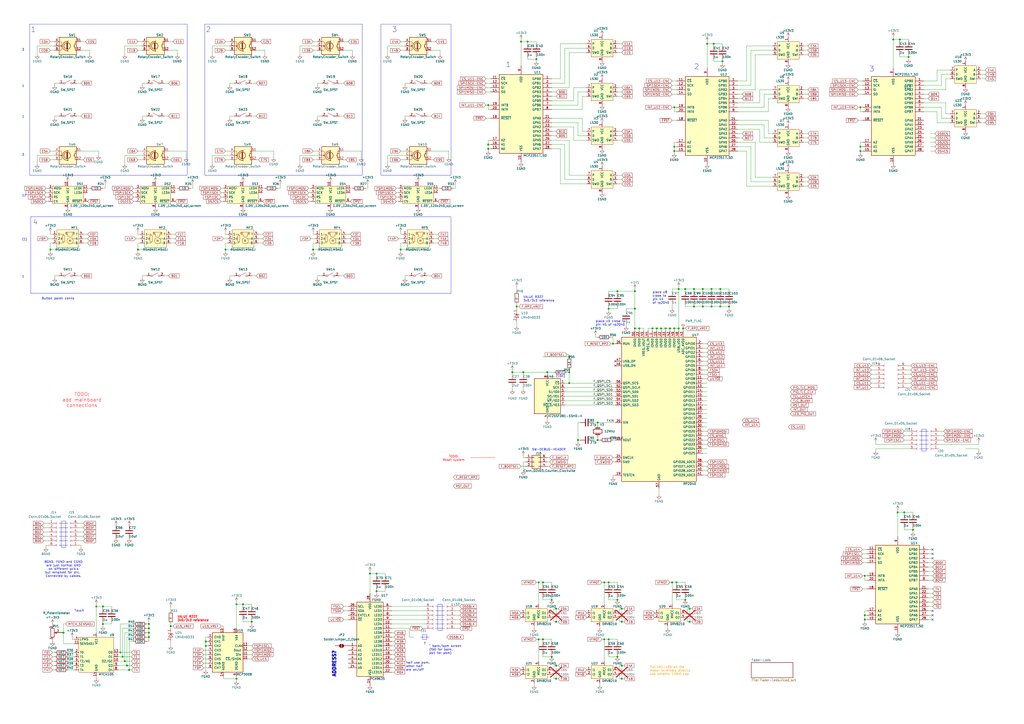
<source format=kicad_sch>
(kicad_sch (version 20231120) (generator "eeschema") (generator_version "8.0")
  (paper "A2")
  (junction (at 391.16 85.09))
  (junction (at 383.54 190.5))
  (junction (at 36.83 367.03))
  (junction (at 370.84 190.5))
  (junction (at 358.14 347.98))
  (junction (at 388.62 190.5))
  (junction (at 130.81 144.78))
  (junction (at 521.97 22.86))
  (junction (at 501.65 334.01))
  (junction (at 386.08 190.5))
  (junction (at 407.67 177.8))
  (junction (at 312.42 337.82))
  (junction (at 303.53 215.9))
  (junction (at 80.01 144.78))
  (junction (at 29.21 144.78))
  (junction (at 283.21 86.36))
  (junction (at 312.42 370.84))
  (junction (at 524.51 297.18))
  (junction (at 306.07 24.13))
  (junction (at 419.1 35.56))
  (junction (at 378.46 190.5))
  (junction (at 360.68 360.68))
  (junction (at 397.51 347.98))
  (junction (at 283.21 60.96))
  (junction (at 353.06 337.82))
  (junction (at 55.88 351.79))
  (junction (at 392.43 337.82))
  (junction (at 320.04 381))
  (junction (at 412.75 177.8))
  (junction (at 407.67 167.64))
  (junction (at 146.05 360.68))
  (junction (at 137.16 350.52))
  (junction (at 322.58 393.7))
  (junction (at 368.3 179.07))
  (junction (at 119.38 372.11))
  (junction (at 181.61 144.78))
  (junction (at 396.24 190.5))
  (junction (at 314.96 337.82))
  (junction (at 322.58 360.68))
  (junction (at 353.06 370.84))
  (junction (at 412.75 167.64))
  (junction (at 302.26 24.13))
  (junction (at 346.71 245.11))
  (junction (at 353.06 179.07))
  (junction (at 529.59 307.34))
  (junction (at 520.7 297.18))
  (junction (at 86.36 369.57))
  (junction (at 140.97 350.52))
  (junction (at 99.06 363.22))
  (junction (at 501.65 359.41))
  (junction (at 317.5 215.9))
  (junction (at 74.93 388.62))
  (junction (at 391.16 190.5))
  (junction (at 311.15 34.29))
  (junction (at 232.41 144.78))
  (junction (at 499.11 62.23))
  (junction (at 218.44 332.74))
  (junction (at 330.2 222.25))
  (junction (at 350.52 370.84))
  (junction (at 86.36 364.49))
  (junction (at 410.21 25.4))
  (junction (at 214.63 332.74))
  (junction (at 119.38 374.65))
  (junction (at 389.89 337.82))
  (junction (at 330.2 207.01))
  (junction (at 335.28 255.27))
  (junction (at 59.69 351.79))
  (junction (at 402.59 167.64))
  (junction (at 400.05 353.06))
  (junction (at 322.58 386.08))
  (junction (at 417.83 167.64))
  (junction (at 297.18 215.9))
  (junction (at 393.7 167.64))
  (junction (at 360.68 353.06))
  (junction (at 499.11 87.63))
  (junction (at 86.36 367.03))
  (junction (at 350.52 337.82))
  (junction (at 422.91 177.8))
  (junction (at 499.11 85.09))
  (junction (at 358.14 168.91))
  (junction (at 358.14 381))
  (junction (at 360.68 386.08))
  (junction (at 527.05 33.02))
  (junction (at 69.85 378.46))
  (junction (at 368.3 190.5))
  (junction (at 381 190.5))
  (junction (at 400.05 360.68))
  (junction (at 72.39 383.54))
  (junction (at 360.68 393.7))
  (junction (at 320.04 347.98))
  (junction (at 330.2 215.9))
  (junction (at 299.72 177.8))
  (junction (at 417.83 177.8))
  (junction (at 73.66 386.08))
  (junction (at 391.16 87.63))
  (junction (at 71.12 381))
  (junction (at 414.02 25.4))
  (junction (at 402.59 177.8))
  (junction (at 314.96 370.84))
  (junction (at 322.58 353.06))
  (junction (at 283.21 83.82))
  (junction (at 501.65 356.87))
  (junction (at 218.44 342.9))
  (junction (at 393.7 190.5))
  (junction (at 86.36 361.95))
  (junction (at 518.16 22.86))
  (junction (at 368.3 168.91))
  (junction (at 137.16 393.7))
  (junction (at 397.51 167.64))
  (junction (at 59.69 361.95))
  (junction (at 346.71 255.27))
  (junction (at 391.16 62.23))
  (junction (at 355.6 199.39))
  (no_connect (at 541.02 359.41))
  (no_connect (at 356.87 212.09))
  (no_connect (at 541.02 356.87))
  (no_connect (at 541.02 354.33))
  (no_connect (at 541.02 321.31))
  (no_connect (at 541.02 318.77))
  (no_connect (at 541.02 323.85))
  (no_connect (at 356.87 209.55))
  (wire (pts (xy 322.58 360.68) (xy 321.31 360.68)))
  (wire (pts (xy 320.04 83.82) (xy 327.66 83.82)))
  (wire (pts (xy 80.01 24.13) (xy 82.55 24.13)))
  (wire (pts (xy 538.48 346.71) (xy 541.02 346.71)))
  (wire (pts (xy 321.31 386.08) (xy 322.58 386.08)))
  (wire (pts (xy 440.69 59.69) (xy 440.69 52.07)))
  (wire (pts (xy 445.77 64.77) (xy 445.77 57.15)))
  (wire (pts (xy 397.51 339.09) (xy 397.51 337.82)))
  (wire (pts (xy 38.1 361.95) (xy 36.83 361.95)))
  (wire (pts (xy 401.32 360.68) (xy 400.05 360.68)))
  (wire (pts (xy 397.51 176.53) (xy 397.51 177.8)))
  (wire (pts (xy 544.83 250.19) (xy 547.37 250.19)))
  (wire (pts (xy 99.06 363.22) (xy 99.06 364.49)))
  (wire (pts (xy 181.61 87.63) (xy 184.15 87.63)))
  (wire (pts (xy 535.94 54.61) (xy 538.48 54.61)))
  (wire (pts (xy 55.88 351.79) (xy 59.69 351.79)))
  (wire (pts (xy 227.33 361.95) (xy 246.38 361.95)))
  (wire (pts (xy 196.85 160.02) (xy 199.39 160.02)))
  (wire (pts (xy 427.99 85.09) (xy 435.61 85.09)))
  (wire (pts (xy 228.6 374.65) (xy 227.33 374.65)))
  (wire (pts (xy 311.15 34.29) (xy 311.15 35.56)))
  (wire (pts (xy 407.67 219.71) (xy 410.21 219.71)))
  (wire (pts (xy 29.21 87.63) (xy 31.75 87.63)))
  (wire (pts (xy 500.38 334.01) (xy 501.65 334.01)))
  (wire (pts (xy 314.96 379.73) (xy 314.96 381)))
  (wire (pts (xy 180.34 109.22) (xy 179.07 109.22)))
  (wire (pts (xy 281.94 48.26) (xy 284.48 48.26)))
  (wire (pts (xy 538.48 356.87) (xy 541.02 356.87)))
  (wire (pts (xy 354.33 199.39) (xy 355.6 199.39)))
  (wire (pts (xy 30.48 388.62) (xy 31.75 388.62)))
  (wire (pts (xy 283.21 81.28) (xy 284.48 81.28)))
  (wire (pts (xy 247.65 48.26) (xy 250.19 48.26)))
  (wire (pts (xy 328.93 215.9) (xy 330.2 215.9)))
  (wire (pts (xy 427.99 52.07) (xy 438.15 52.07)))
  (wire (pts (xy 321.31 386.08) (xy 321.31 388.62)))
  (wire (pts (xy 529.59 306.07) (xy 529.59 307.34)))
  (wire (pts (xy 539.75 80.01) (xy 542.29 80.01)))
  (wire (pts (xy 309.88 364.49) (xy 309.88 363.22)))
  (wire (pts (xy 360.68 360.68) (xy 359.41 360.68)))
  (wire (pts (xy 31.75 160.02) (xy 34.29 160.02)))
  (wire (pts (xy 359.41 391.16) (xy 358.14 391.16)))
  (wire (pts (xy 524.51 297.18) (xy 520.7 297.18)))
  (wire (pts (xy 529.59 298.45) (xy 529.59 297.18)))
  (wire (pts (xy 39.37 144.78) (xy 39.37 143.51)))
  (wire (pts (xy 29.21 140.97) (xy 29.21 144.78)))
  (polyline (pts (xy 34.29 313.69) (xy 39.37 313.69)))
  (wire (pts (xy 223.52 341.63) (xy 223.52 342.9)))
  (wire (pts (xy 501.65 359.41) (xy 502.92 359.41)))
  (wire (pts (xy 306.07 25.4) (xy 306.07 24.13)))
  (wire (pts (xy 524.51 298.45) (xy 524.51 297.18)))
  (wire (pts (xy 311.15 34.29) (xy 306.07 34.29)))
  (wire (pts (xy 130.81 87.63) (xy 133.35 87.63)))
  (wire (pts (xy 95.25 160.02) (xy 97.79 160.02)))
  (wire (pts (xy 538.48 318.77) (xy 541.02 318.77)))
  (wire (pts (xy 427.99 49.53) (xy 435.61 49.53)))
  (wire (pts (xy 412.75 167.64) (xy 407.67 167.64)))
  (wire (pts (xy 227.33 364.49) (xy 237.49 364.49)))
  (wire (pts (xy 422.91 177.8) (xy 422.91 179.07)))
  (wire (pts (xy 237.49 364.49) (xy 237.49 369.57)))
  (wire (pts (xy 196.85 67.31) (xy 199.39 67.31)))
  (wire (pts (xy 359.41 386.08) (xy 359.41 388.62)))
  (wire (pts (xy 101.6 109.22) (xy 102.87 109.22)))
  (wire (pts (xy 46.99 316.23) (xy 46.99 317.5)))
  (wire (pts (xy 68.58 378.46) (xy 69.85 378.46)))
  (wire (pts (xy 370.84 190.5) (xy 370.84 191.77)))
  (wire (pts (xy 234.95 161.29) (xy 234.95 160.02)))
  (wire (pts (xy 132.08 140.97) (xy 130.81 140.97)))
  (wire (pts (xy 419.1 34.29) (xy 419.1 35.56)))
  (wire (pts (xy 322.58 393.7) (xy 321.31 393.7)))
  (wire (pts (xy 375.92 190.5) (xy 378.46 190.5)))
  (wire (pts (xy 344.17 245.11) (xy 346.71 245.11)))
  (wire (pts (xy 228.6 384.81) (xy 227.33 384.81)))
  (wire (pts (xy 31.75 26.67) (xy 21.59 26.67)))
  (wire (pts (xy 184.15 68.58) (xy 184.15 67.31)))
  (wire (pts (xy 218.44 342.9) (xy 218.44 341.63)))
  (wire (pts (xy 383.54 190.5) (xy 383.54 191.77)))
  (wire (pts (xy 427.99 77.47) (xy 430.53 77.47)))
  (wire (pts (xy 36.83 373.38) (xy 36.83 367.03)))
  (polyline (pts (xy 252.73 354.33) (xy 257.81 354.33)))
  (polyline (pts (xy 533.4 252.73) (xy 538.48 252.73)))
  (wire (pts (xy 368.3 168.91) (xy 368.3 179.07)))
  (wire (pts (xy 228.6 367.03) (xy 227.33 367.03)))
  (wire (pts (xy 391.16 87.63) (xy 392.43 87.63)))
  (wire (pts (xy 539.75 87.63) (xy 542.29 87.63)))
  (wire (pts (xy 505.46 217.17) (xy 508 217.17)))
  (wire (pts (xy 200.66 140.97) (xy 203.2 140.97)))
  (wire (pts (xy 231.14 116.84) (xy 229.87 116.84)))
  (wire (pts (xy 427.99 64.77) (xy 445.77 64.77)))
  (wire (pts (xy 281.94 68.58) (xy 284.48 68.58)))
  (wire (pts (xy 30.48 386.08) (xy 31.75 386.08)))
  (wire (pts (xy 389.89 337.82) (xy 389.89 350.52)))
  (wire (pts (xy 44.45 48.26) (xy 46.99 48.26)))
  (wire (pts (xy 162.56 109.22) (xy 162.56 106.68)))
  (wire (pts (xy 546.1 68.58) (xy 551.18 68.58)))
  (wire (pts (xy 538.48 328.93) (xy 541.02 328.93)))
  (wire (pts (xy 407.67 167.64) (xy 407.67 168.91)))
  (wire (pts (xy 332.74 50.8) (xy 340.36 50.8)))
  (wire (pts (xy 402.59 167.64) (xy 397.51 167.64)))
  (wire (pts (xy 119.38 372.11) (xy 120.65 372.11)))
  (wire (pts (xy 200.66 138.43) (xy 203.2 138.43)))
  (wire (pts (xy 389.89 176.53) (xy 389.89 179.07)))
  (wire (pts (xy 85.09 369.57) (xy 86.36 369.57)))
  (wire (pts (xy 528.32 217.17) (xy 525.78 217.17)))
  (wire (pts (xy 419.1 35.56) (xy 414.02 35.56)))
  (wire (pts (xy 137.16 349.25) (xy 137.16 350.52)))
  (wire (pts (xy 232.41 92.71) (xy 234.95 92.71)))
  (wire (pts (xy 119.38 369.57) (xy 120.65 369.57)))
  (wire (pts (xy 41.91 370.84) (xy 41.91 369.57)))
  (wire (pts (xy 354.33 195.58) (xy 355.6 195.58)))
  (wire (pts (xy 82.55 26.67) (xy 72.39 26.67)))
  (polyline (pts (xy 34.29 303.53) (xy 39.37 303.53)))
  (wire (pts (xy 306.07 34.29) (xy 306.07 33.02)))
  (polyline (pts (xy 533.4 260.35) (xy 538.48 260.35)))
  (wire (pts (xy 39.37 381) (xy 43.18 381)))
  (wire (pts (xy 303.53 267.97) (xy 303.53 273.05)))
  (wire (pts (xy 360.68 393.7) (xy 359.41 393.7)))
  (wire (pts (xy 223.52 334.01) (xy 223.52 332.74)))
  (wire (pts (xy 199.39 354.33) (xy 201.93 354.33)))
  (wire (pts (xy 218.44 332.74) (xy 214.63 332.74)))
  (wire (pts (xy 508 257.81) (xy 527.05 257.81)))
  (wire (pts (xy 548.64 45.72) (xy 548.64 52.07)))
  (wire (pts (xy 264.16 109.22) (xy 264.16 106.68)))
  (wire (pts (xy 303.53 267.97) (xy 304.8 267.97)))
  (wire (pts (xy 353.06 168.91) (xy 358.14 168.91)))
  (wire (pts (xy 392.43 337.82) (xy 392.43 339.09)))
  (wire (pts (xy 283.21 60.96) (xy 284.48 60.96)))
  (wire (pts (xy 317.5 270.51) (xy 318.77 270.51)))
  (wire (pts (xy 146.05 382.27) (xy 143.51 382.27)))
  (wire (pts (xy 82.55 67.31) (xy 85.09 67.31)))
  (wire (pts (xy 158.75 87.63) (xy 158.75 91.44)))
  (wire (pts (xy 443.23 54.61) (xy 448.31 54.61)))
  (wire (pts (xy 427.99 57.15) (xy 430.53 57.15)))
  (wire (pts (xy 303.53 215.9) (xy 317.5 215.9)))
  (wire (pts (xy 320.04 45.72) (xy 325.12 45.72)))
  (wire (pts (xy 234.95 68.58) (xy 234.95 67.31)))
  (wire (pts (xy 130.81 135.89) (xy 130.81 134.62)))
  (wire (pts (xy 130.81 24.13) (xy 133.35 24.13)))
  (wire (pts (xy 323.85 393.7) (xy 322.58 393.7)))
  (wire (pts (xy 398.78 353.06) (xy 398.78 355.6)))
  (wire (pts (xy 228.6 389.89) (xy 227.33 389.89)))
  (wire (pts (xy 137.16 392.43) (xy 137.16 393.7)))
  (wire (pts (xy 64.77 353.06) (xy 64.77 351.79)))
  (wire (pts (xy 214.63 332.74) (xy 214.63 344.17)))
  (wire (pts (xy 417.83 177.8) (xy 422.91 177.8)))
  (wire (pts (xy 360.68 386.08) (xy 359.41 386.08)))
  (wire (pts (xy 71.12 381) (xy 76.2 381)))
  (polyline (pts (xy 34.29 311.15) (xy 39.37 311.15)))
  (wire (pts (xy 46.99 92.71) (xy 48.26 92.71)))
  (wire (pts (xy 353.06 177.8) (xy 353.06 179.07)))
  (wire (pts (xy 149.86 135.89) (xy 152.4 135.89)))
  (wire (pts (xy 128.27 114.3) (xy 129.54 114.3)))
  (wire (pts (xy 389.89 54.61) (xy 392.43 54.61)))
  (wire (pts (xy 242.57 144.78) (xy 242.57 143.51)))
  (wire (pts (xy 548.64 66.04) (xy 551.18 66.04)))
  (wire (pts (xy 173.99 26.67) (xy 173.99 31.75)))
  (wire (pts (xy 199.39 351.79) (xy 201.93 351.79)))
  (wire (pts (xy 499.11 64.77) (xy 500.38 64.77)))
  (wire (pts (xy 330.2 30.48) (xy 340.36 30.48)))
  (wire (pts (xy 29.21 92.71) (xy 31.75 92.71)))
  (wire (pts (xy 327.66 234.95) (xy 356.87 234.95)))
  (wire (pts (xy 389.89 49.53) (xy 392.43 49.53)))
  (wire (pts (xy 435.61 105.41) (xy 448.31 105.41)))
  (wire (pts (xy 427.99 72.39) (xy 443.23 72.39)))
  (wire (pts (xy 181.61 92.71) (xy 184.15 92.71)))
  (wire (pts (xy 501.65 356.87) (xy 501.65 354.33)))
  (wire (pts (xy 320.04 53.34) (xy 322.58 53.34)))
  (wire (pts (xy 407.67 177.8) (xy 412.75 177.8)))
  (wire (pts (xy 82.55 90.17) (xy 72.39 90.17)))
  (wire (pts (xy 281.94 45.72) (xy 284.48 45.72)))
  (wire (pts (xy 77.47 369.57) (xy 73.66 369.57)))
  (wire (pts (xy 223.52 332.74) (xy 218.44 332.74)))
  (polyline (pts (xy 252.73 356.87) (xy 257.81 356.87)))
  (wire (pts (xy 133.35 49.53) (xy 133.35 48.26)))
  (wire (pts (xy 129.54 363.22) (xy 128.27 363.22)))
  (wire (pts (xy 50.8 109.22) (xy 52.07 109.22)))
  (wire (pts (xy 77.47 116.84) (xy 78.74 116.84)))
  (wire (pts (xy 128.27 116.84) (xy 129.54 116.84)))
  (wire (pts (xy 129.54 392.43) (xy 129.54 393.7)))
  (wire (pts (xy 445.77 69.85) (xy 445.77 77.47)))
  (wire (pts (xy 218.44 334.01) (xy 218.44 332.74)))
  (wire (pts (xy 358.14 370.84) (xy 353.06 370.84)))
  (wire (pts (xy 568.96 43.18) (xy 571.5 43.18)))
  (wire (pts (xy 146.05 48.26) (xy 148.59 48.26)))
  (wire (pts (xy 543.56 71.12) (xy 551.18 71.12)))
  (wire (pts (xy 314.96 381) (xy 320.04 381)))
  (wire (pts (xy 203.2 109.22) (xy 204.47 109.22)))
  (wire (pts (xy 64.77 360.68) (xy 64.77 361.95)))
  (wire (pts (xy 281.94 50.8) (xy 284.48 50.8)))
  (wire (pts (xy 312.42 370.84) (xy 312.42 383.54)))
  (wire (pts (xy 400.05 360.68) (xy 398.78 360.68)))
  (wire (pts (xy 99.06 363.22) (xy 100.33 363.22)))
  (wire (pts (xy 391.16 87.63) (xy 391.16 85.09)))
  (wire (pts (xy 346.71 246.38) (xy 346.71 245.11)))
  (wire (pts (xy 228.6 372.11) (xy 227.33 372.11)))
  (wire (pts (xy 264.16 351.79) (xy 266.7 351.79)))
  (wire (pts (xy 214.63 331.47) (xy 214.63 332.74)))
  (wire (pts (xy 346.71 195.58) (xy 345.44 195.58)))
  (wire (pts (xy 29.21 144.78) (xy 29.21 146.05)))
  (wire (pts (xy 264.16 364.49) (xy 266.7 364.49)))
  (wire (pts (xy 501.65 360.68) (xy 501.65 359.41)))
  (wire (pts (xy 232.41 24.13) (xy 234.95 24.13)))
  (wire (pts (xy 407.67 217.17) (xy 410.21 217.17)))
  (wire (pts (xy 320.04 71.12) (xy 335.28 71.12)))
  (wire (pts (xy 389.89 168.91) (xy 389.89 167.64)))
  (wire (pts (xy 25.4 313.69) (xy 27.94 313.69)))
  (wire (pts (xy 99.06 361.95) (xy 99.06 363.22)))
  (wire (pts (xy 330.2 207.01) (xy 314.96 207.01)))
  (wire (pts (xy 283.21 63.5) (xy 283.21 60.96)))
  (wire (pts (xy 146.05 351.79) (xy 146.05 350.52)))
  (wire (pts (xy 407.67 270.51) (xy 410.21 270.51)))
  (wire (pts (xy 314.96 370.84) (xy 314.96 372.11)))
  (wire (pts (xy 180.34 111.76) (xy 179.07 111.76)))
  (wire (pts (xy 250.19 24.13) (xy 252.73 24.13)))
  (wire (pts (xy 410.21 25.4) (xy 410.21 39.37)))
  (wire (pts (xy 358.14 179.07) (xy 353.06 179.07)))
  (wire (pts (xy 466.09 57.15) (xy 468.63 57.15)))
  (wire (pts (xy 402.59 167.64) (xy 402.59 168.91)))
  (wire (pts (xy 327.66 222.25) (xy 330.2 222.25)))
  (wire (pts (xy 199.39 29.21) (xy 204.47 29.21)))
  (wire (pts (xy 393.7 191.77) (xy 393.7 190.5)))
  (wire (pts (xy 391.16 82.55) (xy 392.43 82.55)))
  (wire (pts (xy 320.04 50.8) (xy 330.2 50.8)))
  (wire (pts (xy 548.64 59.69) (xy 548.64 66.04)))
  (wire (pts (xy 181.61 135.89) (xy 181.61 134.62)))
  (wire (pts (xy 407.67 209.55) (xy 410.21 209.55)))
  (wire (pts (xy 359.41 355.6) (xy 358.14 355.6)))
  (wire (pts (xy 36.83 367.03) (xy 34.29 367.03)))
  (wire (pts (xy 427.99 74.93) (xy 440.69 74.93)))
  (wire (pts (xy 251.46 135.89) (xy 254 135.89)))
  (wire (pts (xy 299.72 166.37) (xy 299.72 168.91)))
  (wire (pts (xy 543.56 40.64) (xy 551.18 40.64)))
  (wire (pts (xy 25.4 306.07) (xy 27.94 306.07)))
  (wire (pts (xy 358.14 55.88) (xy 360.68 55.88)))
  (wire (pts (xy 118.11 382.27) (xy 120.65 382.27)))
  (wire (pts (xy 312.42 337.82) (xy 314.96 337.82)))
  (wire (pts (xy 302.26 270.51) (xy 304.8 270.51)))
  (wire (pts (xy 72.39 26.67) (xy 72.39 31.75)))
  (wire (pts (xy 80.01 135.89) (xy 80.01 134.62)))
  (wire (pts (xy 30.48 378.46) (xy 31.75 378.46)))
  (wire (pts (xy 445.77 77.47) (xy 448.31 77.47)))
  (wire (pts (xy 82.55 68.58) (xy 82.55 67.31)))
  (wire (pts (xy 99.06 372.11) (xy 99.06 374.65)))
  (wire (pts (xy 48.26 138.43) (xy 50.8 138.43)))
  (wire (pts (xy 438.15 82.55) (xy 438.15 102.87)))
  (wire (pts (xy 27.94 111.76) (xy 26.67 111.76)))
  (wire (pts (xy 383.54 190.5) (xy 386.08 190.5)))
  (wire (pts (xy 283.21 83.82) (xy 284.48 83.82)))
  (wire (pts (xy 363.22 179.07) (xy 363.22 180.34)))
  (wire (pts (xy 427.99 82.55) (xy 438.15 82.55)))
  (wire (pts (xy 335.28 78.74) (xy 340.36 78.74)))
  (wire (pts (xy 358.14 81.28) (xy 360.68 81.28)))
  (wire (pts (xy 200.66 135.89) (xy 203.2 135.89)))
  (wire (pts (xy 407.67 229.87) (xy 410.21 229.87)))
  (wire (pts (xy 314.96 346.71) (xy 314.96 347.98)))
  (wire (pts (xy 546.1 43.18) (xy 551.18 43.18)))
  (wire (pts (xy 25.4 311.15) (xy 27.94 311.15)))
  (wire (pts (xy 325.12 25.4) (xy 325.12 45.72)))
  (wire (pts (xy 521.97 24.13) (xy 521.97 22.86)))
  (wire (pts (xy 314.96 347.98) (xy 320.04 347.98)))
  (wire (pts (xy 59.69 361.95) (xy 59.69 363.22)))
  (wire (pts (xy 358.14 372.11) (xy 358.14 370.84)))
  (wire (pts (xy 31.75 67.31) (xy 34.29 67.31)))
  (wire (pts (xy 347.98 397.51) (xy 347.98 396.24)))
  (wire (pts (xy 44.45 160.02) (xy 46.99 160.02)))
  (wire (pts (xy 359.41 353.06) (xy 359.41 355.6)))
  (wire (pts (xy 388.62 190.5) (xy 391.16 190.5)))
  (wire (pts (xy 528.32 222.25) (xy 525.78 222.25)))
  (wire (pts (xy 228.6 387.35) (xy 227.33 387.35)))
  (wire (pts (xy 440.69 74.93) (xy 440.69 82.55)))
  (wire (pts (xy 567.69 260.35) (xy 567.69 261.62)))
  (wire (pts (xy 505.46 212.09) (xy 508 212.09)))
  (wire (pts (xy 505.46 224.79) (xy 508 224.79)))
  (wire (pts (xy 419.1 25.4) (xy 414.02 25.4)))
  (wire (pts (xy 180.34 116.84) (xy 179.07 116.84)))
  (wire (pts (xy 133.35 68.58) (xy 133.35 67.31)))
  (wire (pts (xy 30.48 140.97) (xy 29.21 140.97)))
  (wire (pts (xy 283.21 83.82) (xy 283.21 81.28)))
  (wire (pts (xy 86.36 372.11) (xy 85.09 372.11)))
  (wire (pts (xy 224.79 90.17) (xy 224.79 95.25)))
  (wire (pts (xy 340.36 106.68) (xy 325.12 106.68)))
  (wire (pts (xy 327.66 27.94) (xy 340.36 27.94)))
  (wire (pts (xy 322.58 353.06) (xy 321.31 353.06)))
  (wire (pts (xy 232.41 144.78) (xy 242.57 144.78)))
  (wire (pts (xy 146.05 374.65) (xy 143.51 374.65)))
  (wire (pts (xy 184.15 160.02) (xy 186.69 160.02)))
  (wire (pts (xy 328.93 205.74) (xy 330.2 205.74)))
  (wire (pts (xy 466.09 54.61) (xy 468.63 54.61)))
  (wire (pts (xy 119.38 374.65) (xy 119.38 372.11)))
  (wire (pts (xy 55.88 351.79) (xy 55.88 367.03)))
  (wire (pts (xy 250.19 29.21) (xy 255.27 29.21)))
  (wire (pts (xy 69.85 361.95) (xy 69.85 378.46)))
  (wire (pts (xy 360.68 353.06) (xy 359.41 353.06)))
  (wire (pts (xy 417.83 176.53) (xy 417.83 177.8)))
  (wire (pts (xy 538.48 341.63) (xy 541.02 341.63)))
  (wire (pts (xy 43.18 373.38) (xy 36.83 373.38)))
  (wire (pts (xy 466.09 52.07) (xy 468.63 52.07)))
  (wire (pts (xy 466.09 26.67) (xy 468.63 26.67)))
  (wire (pts (xy 359.41 360.68) (xy 359.41 358.14)))
  (wire (pts (xy 344.17 255.27) (xy 346.71 255.27)))
  (wire (pts (xy 320.04 337.82) (xy 314.96 337.82)))
  (wire (pts (xy 30.48 363.22) (xy 30.48 361.95)))
  (wire (pts (xy 232.41 135.89) (xy 232.41 134.62)))
  (wire (pts (xy 520.7 295.91) (xy 520.7 297.18)))
  (wire (pts (xy 119.38 388.62) (xy 119.38 374.65)))
  (wire (pts (xy 180.34 138.43) (xy 182.88 138.43)))
  (wire (pts (xy 99.06 138.43) (xy 101.6 138.43)))
  (wire (pts (xy 133.35 161.29) (xy 133.35 160.02)))
  (wire (pts (xy 350.52 370.84) (xy 350.52 383.54)))
  (wire (pts (xy 234.95 26.67) (xy 224.79 26.67)))
  (wire (pts (xy 140.97 351.79) (xy 140.97 350.52)))
  (wire (pts (xy 234.95 48.26) (xy 237.49 48.26)))
  (wire (pts (xy 55.88 392.43) (xy 55.88 393.7)))
  (wire (pts (xy 497.84 46.99) (xy 500.38 46.99)))
  (wire (pts (xy 422.91 167.64) (xy 422.91 168.91)))
  (wire (pts (xy 466.09 80.01) (xy 468.63 80.01)))
  (wire (pts (xy 335.28 255.27) (xy 336.55 255.27)))
  (wire (pts (xy 382.27 283.21) (xy 382.27 287.02)))
  (wire (pts (xy 234.95 67.31) (xy 237.49 67.31)))
  (wire (pts (xy 146.05 359.41) (xy 146.05 360.68)))
  (wire (pts (xy 95.25 48.26) (xy 97.79 48.26)))
  (wire (pts (xy 327.66 48.26) (xy 327.66 27.94)))
  (wire (pts (xy 389.89 46.99) (xy 392.43 46.99)))
  (wire (pts (xy 546.1 43.18) (xy 546.1 49.53)))
  (wire (pts (xy 146.05 377.19) (xy 143.51 377.19)))
  (wire (pts (xy 538.48 354.33) (xy 541.02 354.33)))
  (wire (pts (xy 524.51 250.19) (xy 527.05 250.19)))
  (wire (pts (xy 181.61 144.78) (xy 181.61 146.05)))
  (wire (pts (xy 228.6 377.19) (xy 227.33 377.19)))
  (wire (pts (xy 209.55 87.63) (xy 209.55 91.44)))
  (wire (pts (xy 30.48 135.89) (xy 29.21 135.89)))
  (wire (pts (xy 340.36 25.4) (xy 325.12 25.4)))
  (wire (pts (xy 81.28 140.97) (xy 80.01 140.97)))
  (wire (pts (xy 78.74 138.43) (xy 81.28 138.43)))
  (wire (pts (xy 232.41 144.78) (xy 232.41 146.05)))
  (wire (pts (xy 321.31 360.68) (xy 321.31 358.14)))
  (wire (pts (xy 527.05 31.75) (xy 527.05 33.02)))
  (wire (pts (xy 231.14 114.3) (xy 229.87 114.3)))
  (wire (pts (xy 64.77 361.95) (xy 59.69 361.95)))
  (wire (pts (xy 407.67 273.05) (xy 410.21 273.05)))
  (wire (pts (xy 407.67 250.19) (xy 410.21 250.19)))
  (wire (pts (xy 29.21 29.21) (xy 31.75 29.21)))
  (wire (pts (xy 497.84 49.53) (xy 500.38 49.53)))
  (wire (pts (xy 501.65 359.41) (xy 501.65 356.87)))
  (wire (pts (xy 182.88 140.97) (xy 181.61 140.97)))
  (wire (pts (xy 358.14 379.73) (xy 358.14 381)))
  (wire (pts (xy 353.06 370.84) (xy 353.06 372.11)))
  (wire (pts (xy 335.28 245.11) (xy 335.28 255.27)))
  (wire (pts (xy 427.99 80.01) (xy 430.53 80.01)))
  (wire (pts (xy 388.62 190.5) (xy 388.62 191.77)))
  (wire (pts (xy 358.14 177.8) (xy 358.14 179.07)))
  (wire (pts (xy 118.11 377.19) (xy 120.65 377.19)))
  (wire (pts (xy 422.91 176.53) (xy 422.91 177.8)))
  (wire (pts (xy 337.82 68.58) (xy 337.82 76.2)))
  (wire (pts (xy 353.06 346.71) (xy 353.06 347.98)))
  (wire (pts (xy 25.4 308.61) (xy 27.94 308.61)))
  (wire (pts (xy 397.51 337.82) (xy 392.43 337.82)))
  (wire (pts (xy 133.35 48.26) (xy 135.89 48.26)))
  (wire (pts (xy 358.14 339.09) (xy 358.14 337.82)))
  (wire (pts (xy 251.46 140.97) (xy 254 140.97)))
  (wire (pts (xy 535.94 64.77) (xy 543.56 64.77)))
  (wire (pts (xy 407.67 234.95) (xy 410.21 234.95)))
  (wire (pts (xy 373.38 191.77) (xy 373.38 190.5)))
  (wire (pts (xy 363.22 179.07) (xy 368.3 179.07)))
  (wire (pts (xy 335.28 71.12) (xy 335.28 78.74)))
  (wire (pts (xy 397.51 168.91) (xy 397.51 167.64)))
  (wire (pts (xy 505.46 222.25) (xy 508 222.25)))
  (wire (pts (xy 173.99 90.17) (xy 173.99 95.25)))
  (wire (pts (xy 497.84 69.85) (xy 500.38 69.85)))
  (wire (pts (xy 26.67 316.23) (xy 27.94 316.23)))
  (wire (pts (xy 518.16 21.59) (xy 518.16 22.86)))
  (wire (pts (xy 346.71 245.11) (xy 356.87 245.11)))
  (wire (pts (xy 320.04 63.5) (xy 337.82 63.5)))
  (wire (pts (xy 407.67 257.81) (xy 410.21 257.81)))
  (wire (pts (xy 128.27 111.76) (xy 129.54 111.76)))
  (wire (pts (xy 427.99 69.85) (xy 445.77 69.85)))
  (wire (pts (xy 80.01 144.78) (xy 80.01 146.05)))
  (wire (pts (xy 527.05 22.86) (xy 521.97 22.86)))
  (wire (pts (xy 407.67 222.25) (xy 410.21 222.25)))
  (wire (pts (xy 317.5 267.97) (xy 318.77 267.97)))
  (wire (pts (xy 57.15 87.63) (xy 57.15 90.17)))
  (wire (pts (xy 335.28 60.96) (xy 335.28 53.34)))
  (wire (pts (xy 299.72 177.8) (xy 300.99 177.8)))
  (wire (pts (xy 327.66 227.33) (xy 356.87 227.33)))
  (wire (pts (xy 118.11 379.73) (xy 120.65 379.73)))
  (wire (pts (xy 358.14 104.14) (xy 360.68 104.14)))
  (wire (pts (xy 45.72 316.23) (xy 46.99 316.23)))
  (wire (pts (xy 30.48 370.84) (xy 30.48 372.11)))
  (wire (pts (xy 501.65 356.87) (xy 502.92 356.87)))
  (wire (pts (xy 320.04 58.42) (xy 332.74 58.42)))
  (wire (pts (xy 538.48 351.79) (xy 541.02 351.79)))
  (wire (pts (xy 181.61 29.21) (xy 184.15 29.21)))
  (wire (pts (xy 146.05 379.73) (xy 143.51 379.73)))
  (wire (pts (xy 358.14 50.8) (xy 360.68 50.8)))
  (wire (pts (xy 543.56 40.64) (xy 543.56 46.99)))
  (wire (pts (xy 118.11 384.81) (xy 120.65 384.81)))
  (wire (pts (xy 133.35 67.31) (xy 135.89 67.31)))
  (wire (pts (xy 45.72 311.15) (xy 48.26 311.15)))
  (wire (pts (xy 358.14 106.68) (xy 360.68 106.68)))
  (polyline (pts (xy 252.73 351.79) (xy 257.81 351.79)))
  (wire (pts (xy 402.59 176.53) (xy 402.59 177.8)))
  (wire (pts (xy 330.2 215.9) (xy 330.2 222.25)))
  (wire (pts (xy 538.48 331.47) (xy 541.02 331.47)))
  (wire (pts (xy 521.97 22.86) (xy 518.16 22.86)))
  (polyline (pts (xy 252.73 364.49) (xy 257.81 364.49)))
  (wire (pts (xy 281.94 60.96) (xy 283.21 60.96)))
  (wire (pts (xy 353.06 180.34) (xy 353.06 179.07)))
  (wire (pts (xy 466.09 31.75) (xy 468.63 31.75)))
  (wire (pts (xy 368.3 167.64) (xy 368.3 168.91)))
  (wire (pts (xy 407.67 204.47) (xy 410.21 204.47)))
  (polyline (pts (xy 273.05 265.43) (xy 287.274 265.43)) (stroke (width 0) (type solid) (color 255 0 0 1)))
  (wire (pts (xy 544.83 255.27) (xy 547.37 255.27)))
  (wire (pts (xy 311.15 33.02) (xy 311.15 34.29)))
  (wire (pts (xy 568.96 40.64) (xy 571.5 40.64)))
  (wire (pts (xy 46.99 87.63) (xy 57.15 87.63)))
  (wire (pts (xy 391.16 85.09) (xy 392.43 85.09)))
  (wire (pts (xy 361.95 360.68) (xy 360.68 360.68)))
  (polyline (pts (xy 34.29 308.61) (xy 39.37 308.61)))
  (wire (pts (xy 402.59 177.8) (xy 407.67 177.8)))
  (wire (pts (xy 86.36 369.57) (xy 86.36 372.11)))
  (wire (pts (xy 110.49 109.22) (xy 111.76 109.22)))
  (wire (pts (xy 381 190.5) (xy 381 191.77)))
  (wire (pts (xy 353.06 347.98) (xy 358.14 347.98)))
  (wire (pts (xy 26.67 114.3) (xy 27.94 114.3)))
  (wire (pts (xy 361.95 393.7) (xy 360.68 393.7)))
  (wire (pts (xy 180.34 114.3) (xy 179.07 114.3)))
  (wire (pts (xy 130.81 144.78) (xy 130.81 146.05)))
  (wire (pts (xy 407.67 247.65) (xy 410.21 247.65)))
  (wire (pts (xy 427.99 46.99) (xy 433.07 46.99)))
  (wire (pts (xy 99.06 135.89) (xy 101.6 135.89)))
  (wire (pts (xy 410.21 24.13) (xy 410.21 25.4)))
  (wire (pts (xy 567.69 260.35) (xy 560.07 260.35)))
  (wire (pts (xy 311.15 25.4) (xy 311.15 24.13)))
  (wire (pts (xy 322.58 386.08) (xy 323.85 386.08)))
  (wire (pts (xy 501.65 336.55) (xy 502.92 336.55)))
  (wire (pts (xy 538.48 326.39) (xy 541.02 326.39)))
  (wire (pts (xy 130.81 144.78) (xy 140.97 144.78)))
  (wire (pts (xy 95.25 67.31) (xy 97.79 67.31)))
  (wire (pts (xy 234.95 90.17) (xy 224.79 90.17)))
  (wire (pts (xy 320.04 60.96) (xy 335.28 60.96)))
  (wire (pts (xy 149.86 140.97) (xy 152.4 140.97)))
  (wire (pts (xy 347.98 364.49) (xy 347.98 363.22)))
  (wire (pts (xy 130.81 92.71) (xy 133.35 92.71)))
  (wire (pts (xy 26.67 317.5) (xy 26.67 316.23)))
  (wire (pts (xy 118.11 387.35) (xy 120.65 387.35)))
  (wire (pts (xy 72.39 383.54) (xy 76.2 383.54)))
  (wire (pts (xy 264.16 356.87) (xy 266.7 356.87)))
  (wire (pts (xy 52.07 29.21) (xy 52.07 31.75)))
  (wire (pts (xy 466.09 105.41) (xy 468.63 105.41)))
  (wire (pts (xy 228.6 379.73) (xy 227.33 379.73)))
  (wire (pts (xy 524.51 252.73) (xy 527.05 252.73)))
  (wire (pts (xy 148.59 87.63) (xy 158.75 87.63)))
  (wire (pts (xy 391.16 64.77) (xy 392.43 64.77)))
  (wire (pts (xy 237.49 369.57) (xy 240.03 369.57)))
  (wire (pts (xy 407.67 232.41) (xy 410.21 232.41)))
  (wire (pts (xy 232.41 29.21) (xy 234.95 29.21)))
  (wire (pts (xy 350.52 337.82) (xy 350.52 350.52)))
  (wire (pts (xy 567.69 256.54) (xy 567.69 257.81)))
  (wire (pts (xy 231.14 109.22) (xy 229.87 109.22)))
  (wire (pts (xy 320.04 81.28) (xy 330.2 81.28)))
  (wire (pts (xy 435.61 49.53) (xy 435.61 29.21)))
  (wire (pts (xy 251.46 138.43) (xy 254 138.43)))
  (wire (pts (xy 538.48 323.85) (xy 541.02 323.85)))
  (wire (pts (xy 355.6 255.27) (xy 356.87 255.27)))
  (wire (pts (xy 29.21 144.78) (xy 39.37 144.78)))
  (wire (pts (xy 129.54 138.43) (xy 132.08 138.43)))
  (wire (pts (xy 438.15 52.07) (xy 438.15 31.75)))
  (wire (pts (xy 321.31 353.06) (xy 321.31 355.6)))
  (wire (pts (xy 102.87 29.21) (xy 102.87 31.75)))
  (wire (pts (xy 306.07 24.13) (xy 302.26 24.13)))
  (wire (pts (xy 99.06 140.97) (xy 101.6 140.97)))
  (wire (pts (xy 80.01 29.21) (xy 82.55 29.21)))
  (wire (pts (xy 349.25 370.84) (xy 350.52 370.84)))
  (wire (pts (xy 31.75 90.17) (xy 21.59 90.17)))
  (wire (pts (xy 320.04 346.71) (xy 320.04 347.98)))
  (wire (pts (xy 227.33 356.87) (xy 246.38 356.87)))
  (wire (pts (xy 317.5 215.9) (xy 321.31 215.9)))
  (wire (pts (xy 393.7 166.37) (xy 393.7 167.64)))
  (wire (pts (xy 48.26 135.89) (xy 50.8 135.89)))
  (wire (pts (xy 80.01 92.71) (xy 82.55 92.71)))
  (wire (pts (xy 213.36 109.22) (xy 213.36 106.68)))
  (wire (pts (xy 149.86 138.43) (xy 152.4 138.43)))
  (wire (pts (xy 130.81 140.97) (xy 130.81 144.78)))
  (wire (pts (xy 327.66 229.87) (xy 356.87 229.87)))
  (wire (pts (xy 85.09 367.03) (xy 86.36 367.03)))
  (wire (pts (xy 59.69 353.06) (xy 59.69 351.79)))
  (wire (pts (xy 466.09 29.21) (xy 468.63 29.21)))
  (wire (pts (xy 358.14 168.91) (xy 368.3 168.91)))
  (wire (pts (xy 355.6 267.97) (xy 356.87 267.97)))
  (wire (pts (xy 499.11 85.09) (xy 499.11 82.55)))
  (wire (pts (xy 443.23 62.23) (xy 443.23 54.61)))
  (wire (pts (xy 568.96 71.12) (xy 571.5 71.12)))
  (wire (pts (xy 499.11 87.63) (xy 500.38 87.63)))
  (wire (pts (xy 39.37 386.08) (xy 43.18 386.08)))
  (wire (pts (xy 303.53 265.43) (xy 304.8 265.43)))
  (wire (pts (xy 77.47 114.3) (xy 78.74 114.3)))
  (wire (pts (xy 231.14 138.43) (xy 233.68 138.43)))
  (polyline (pts (xy 533.4 257.81) (xy 538.48 257.81)))
  (polyline (pts (xy 252.73 361.95) (xy 257.81 361.95)))
  (wire (pts (xy 317.5 265.43) (xy 318.77 265.43)))
  (wire (pts (xy 283.21 87.63) (xy 283.21 86.36)))
  (wire (pts (xy 538.48 344.17) (xy 541.02 344.17)))
  (wire (pts (xy 407.67 224.79) (xy 410.21 224.79)))
  (wire (pts (xy 320.04 339.09) (xy 320.04 337.82)))
  (wire (pts (xy 435.61 85.09) (xy 435.61 105.41)))
  (wire (pts (xy 497.84 62.23) (xy 499.11 62.23)))
  (wire (pts (xy 133.35 26.67) (xy 123.19 26.67)))
  (wire (pts (xy 299.72 177.8) (xy 299.72 179.07)))
  (wire (pts (xy 528.32 219.71) (xy 525.78 219.71)))
  (wire (pts (xy 59.69 109.22) (xy 60.96 109.22)))
  (wire (pts (xy 30.48 383.54) (xy 31.75 383.54)))
  (wire (pts (xy 500.38 326.39) (xy 502.92 326.39)))
  (wire (pts (xy 82.55 161.29) (xy 82.55 160.02)))
  (wire (pts (xy 448.31 107.95) (xy 433.07 107.95)))
  (wire (pts (xy 508 256.54) (xy 508 257.81)))
  (wire (pts (xy 321.31 355.6) (xy 320.04 355.6)))
  (wire (pts (xy 397.51 190.5) (xy 396.24 190.5)))
  (wire (pts (xy 336.55 245.11) (xy 335.28 245.11)))
  (wire (pts (xy 368.3 190.5) (xy 368.3 191.77)))
  (wire (pts (xy 228.6 382.27) (xy 227.33 382.27)))
  (wire (pts (xy 152.4 109.22) (xy 153.67 109.22)))
  (wire (pts (xy 283.21 63.5) (xy 284.48 63.5)))
  (wire (pts (xy 568.96 66.04) (xy 571.5 66.04)))
  (wire (pts (xy 528.32 214.63) (xy 525.78 214.63)))
  (wire (pts (xy 80.01 140.97) (xy 80.01 144.78)))
  (wire (pts (xy 303.53 265.43) (xy 303.53 264.16)))
  (wire (pts (xy 535.94 62.23) (xy 546.1 62.23)))
  (wire (pts (xy 327.66 232.41) (xy 356.87 232.41)))
  (wire (pts (xy 86.36 361.95) (xy 86.36 364.49)))
  (wire (pts (xy 321.31 358.14) (xy 320.04 358.14)))
  (wire (pts (xy 419.1 35.56) (xy 419.1 36.83)))
  (wire (pts (xy 227.33 354.33) (xy 246.38 354.33)))
  (polyline (pts (xy 252.73 359.41) (xy 257.81 359.41)))
  (wire (pts (xy 311.15 370.84) (xy 312.42 370.84)))
  (wire (pts (xy 499.11 88.9) (xy 499.11 87.63)))
  (wire (pts (xy 264.16 361.95) (xy 266.7 361.95)))
  (wire (pts (xy 407.67 242.57) (xy 410.21 242.57)))
  (wire (pts (xy 133.35 160.02) (xy 135.89 160.02)))
  (polyline (pts (xy 533.4 255.27) (xy 538.48 255.27)))
  (wire (pts (xy 535.94 52.07) (xy 548.64 52.07)))
  (wire (pts (xy 68.58 388.62) (xy 74.93 388.62)))
  (wire (pts (xy 43.18 370.84) (xy 41.91 370.84)))
  (wire (pts (xy 391.16 190.5) (xy 391.16 191.77)))
  (wire (pts (xy 497.84 52.07) (xy 500.38 52.07)))
  (wire (pts (xy 231.14 111.76) (xy 229.87 111.76)))
  (wire (pts (xy 82.55 49.53) (xy 82.55 48.26)))
  (wire (pts (xy 74.93 372.11) (xy 74.93 388.62)))
  (wire (pts (xy 199.39 359.41) (xy 201.93 359.41)))
  (wire (pts (xy 435.61 29.21) (xy 448.31 29.21)))
  (wire (pts (xy 111.76 109.22) (xy 111.76 106.68)))
  (wire (pts (xy 440.69 52.07) (xy 448.31 52.07)))
  (wire (pts (xy 378.46 190.5) (xy 381 190.5)))
  (wire (pts (xy 321.31 388.62) (xy 320.04 388.62)))
  (wire (pts (xy 524.51 307.34) (xy 524.51 306.07)))
  (wire (pts (xy 148.59 92.71) (xy 149.86 92.71)))
  (wire (pts (xy 232.41 87.63) (xy 234.95 87.63)))
  (wire (pts (xy 320.04 372.11) (xy 320.04 370.84)))
  (wire (pts (xy 86.36 360.68) (xy 86.36 361.95)))
  (wire (pts (xy 77.47 372.11) (xy 74.93 372.11)))
  (wire (pts (xy 27.94 109.22) (xy 26.67 109.22)))
  (wire (pts (xy 375.92 191.77) (xy 375.92 190.5)))
  (wire (pts (xy 153.67 29.21) (xy 153.67 31.75)))
  (wire (pts (xy 361.95 353.06) (xy 360.68 353.06)))
  (wire (pts (xy 317.5 215.9) (xy 317.5 217.17)))
  (wire (pts (xy 407.67 240.03) (xy 410.21 240.03)))
  (wire (pts (xy 45.72 303.53) (xy 48.26 303.53)))
  (wire (pts (xy 396.24 190.5) (xy 396.24 191.77)))
  (wire (pts (xy 355.6 195.58) (xy 355.6 199.39)))
  (wire (pts (xy 233.68 135.89) (xy 232.41 135.89)))
  (wire (pts (xy 378.46 191.77) (xy 378.46 190.5)))
  (wire (pts (xy 146.05 67.31) (xy 148.59 67.31)))
  (wire (pts (xy 73.66 386.08) (xy 76.2 386.08)))
  (wire (pts (xy 297.18 224.79) (xy 297.18 226.06)))
  (wire (pts (xy 508 260.35) (xy 508 261.62)))
  (wire (pts (xy 320.04 73.66) (xy 332.74 73.66)))
  (wire (pts (xy 320.04 370.84) (xy 314.96 370.84)))
  (wire (pts (xy 529.59 297.18) (xy 524.51 297.18)))
  (wire (pts (xy 297.18 215.9) (xy 303.53 215.9)))
  (wire (pts (xy 107.95 87.63) (xy 107.95 91.44)))
  (wire (pts (xy 224.79 26.67) (xy 224.79 31.75)))
  (wire (pts (xy 407.67 252.73) (xy 410.21 252.73)))
  (wire (pts (xy 204.47 29.21) (xy 204.47 31.75)))
  (wire (pts (xy 528.32 224.79) (xy 525.78 224.79)))
  (wire (pts (xy 386.08 190.5) (xy 386.08 191.77)))
  (wire (pts (xy 317.5 242.57) (xy 317.5 243.84)))
  (wire (pts (xy 260.35 87.63) (xy 260.35 91.44)))
  (wire (pts (xy 234.95 160.02) (xy 237.49 160.02)))
  (wire (pts (xy 161.29 109.22) (xy 162.56 109.22)))
  (wire (pts (xy 527.05 24.13) (xy 527.05 22.86)))
  (wire (pts (xy 398.78 360.68) (xy 398.78 358.14)))
  (wire (pts (xy 499.11 62.23) (xy 500.38 62.23)))
  (wire (pts (xy 407.67 199.39) (xy 410.21 199.39)))
  (wire (pts (xy 529.59 307.34) (xy 529.59 308.61)))
  (wire (pts (xy 320.04 68.58) (xy 337.82 68.58)))
  (wire (pts (xy 414.02 26.67) (xy 414.02 25.4)))
  (wire (pts (xy 39.37 378.46) (xy 43.18 378.46)))
  (wire (pts (xy 330.2 101.6) (xy 340.36 101.6)))
  (wire (pts (xy 325.12 106.68) (xy 325.12 86.36)))
  (wire (pts (xy 353.06 379.73) (xy 353.06 381)))
  (wire (pts (xy 327.66 83.82) (xy 327.66 104.14)))
  (wire (pts (xy 44.45 67.31) (xy 46.99 67.31)))
  (wire (pts (xy 521.97 33.02) (xy 521.97 31.75)))
  (wire (pts (xy 538.48 321.31) (xy 541.02 321.31)))
  (wire (pts (xy 77.47 109.22) (xy 78.74 109.22)))
  (wire (pts (xy 381 190.5) (xy 383.54 190.5)))
  (wire (pts (xy 397.51 167.64) (xy 393.7 167.64)))
  (wire (pts (xy 31.75 48.26) (xy 34.29 48.26)))
  (wire (pts (xy 518.16 22.86) (xy 518.16 39.37)))
  (wire (pts (xy 501.65 354.33) (xy 502.92 354.33)))
  (wire (pts (xy 302.26 24.13) (xy 302.26 38.1)))
  (wire (pts (xy 466.09 107.95) (xy 468.63 107.95)))
  (wire (pts (xy 373.38 190.5) (xy 370.84 190.5)))
  (wire (pts (xy 64.77 351.79) (xy 59.69 351.79)))
  (wire (pts (xy 184.15 161.29) (xy 184.15 160.02)))
  (wire (pts (xy 29.21 24.13) (xy 31.75 24.13)))
  (wire (pts (xy 82.55 160.02) (xy 85.09 160.02)))
  (wire (pts (xy 80.01 144.78) (xy 90.17 144.78)))
  (wire (pts (xy 567.69 257.81) (xy 544.83 257.81)))
  (wire (pts (xy 223.52 342.9) (xy 218.44 342.9)))
  (wire (pts (xy 393.7 190.5) (xy 391.16 190.5)))
  (wire (pts (xy 417.83 167.64) (xy 417.83 168.91)))
  (wire (pts (xy 30.48 381) (xy 31.75 381)))
  (wire (pts (xy 353.06 337.82) (xy 353.06 339.09)))
  (wire (pts (xy 412.75 176.53) (xy 412.75 177.8)))
  (wire (pts (xy 99.06 351.79) (xy 99.06 354.33)))
  (wire (pts (xy 184.15 49.53) (xy 184.15 48.26)))
  (wire (pts (xy 407.67 176.53) (xy 407.67 177.8)))
  (wire (pts (xy 233.68 140.97) (xy 232.41 140.97)))
  (wire (pts (xy 500.38 341.63) (xy 502.92 341.63)))
  (wire (pts (xy 412.75 177.8) (xy 417.83 177.8)))
  (wire (pts (xy 535.94 59.69) (xy 548.64 59.69)))
  (wire (pts (xy 466.09 77.47) (xy 468.63 77.47)))
  (wire (pts (xy 358.14 30.48) (xy 360.68 30.48)))
  (wire (pts (xy 335.28 255.27) (xy 335.28 256.54)))
  (wire (pts (xy 500.38 323.85) (xy 502.92 323.85)))
  (wire (pts (xy 227.33 351.79) (xy 246.38 351.79)))
  (wire (pts (xy 407.67 245.11) (xy 410.21 245.11)))
  (wire (pts (xy 245.11 364.49) (xy 246.38 364.49)))
  (wire (pts (xy 527.05 33.02) (xy 521.97 33.02)))
  (wire (pts (xy 146.05 360.68) (xy 140.97 360.68)))
  (wire (pts (xy 29.21 135.89) (xy 29.21 134.62)))
  (wire (pts (xy 327.66 104.14) (xy 340.36 104.14)))
  (wire (pts (xy 389.89 167.64) (xy 393.7 167.64)))
  (wire (pts (xy 320.04 48.26) (xy 327.66 48.26)))
  (wire (pts (xy 443.23 80.01) (xy 448.31 80.01)))
  (wire (pts (xy 73.66 369.57) (xy 73.66 386.08)))
  (wire (pts (xy 228.6 369.57) (xy 227.33 369.57)))
  (wire (pts (xy 97.79 24.13) (xy 100.33 24.13)))
  (wire (pts (xy 337.82 63.5) (xy 337.82 55.88)))
  (wire (pts (xy 320.04 55.88) (xy 322.58 55.88)))
  (wire (pts (xy 320.04 379.73) (xy 320.04 381)))
  (wire (pts (xy 359.41 393.7) (xy 359.41 391.16)))
  (wire (pts (xy 311.15 24.13) (xy 306.07 24.13)))
  (wire (pts (xy 184.15 48.26) (xy 186.69 48.26)))
  (wire (pts (xy 72.39 367.03) (xy 72.39 383.54)))
  (wire (pts (xy 146.05 160.02) (xy 148.59 160.02)))
  (wire (pts (xy 266.7 354.33) (xy 264.16 354.33)))
  (wire (pts (xy 146.05 350.52) (xy 140.97 350.52)))
  (wire (pts (xy 199.39 87.63) (xy 209.55 87.63)))
  (wire (pts (xy 330.2 222.25) (xy 356.87 222.25)))
  (wire (pts (xy 500.38 318.77) (xy 502.92 318.77)))
  (wire (pts (xy 68.58 383.54) (xy 72.39 383.54)))
  (wire (pts (xy 320.04 86.36) (xy 325.12 86.36)))
  (wire (pts (xy 500.38 321.31) (xy 502.92 321.31)))
  (polyline (pts (xy 533.4 250.19) (xy 538.48 250.19)))
  (wire (pts (xy 303.53 217.17) (xy 303.53 215.9)))
  (wire (pts (xy 74.93 388.62) (xy 76.2 388.62)))
  (wire (pts (xy 55.88 350.52) (xy 55.88 351.79)))
  (wire (pts (xy 27.94 138.43) (xy 30.48 138.43)))
  (wire (pts (xy 359.41 358.14) (xy 358.14 358.14)))
  (wire (pts (xy 398.78 358.14) (xy 397.51 358.14)))
  (wire (pts (xy 46.99 24.13) (xy 49.53 24.13)))
  (wire (pts (xy 146.05 360.68) (xy 146.05 361.95)))
  (wire (pts (xy 353.06 381) (xy 358.14 381)))
  (wire (pts (xy 391.16 88.9) (xy 391.16 87.63)))
  (wire (pts (xy 302.26 22.86) (xy 302.26 24.13)))
  (wire (pts (xy 543.56 64.77) (xy 543.56 71.12)))
  (wire (pts (xy 330.2 50.8) (xy 330.2 30.48)))
  (wire (pts (xy 133.35 90.17) (xy 123.19 90.17)))
  (wire (pts (xy 355.6 275.59) (xy 355.6 276.86)))
  (wire (pts (xy 358.14 27.94) (xy 360.68 27.94)))
  (wire (pts (xy 505.46 219.71) (xy 508 219.71)))
  (wire (pts (xy 80.01 87.63) (xy 82.55 87.63)))
  (wire (pts (xy 77.47 364.49) (xy 71.12 364.49)))
  (wire (pts (xy 48.26 140.97) (xy 50.8 140.97)))
  (wire (pts (xy 191.77 144.78) (xy 191.77 143.51)))
  (wire (pts (xy 386.08 190.5) (xy 388.62 190.5)))
  (wire (pts (xy 346.71 255.27) (xy 346.71 254)))
  (wire (pts (xy 497.84 54.61) (xy 500.38 54.61)))
  (wire (pts (xy 392.43 346.71) (xy 392.43 347.98)))
  (wire (pts (xy 232.41 140.97) (xy 232.41 144.78)))
  (polyline (pts (xy 34.29 306.07) (xy 39.37 306.07)))
  (wire (pts (xy 407.67 262.89) (xy 410.21 262.89)))
  (wire (pts (xy 45.72 313.69) (xy 48.26 313.69)))
  (wire (pts (xy 330.2 214.63) (xy 330.2 215.9)))
  (wire (pts (xy 85.09 364.49) (xy 86.36 364.49)))
  (wire (pts (xy 414.02 35.56) (xy 414.02 34.29)))
  (wire (pts (xy 303.53 224.79) (xy 303.53 226.06)))
  (wire (pts (xy 312.42 337.82) (xy 312.42 350.52)))
  (wire (pts (xy 358.14 53.34) (xy 360.68 53.34)))
  (wire (pts (xy 199.39 24.13) (xy 201.93 24.13)))
  (wire (pts (xy 349.25 337.82) (xy 350.52 337.82)))
  (wire (pts (xy 332.74 81.28) (xy 340.36 81.28)))
  (wire (pts (xy 368.3 190.5) (xy 368.3 179.07)))
  (wire (pts (xy 535.94 46.99) (xy 543.56 46.99)))
  (wire (pts (xy 568.96 68.58) (xy 571.5 68.58)))
  (wire (pts (xy 181.61 24.13) (xy 184.15 24.13)))
  (wire (pts (xy 281.94 53.34) (xy 284.48 53.34)))
  (wire (pts (xy 499.11 82.55) (xy 500.38 82.55)))
  (wire (pts (xy 528.32 212.09) (xy 525.78 212.09)))
  (wire (pts (xy 359.41 388.62) (xy 358.14 388.62)))
  (wire (pts (xy 358.14 346.71) (xy 358.14 347.98)))
  (wire (pts (xy 548.64 45.72) (xy 551.18 45.72)))
  (wire (pts (xy 332.74 73.66) (xy 332.74 81.28)))
  (wire (pts (xy 77.47 367.03) (xy 72.39 367.03)))
  (wire (pts (xy 81.28 135.89) (xy 80.01 135.89)))
  (wire (pts (xy 320.04 76.2) (xy 322.58 76.2)))
  (wire (pts (xy 247.65 67.31) (xy 250.19 67.31)))
  (wire (pts (xy 337.82 76.2) (xy 340.36 76.2)))
  (wire (pts (xy 535.94 49.53) (xy 546.1 49.53)))
  (wire (pts (xy 77.47 111.76) (xy 78.74 111.76)))
  (wire (pts (xy 82.55 48.26) (xy 85.09 48.26)))
  (wire (pts (xy 499.11 85.09) (xy 500.38 85.09)))
  (wire (pts (xy 539.75 82.55) (xy 542.29 82.55)))
  (wire (pts (xy 355.6 199.39) (xy 356.87 199.39)))
  (wire (pts (xy 407.67 212.09) (xy 410.21 212.09)))
  (wire (pts (xy 39.37 388.62) (xy 43.18 388.62)))
  (wire (pts (xy 27.94 116.84) (xy 26.67 116.84)))
  (wire (pts (xy 255.27 29.21) (xy 255.27 31.75)))
  (wire (pts (xy 400.05 353.06) (xy 398.78 353.06)))
  (wire (pts (xy 353.06 170.18) (xy 353.06 168.91)))
  (wire (pts (xy 358.14 168.91) (xy 358.14 170.18)))
  (wire (pts (xy 227.33 359.41) (xy 246.38 359.41)))
  (wire (pts (xy 335.28 53.34) (xy 340.36 53.34)))
  (wire (pts (xy 345.44 195.58) (xy 345.44 194.31)))
  (wire (pts (xy 358.14 101.6) (xy 360.68 101.6)))
  (wire (pts (xy 196.85 48.26) (xy 199.39 48.26)))
  (wire (pts (xy 407.67 260.35) (xy 410.21 260.35)))
  (wire (pts (xy 31.75 49.53) (xy 31.75 48.26)))
  (wire (pts (xy 539.75 85.09) (xy 542.29 85.09)))
  (wire (pts (xy 417.83 167.64) (xy 412.75 167.64)))
  (wire (pts (xy 499.11 62.23) (xy 499.11 64.77)))
  (wire (pts (xy 388.62 337.82) (xy 389.89 337.82)))
  (wire (pts (xy 212.09 109.22) (xy 213.36 109.22)))
  (wire (pts (xy 389.89 337.82) (xy 392.43 337.82)))
  (wire (pts (xy 443.23 72.39) (xy 443.23 80.01)))
  (wire (pts (xy 350.52 337.82) (xy 353.06 337.82)))
  (wire (pts (xy 544.83 252.73) (xy 547.37 252.73)))
  (wire (pts (xy 391.16 85.09) (xy 391.16 82.55)))
  (wire (pts (xy 129.54 364.49) (xy 129.54 363.22)))
  (wire (pts (xy 427.99 59.69) (xy 440.69 59.69)))
  (wire (pts (xy 148.59 29.21) (xy 153.67 29.21)))
  (wire (pts (xy 311.15 337.82) (xy 312.42 337.82)))
  (wire (pts (xy 321.31 393.7) (xy 321.31 391.16)))
  (wire (pts (xy 250.19 92.71) (xy 251.46 92.71)))
  (wire (pts (xy 358.14 25.4) (xy 360.68 25.4)))
  (wire (pts (xy 438.15 102.87) (xy 448.31 102.87)))
  (wire (pts (xy 347.98 255.27) (xy 346.71 255.27)))
  (wire (pts (xy 68.58 386.08) (xy 73.66 386.08)))
  (wire (pts (xy 182.88 135.89) (xy 181.61 135.89)))
  (wire (pts (xy 140.97 144.78) (xy 140.97 143.51)))
  (wire (pts (xy 283.21 86.36) (xy 284.48 86.36)))
  (wire (pts (xy 433.07 26.67) (xy 433.07 46.99)))
  (wire (pts (xy 337.82 55.88) (xy 340.36 55.88)))
  (wire (pts (xy 299.72 186.69) (xy 299.72 189.23)))
  (wire (pts (xy 86.36 367.03) (xy 86.36 369.57)))
  (wire (pts (xy 401.32 353.06) (xy 400.05 353.06)))
  (wire (pts (xy 184.15 90.17) (xy 173.99 90.17)))
  (wire (pts (xy 538.48 336.55) (xy 541.02 336.55)))
  (wire (pts (xy 132.08 135.89) (xy 130.81 135.89)))
  (wire (pts (xy 68.58 381) (xy 71.12 381)))
  (wire (pts (xy 407.67 255.27) (xy 410.21 255.27)))
  (wire (pts (xy 128.27 109.22) (xy 129.54 109.22)))
  (wire (pts (xy 181.61 140.97) (xy 181.61 144.78)))
  (wire (pts (xy 85.09 361.95) (xy 86.36 361.95)))
  (wire (pts (xy 322.58 360.68) (xy 323.85 360.68)))
  (wire (pts (xy 119.38 374.65) (xy 120.65 374.65)))
  (wire (pts (xy 77.47 361.95) (xy 69.85 361.95)))
  (wire (pts (xy 529.59 307.34) (xy 524.51 307.34)))
  (wire (pts (xy 407.67 207.01) (xy 410.21 207.01)))
  (wire (pts (xy 389.89 62.23) (xy 391.16 62.23)))
  (wire (pts (xy 407.67 275.59) (xy 410.21 275.59)))
  (wire (pts (xy 262.89 109.22) (xy 264.16 109.22)))
  (wire (pts (xy 86.36 364.49) (xy 86.36 367.03)))
  (wire (pts (xy 327.66 224.79) (xy 356.87 224.79)))
  (wire (pts (xy 358.14 76.2) (xy 360.68 76.2)))
  (wire (pts (xy 90.17 144.78) (xy 90.17 143.51)))
  (polyline (pts (xy 243.84 369.57) (xy 248.92 369.57)))
  (wire (pts (xy 314.96 337.82) (xy 314.96 339.09)))
  (wire (pts (xy 422.91 167.64) (xy 417.83 167.64)))
  (wire (pts (xy 535.94 57.15) (xy 538.48 57.15)))
  (wire (pts (xy 97.79 92.71) (xy 99.06 92.71)))
  (wire (pts (xy 69.85 378.46) (xy 76.2 378.46)))
  (wire (pts (xy 393.7 167.64) (xy 393.7 190.5)))
  (wire (pts (xy 330.2 81.28) (xy 330.2 101.6)))
  (wire (pts (xy 370.84 190.5) (xy 368.3 190.5)))
  (wire (pts (xy 363.22 187.96) (xy 363.22 189.23)))
  (wire (pts (xy 46.99 29.21) (xy 52.07 29.21)))
  (wire (pts (xy 398.78 355.6) (xy 397.51 355.6)))
  (wire (pts (xy 45.72 308.61) (xy 48.26 308.61)))
  (wire (pts (xy 501.65 334.01) (xy 502.92 334.01)))
  (wire (pts (xy 391.16 64.77) (xy 391.16 62.23)))
  (wire (pts (xy 538.48 334.01) (xy 541.02 334.01)))
  (wire (pts (xy 391.16 62.23) (xy 392.43 62.23)))
  (wire (pts (xy 247.65 160.02) (xy 250.19 160.02)))
  (wire (pts (xy 546.1 62.23) (xy 546.1 68.58)))
  (wire (pts (xy 358.14 337.82) (xy 353.06 337.82)))
  (wire (pts (xy 312.42 370.84) (xy 314.96 370.84)))
  (wire (pts (xy 330.2 205.74) (xy 330.2 207.01)))
  (wire (pts (xy 322.58 353.06) (xy 323.85 353.06)))
  (wire (pts (xy 524.51 255.27) (xy 527.05 255.27)))
  (wire (pts (xy 130.81 29.21) (xy 133.35 29.21)))
  (polyline (pts (xy 34.29 316.23) (xy 39.37 316.23)))
  (wire (pts (xy 184.15 26.67) (xy 173.99 26.67)))
  (wire (pts (xy 419.1 26.67) (xy 419.1 25.4)))
  (wire (pts (xy 148.59 24.13) (xy 151.13 24.13)))
  (wire (pts (xy 97.79 87.63) (xy 107.95 87.63)))
  (wire (pts (xy 389.89 69.85) (xy 392.43 69.85)))
  (wire (pts (xy 427.99 54.61) (xy 430.53 54.61)))
  (wire (pts (xy 181.61 144.78) (xy 191.77 144.78)))
  (wire (pts (xy 59.69 360.68) (xy 59.69 361.95)))
  (wire (pts (xy 119.38 372.11) (xy 119.38 369.57)))
  (wire (pts (xy 60.96 109.22) (xy 60.96 106.68)))
  (wire (pts (xy 438.15 31.75) (xy 448.31 31.75)))
  (wire (pts (xy 39.37 383.54) (xy 43.18 383.54)))
  (wire (pts (xy 140.97 360.68) (xy 140.97 359.41)))
  (wire (pts (xy 266.7 359.41) (xy 264.16 359.41)))
  (wire (pts (xy 412.75 167.64) (xy 412.75 168.91)))
  (wire (pts (xy 321.31 391.16) (xy 320.04 391.16)))
  (wire (pts (xy 397.51 346.71) (xy 397.51 347.98)))
  (wire (pts (xy 356.87 275.59) (xy 355.6 275.59)))
  (wire (pts (xy 199.39 92.71) (xy 200.66 92.71)))
  (wire (pts (xy 297.18 214.63) (xy 297.18 215.9)))
  (wire (pts (xy 527.05 33.02) (xy 527.05 34.29)))
  (wire (pts (xy 414.02 25.4) (xy 410.21 25.4)))
  (wire (pts (xy 137.16 350.52) (xy 137.16 364.49)))
  (wire (pts (xy 392.43 347.98) (xy 397.51 347.98)))
  (wire (pts (xy 332.74 58.42) (xy 332.74 50.8)))
  (wire (pts (xy 254 109.22) (xy 255.27 109.22)))
  (wire (pts (xy 123.19 26.67) (xy 123.19 31.75)))
  (wire (pts (xy 407.67 214.63) (xy 410.21 214.63)))
  (wire (pts (xy 140.97 350.52) (xy 137.16 350.52)))
  (wire (pts (xy 407.67 237.49) (xy 410.21 237.49)))
  (wire (pts (xy 508 260.35) (xy 527.05 260.35)))
  (wire (pts (xy 21.59 26.67) (xy 21.59 31.75)))
  (wire (pts (xy 320.04 78.74) (xy 322.58 78.74)))
  (wire (pts (xy 389.89 52.07) (xy 392.43 52.07)))
  (wire (pts (xy 361.95 386.08) (xy 360.68 386.08)))
  (wire (pts (xy 283.21 86.36) (xy 283.21 83.82)))
  (wire (pts (xy 433.07 107.95) (xy 433.07 87.63)))
  (wire (pts (xy 234.95 49.53) (xy 234.95 48.26)))
  (wire (pts (xy 445.77 57.15) (xy 448.31 57.15)))
  (wire (pts (xy 568.96 45.72) (xy 571.5 45.72)))
  (wire (pts (xy 539.75 77.47) (xy 542.29 77.47)))
  (wire (pts (xy 25.4 303.53) (xy 27.94 303.53)))
  (wire (pts (xy 397.51 177.8) (xy 402.59 177.8)))
  (wire (pts (xy 466.09 102.87) (xy 468.63 102.87)))
  (wire (pts (xy 71.12 364.49) (xy 71.12 381)))
  (wire (pts (xy 36.83 361.95) (xy 36.83 367.03)))
  (wire (pts (xy 538.48 359.41) (xy 541.02 359.41)))
  (wire (pts (xy 448.31 26.67) (xy 433.07 26.67)))
  (wire (pts (xy 407.67 201.93) (xy 410.21 201.93)))
  (wire (pts (xy 520.7 297.18) (xy 520.7 311.15)))
  (wire (pts (xy 407.67 227.33) (xy 410.21 227.33)))
  (wire (pts (xy 218.44 342.9) (xy 218.44 344.17)))
  (wire (pts (xy 297.18 217.17) (xy 297.18 215.9)))
  (wire (pts (xy 184.15 67.31) (xy 186.69 67.31)))
  (wire (pts (xy 123.19 90.17) (xy 123.19 95.25)))
  (wire (pts (xy 97.79 29.21) (xy 102.87 29.21)))
  (wire (pts (xy 466.09 82.55) (xy 468.63 82.55)))
  (wire (pts (xy 250.19 87.63) (xy 260.35 87.63)))
  (wire (pts (xy 21.59 90.17) (xy 21.59 95.25)))
  (wire (pts (xy 31.75 161.29) (xy 31.75 160.02)))
  (wire (pts (xy 137.16 393.7) (xy 137.16 394.97)))
  (wire (pts (xy 309.88 397.51) (xy 309.88 396.24)))
  (wire (pts (xy 407.67 267.97) (xy 410.21 267.97)))
  (wire (pts (xy 129.54 393.7) (xy 137.16 393.7)))
  (wire (pts (xy 505.46 214.63) (xy 508 214.63)))
  (wire (pts (xy 350.52 370.84) (xy 353.06 370.84)))
  (wire (pts (xy 387.35 364.49) (xy 387.35 363.22)))
  (wire (pts (xy 440.69 82.55) (xy 448.31 82.55)))
  (wire (pts (xy 45.72 306.07) (xy 48.26 306.07)))
  (wire (pts (xy 72.39 90.17) (xy 72.39 95.25)))
  (wire (pts (xy 499.11 87.63) (xy 499.11 85.09)))
  (wire (pts (xy 427.99 87.63) (xy 433.07 87.63)))
  (wire (pts (xy 427.99 62.23) (xy 443.23 62.23)))
  (wire (pts (xy 407.67 167.64) (xy 402.59 167.64)))
  (wire (pts (xy 538.48 349.25) (xy 541.02 349.25)))
  (wire (pts (xy 355.6 265.43) (xy 356.87 265.43)))
  (wire (pts (xy 358.14 78.74) (xy 360.68 78.74)))
  (wire (pts (xy 31.75 68.58) (xy 31.75 67.31)))
  (wire (pts (xy 299.72 176.53) (xy 299.72 177.8)))
  (wire (pts (xy 501.65 336.55) (xy 501.65 334.01)))
  (rectangle (start 245.11 368.3) (end 247.65 370.84))
  (rectangle (start 534.67 248.92) (end 537.21 261.62))
  (rectangle (start 17.78 125.73) (end 261.62 170.18))
  (rectangle (start 118.745 13.97) (end 210.185 101.6))
  (rectangle (start 17.145 13.97) (end 108.585 101.6))
  (rectangle (start 35.56 302.26) (end 38.1 317.5))
  (rectangle (start 220.98 13.97) (end 261.62 101.6))
  (rectangle (start 254 350.52) (end 256.54 365.76))
  (text "ADDRESS?" (at 195.072 392.938 90) (effects (font (size 2 2) (thickness 0.6) (bold yes)) (justify left bottom)))
  (text "1\n" (at 12.7 161.29 0) (effects (font (size 1.27 1.27)) (justify left bottom)))
  (text "1\n" (at 12.7 68.58 0) (effects (font (size 1.27 1.27)) (justify left bottom)))
  (text "VALUE R22?\n3v0/3v3 reference\n" (at 102.87 360.68 0) (effects (font (size 1.27 1.27) (thickness 0.254) (bold yes)) (justify left bottom)))
  (text "SW-DEBUG-HEADER" (at 308.61 261.62 0) (effects (font (size 1.27 1.27)) (justify left bottom)))
  (text "TODO:\nDisplay backlight drivers" (at 112.522 -28.194 0) (effects (font (size 2 2))))
  (text "place c8\nclose to\npin 44\nof rp2040" (at 378.46 176.53 0) (effects (font (size 1.27 1.27)) (justify left bottom)))
  (text "Button panel conns" (at 24.13 173.99 0) (effects (font (size 1.27 1.27)) (justify left bottom)))
  (text "?" (at 246.38 373.38 0) (effects (font (size 1.27 1.27))))
  (text "place c5 close to\npin 45 of rp2040" (at 345.44 189.23 0) (effects (font (size 1.27 1.27)) (justify left bottom)))
  (text "2" (at 119.38 19.05 0) (effects (font (size 3 3)) (justify left bottom)))
  (text "1?\n" (at 12.7 114.3 0) (effects (font (size 1.27 1.27)) (justify left bottom)))
  (text "VALUE R32?\n3v0/3v3 reference\n" (at 303.53 175.26 0) (effects (font (size 1.27 1.27)) (justify left bottom)))
  (text "3" (at 504.19 41.91 0) (effects (font (size 3 3)) (justify left bottom)))
  (text "1\n" (at 12.7 50.8 0) (effects (font (size 1.27 1.27)) (justify left bottom)))
  (text "(10K)\n" (at 322.3508 219.1304 0) (effects (font (size 1.27 1.27)) (justify left bottom)))
  (text "^ bank/bpm screen\n(fb0 for bank,\npb1 for pbm)\n" (at 248.92 379.73 0) (effects (font (size 1.27 1.27)) (justify left bottom)))
  (text "3\n\n" (at 12.7 31.75 0) (effects (font (size 1.27 1.27)) (justify left bottom)))
  (text "half use pwm.\nother half\nare on/off" (at 235.458 386.588 0) (effects (font (size 1.27 1.27)) (justify left)))
  (text "4" (at 19.05 130.81 0) (effects (font (size 3 3)) (justify left bottom)))
  (text "3\n\n" (at 12.7 92.71 0) (effects (font (size 1.27 1.27)) (justify left bottom)))
  (text "TODO:\nadd mainboard\nconnections" (at 47.498 232.156 0) (effects (font (size 2 2))))
  (text "BGND, FGND and EGND\nare just normal GND\non different pcb's\nbut renamed for drc. \nConnected by cables." (at 36.83 330.2 0) (effects (font (size 1.27 1.27))))
  (text "1" (at 293.37 39.37 0) (effects (font (size 3 3)) (justify left bottom)))
  (text "Touch" (at 45.974 354.33 0) (effects (font (size 1.27 1.27))))
  (text "TODO:\nReset system" (at 263.144 265.938 0) (effects (font (size 1.27 1.27))))
  (text "1" (at 17.78 19.05 0) (effects (font (size 3 3)) (justify left bottom)))
  (text "2" (at 402.59 40.64 0) (effects (font (size 3 3)) (justify left bottom)))
  (text "(1)\n" (at 12.7 139.7 0) (effects (font (size 1.27 1.27)) (justify left bottom)))
  (text "3" (at 227.33 19.05 0) (effects (font (size 3 3)) (justify left bottom)))
  (text "Put c61-c65 on the \nmotor terminals directly\nuse ceramic 100nf cap\n" (at 376.936 391.922 0) (effects (font (size 1.27 1.27)) (justify left bottom)))
  (label "F_QSPI_CS" (at 344.17 222.25 0))
  (label "F_QSPI_SD1" (at 344.17 229.87 0))
  (label "F_QSPI_SD3" (at 344.17 234.95 0))
  (label "F_QSPI_SD2" (at 344.17 232.41 0))
  (label "MTCH_SENSADJ" (at 34.29 367.03 0) (effects (font (size 0.27 0.27))))
  (label "F_QSPI_SD0" (at 344.17 227.33 0))
  (label "F_QSPI_SCL" (at 344.17 224.79 0))
  (label "FXOUT" (at 355.6 255.27 0))
  (label "FXIN" (at 351.79 245.11 0))
  (global_label "SPI1MOSI-ENC" (shape input) (at 281.94 50.8 180) (property "Intersheetrefs" "${INTERSHEET_REFS}" (effects (hide yes))))
  (global_label "CS_U13-ENC" (shape input) (at 528.32 212.09 0) (property "Intersheetrefs" "${INTERSHEET_REFS}" (effects (hide yes))))
  (global_label "EOA" (shape input) (at 360.68 101.6 0) (property "Intersheetrefs" "${INTERSHEET_REFS}" (effects (hide yes))))
  (global_label "INT_U12" (shape input) (at 410.21 207.01 0) (property "Intersheetrefs" "${INTERSHEET_REFS}" (effects (hide yes))))
  (global_label "CS_U14" (shape input) (at 430.53 243.84 0) (property "Intersheetrefs" "${INTERSHEET_REFS}" (effects (hide yes))))
  (global_label "B08" (shape input) (at 199.39 48.26 0) (property "Intersheetrefs" "${INTERSHEET_REFS}" (effects (hide yes))))
  (global_label "FSCL" (shape input) (at 410.21 217.17 0) (property "Intersheetrefs" "${INTERSHEET_REFS}" (effects (hide yes))))
  (global_label "B02" (shape input) (at 148.59 160.02 0) (property "Intersheetrefs" "${INTERSHEET_REFS}" (effects (hide yes))))
  (global_label "FSPI0MISO" (shape input) (at 410.21 257.81 0) (property "Intersheetrefs" "${INTERSHEET_REFS}" (effects (hide yes))))
  (global_label "DS2BLK" (shape input) (at 266.7 356.87 0) (property "Intersheetrefs" "${INTERSHEET_REFS}" (effects (hide yes))))
  (global_label "B11" (shape input) (at 322.58 55.88 0) (property "Intersheetrefs" "${INTERSHEET_REFS}" (effects (hide yes))))
  (global_label "CS_U11" (shape input) (at 410.21 209.55 0) (property "Intersheetrefs" "${INTERSHEET_REFS}" (effects (hide yes))))
  (global_label "B10" (shape input) (at 322.58 76.2 0) (property "Intersheetrefs" "${INTERSHEET_REFS}" (effects (hide yes))))
  (global_label "F_RESET_RP2" (shape input) (at 318.77 270.51 0) (property "Intersheetrefs" "${INTERSHEET_REFS}" (effects (hide yes))))
  (global_label "T0" (shape input) (at 76.2 378.46 0) (property "Intersheetrefs" "${INTERSHEET_REFS}" (effects (hide yes))))
  (global_label "SPI1MOSI-ENC" (shape input) (at 547.37 252.73 0) (property "Intersheetrefs" "${INTERSHEET_REFS}" (effects (hide yes))))
  (global_label "T4" (shape input) (at 541.02 341.63 0) (property "Intersheetrefs" "${INTERSHEET_REFS}" (effects (hide yes))))
  (global_label "F1T" (shape input) (at 30.48 381 180) (property "Intersheetrefs" "${INTERSHEET_REFS}" (effects (hide yes))))
  (global_label "M2B" (shape input) (at 379.73 358.14 180) (property "Intersheetrefs" "${INTERSHEET_REFS}" (effects (hide yes))))
  (global_label "B01F" (shape input) (at 541.02 328.93 0) (property "Intersheetrefs" "${INTERSHEET_REFS}" (effects (hide yes))))
  (global_label "E4A" (shape input) (at 571.5 40.64 0) (property "Intersheetrefs" "${INTERSHEET_REFS}" (effects (hide yes))))
  (global_label "B08" (shape input) (at 430.53 54.61 0) (property "Intersheetrefs" "${INTERSHEET_REFS}" (effects (hide yes))))
  (global_label "E9B" (shape input) (at 571.5 68.58 0) (property "Intersheetrefs" "${INTERSHEET_REFS}" (effects (hide yes))))
  (global_label "INT_U11-ENC" (shape input) (at 528.32 224.79 0) (property "Intersheetrefs" "${INTERSHEET_REFS}" (effects (hide yes))))
  (global_label "FSPI1MOSI" (shape input) (at 26.67 109.22 180) (property "Intersheetrefs" "${INTERSHEET_REFS}" (effects (hide yes))))
  (global_label "FSPI1MOSI" (shape input) (at 524.51 252.73 180) (property "Intersheetrefs" "${INTERSHEET_REFS}" (effects (hide yes))))
  (global_label "E5S" (shape input) (at 48.26 92.71 0) (property "Intersheetrefs" "${INTERSHEET_REFS}" (effects (hide yes))))
  (global_label "RST_OUT" (shape input) (at 262.89 281.94 0) (property "Intersheetrefs" "${INTERSHEET_REFS}" (effects (hide yes))))
  (global_label "INT_U12-ENC" (shape input) (at 389.89 62.23 180) (property "Intersheetrefs" "${INTERSHEET_REFS}" (effects (hide yes))))
  (global_label "M1A" (shape input) (at 228.6 384.81 0) (property "Intersheetrefs" "${INTERSHEET_REFS}" (effects (hide yes))))
  (global_label "B09" (shape input) (at 250.19 48.26 0) (property "Intersheetrefs" "${INTERSHEET_REFS}" (effects (hide yes))))
  (global_label "B13" (shape input) (at 430.53 57.15 0) (property "Intersheetrefs" "${INTERSHEET_REFS}" (effects (hide yes))))
  (global_label "B06" (shape input) (at 322.58 53.34 0) (property "Intersheetrefs" "${INTERSHEET_REFS}" (effects (hide yes))))
  (global_label "M2A" (shape input) (at 228.6 379.73 0) (property "Intersheetrefs" "${INTERSHEET_REFS}" (effects (hide yes))))
  (global_label "M4B" (shape input) (at 228.6 367.03 0) (property "Intersheetrefs" "${INTERSHEET_REFS}" (effects (hide yes))))
  (global_label "CS_U13" (shape input) (at 410.21 199.39 0) (property "Intersheetrefs" "${INTERSHEET_REFS}" (effects (hide yes))))
  (global_label "E3S" (shape input) (at 201.93 24.13 0) (property "Intersheetrefs" "${INTERSHEET_REFS}" (effects (hide yes))))
  (global_label "M0B" (shape input) (at 302.26 358.14 180) (property "Intersheetrefs" "${INTERSHEET_REFS}" (effects (hide yes))))
  (global_label "T0" (shape input) (at 541.02 351.79 0) (property "Intersheetrefs" "${INTERSHEET_REFS}" (effects (hide yes))))
  (global_label "CS_U13-ENC" (shape input) (at 497.84 46.99 180) (property "Intersheetrefs" "${INTERSHEET_REFS}" (effects (hide yes))))
  (global_label "TLC_BLANK" (shape input) (at 458.47 232.41 0) (property "Intersheetrefs" "${INTERSHEET_REFS}" (effects (hide yes))))
  (global_label "~{ERST}" (shape input) (at 50.8 116.84 0) (property "Intersheetrefs" "${INTERSHEET_REFS}" (effects (hide yes))))
  (global_label "CS_U15" (shape input) (at 457.2 247.65 0) (property "Intersheetrefs" "${INTERSHEET_REFS}" (effects (hide yes))))
  (global_label "INT_U12-ENC" (shape input) (at 528.32 219.71 0) (property "Intersheetrefs" "${INTERSHEET_REFS}" (effects (hide yes))))
  (global_label "F3T" (shape input) (at 203.2 135.89 0) (property "Intersheetrefs" "${INTERSHEET_REFS}" (effects (hide yes))))
  (global_label "F_RESET_RP2" (shape input) (at 354.33 199.39 180) (property "Intersheetrefs" "${INTERSHEET_REFS}" (effects (hide yes))))
  (global_label "B00F" (shape input) (at 541.02 326.39 0) (property "Intersheetrefs" "${INTERSHEET_REFS}" (effects (hide yes))))
  (global_label "F4P" (shape input) (at 118.11 377.19 180) (property "Intersheetrefs" "${INTERSHEET_REFS}" (effects (hide yes))))
  (global_label "FSPI1MOSI" (shape input) (at 179.07 109.22 180) (property "Intersheetrefs" "${INTERSHEET_REFS}" (effects (hide yes))))
  (global_label "DS3BLK" (shape input) (at 204.47 -49.53 0) (property "Intersheetrefs" "${INTERSHEET_REFS}" (effects (hide yes))))
  (global_label "F3B" (shape input) (at 203.2 140.97 0) (property "Intersheetrefs" "${INTERSHEET_REFS}" (effects (hide yes))))
  (global_label "~{ERST}" (shape input) (at 497.84 69.85 180) (property "Intersheetrefs" "${INTERSHEET_REFS}" (effects (hide yes))))
  (global_label "INT_U13" (shape input) (at 410.21 201.93 0) (property "Intersheetrefs" "${INTERSHEET_REFS}" (effects (hide yes))))
  (global_label "E5B" (shape input) (at 360.68 78.74 0) (property "Intersheetrefs" "${INTERSHEET_REFS}" (effects (hide yes))))
  (global_label "FSPI1SCL" (shape input) (at 524.51 255.27 180) (property "Intersheetrefs" "${INTERSHEET_REFS}" (effects (hide yes))))
  (global_label "M0A" (shape input) (at 302.26 355.6 180) (property "Intersheetrefs" "${INTERSHEET_REFS}" (effects (hide yes))))
  (global_label "SPI1MISO-ENC" (shape input) (at 281.94 53.34 180) (property "Intersheetrefs" "${INTERSHEET_REFS}" (effects (hide yes))))
  (global_label "E4B" (shape input) (at 232.41 29.21 180) (property "Intersheetrefs" "${INTERSHEET_REFS}" (effects (hide yes))))
  (global_label "DS1CS" (shape input) (at 77.47 116.84 180) (property "Intersheetrefs" "${INTERSHEET_REFS}" (effects (hide yes))))
  (global_label "CS_U12-ENC" (shape input) (at 389.89 46.99 180) (property "Intersheetrefs" "${INTERSHEET_REFS}" (effects (hide yes))))
  (global_label "E2S" (shape input) (at 468.63 107.95 0) (property "Intersheetrefs" "${INTERSHEET_REFS}" (effects (hide yes))))
  (global_label "B04" (shape input) (at 25.4 303.53 180) (property "Intersheetrefs" "${INTERSHEET_REFS}" (effects (hide yes))))
  (global_label "FSPI1SCL" (shape input) (at 146.05 374.65 0) (property "Intersheetrefs" "${INTERSHEET_REFS}" (effects (hide yes))))
  (global_label "E8S" (shape input) (at 200.66 92.71 0) (property "Intersheetrefs" "${INTERSHEET_REFS}" (effects (hide yes))))
  (global_label "E2B" (shape input) (at 130.81 29.21 180) (property "Intersheetrefs" "${INTERSHEET_REFS}" (effects (hide yes))))
  (global_label "F_SWCLK" (shape input) (at 318.77 265.43 0) (property "Intersheetrefs" "${INTERSHEET_REFS}" (effects (hide yes))))
  (global_label "CS_U12-ENC" (shape input) (at 528.32 217.17 0) (property "Intersheetrefs" "${INTERSHEET_REFS}" (effects (hide yes))))
  (global_label "B06" (shape input) (at 97.79 48.26 0) (property "Intersheetrefs" "${INTERSHEET_REFS}" (effects (hide yes))))
  (global_label "B03" (shape input) (at 199.39 160.02 0) (property "Intersheetrefs" "${INTERSHEET_REFS}" (effects (hide yes))))
  (global_label "FSPI1MOSI" (shape input) (at 146.05 379.73 0) (property "Intersheetrefs" "${INTERSHEET_REFS}" (effects (hide yes))))
  (global_label "M0B" (shape input) (at 228.6 387.35 0) (property "Intersheetrefs" "${INTERSHEET_REFS}" (effects (hide yes))))
  (global_label "B13" (shape input) (at 199.39 67.31 0) (property "Intersheetrefs" "${INTERSHEET_REFS}" (effects (hide yes))))
  (global_label "F3T" (shape input) (at 30.48 386.08 180) (property "Intersheetrefs" "${INTERSHEET_REFS}" (effects (hide yes))))
  (global_label "F4B" (shape input) (at 361.95 393.7 0) (property "Intersheetrefs" "${INTERSHEET_REFS}" (effects (hide yes))))
  (global_label "FSPI1SCK" (shape input) (at 128.27 111.76 180) (property "Intersheetrefs" "${INTERSHEET_REFS}" (effects (hide yes))))
  (global_label "DS2CS" (shape input) (at 128.27 116.84 180) (property "Intersheetrefs" "${INTERSHEET_REFS}" (effects (hide yes))))
  (global_label "B07" (shape input) (at 430.53 80.01 0) (property "Intersheetrefs" "${INTERSHEET_REFS}" (effects (hide yes))))
  (global_label "E1A" (shape input) (at 360.68 25.4 0) (property "Intersheetrefs" "${INTERSHEET_REFS}" (effects (hide yes))))
  (global_label "F_BOOTSEL" (shape input) (at 302.26 270.51 180) (property "Intersheetrefs" "${INTERSHEET_REFS}" (effects (hide yes))))
  (global_label "B01F" (shape input) (at 48.26 311.15 0) (property "Intersheetrefs" "${INTERSHEET_REFS}" (effects (hide yes))))
  (global_label "PIO_TLC_CLK" (shape input) (at 458.47 227.33 0) (property "Intersheetrefs" "${INTERSHEET_REFS}" (effects (hide yes))))
  (global_label "DS0CS" (shape input) (at 26.67 116.84 180) (property "Intersheetrefs" "${INTERSHEET_REFS}" (effects (hide yes))))
  (global_label "B11" (shape input) (at 97.79 67.31 0) (property "Intersheetrefs" "${INTERSHEET_REFS}" (effects (hide yes))))
  (global_label "M4A" (shape input) (at 340.36 388.62 180) (property "Intersheetrefs" "${INTERSHEET_REFS}" (effects (hide yes))))
  (global_label "B14" (shape input) (at 538.48 57.15 0) (property "Intersheetrefs" "${INTERSHEET_REFS}" (effects (hide yes))))
  (global_label "F3P" (shape input) (at 180.34 138.43 180) (property "Intersheetrefs" "${INTERSHEET_REFS}" (effects (hide yes))))
  (global_label "FSPI1DC" (shape input) (at 77.47 114.3 180) (property "Intersheetrefs" "${INTERSHEET_REFS}" (effects (hide yes))))
  (global_label "T1" (shape input) (at 76.2 381 0) (property "Intersheetrefs" "${INTERSHEET_REFS}" (effects (hide yes))))
  (global_label "E3A" (shape input) (at 181.61 24.13 180) (property "Intersheetrefs" "${INTERSHEET_REFS}" (effects (hide yes))))
  (global_label "F0T" (shape input) (at 30.48 378.46 180) (property "Intersheetrefs" "${INTERSHEET_REFS}" (effects (hide yes))))
  (global_label "T1" (shape input) (at 541.02 349.25 0) (property "Intersheetrefs" "${INTERSHEET_REFS}" (effects (hide yes))))
  (global_label "B04" (shape input) (at 250.19 160.02 0) (property "Intersheetrefs" "${INTERSHEET_REFS}" (effects (hide yes))))
  (global_label "FSPI1MOSI" (shape input) (at 229.87 109.22 180) (property "Intersheetrefs" "${INTERSHEET_REFS}" (effects (hide yes))))
  (global_label "F3A" (shape input) (at 203.2 138.43 0) (property "Intersheetrefs" "${INTERSHEET_REFS}" (effects (hide yes))))
  (global_label "F3B" (shape input) (at 323.85 393.7 0) (property "Intersheetrefs" "${INTERSHEET_REFS}" (effects (hide yes))))
  (global_label "M2A" (shape input) (at 379.73 355.6 180) (property "Intersheetrefs" "${INTERSHEET_REFS}" (effects (hide yes))))
  (global_label "B04F" (shape input) (at 48.26 303.53 0) (property "Intersheetrefs" "${INTERSHEET_REFS}" (effects (hide yes))))
  (global_label "B03F" (shape input) (at 541.02 334.01 0) (property "Intersheetrefs" "${INTERSHEET_REFS}" (effects (hide yes))))
  (global_label "VFMOT" (shape input) (at 388.62 337.82 180) (property "Intersheetrefs" "${INTERSHEET_REFS}" (effects (hide yes))))
  (global_label "E9S" (shape input) (at 571.5 71.12 0) (property "Intersheetrefs" "${INTERSHEET_REFS}" (effects (hide yes))))
  (global_label "DS1CS" (shape input) (at 542.29 80.01 0) (property "Intersheetrefs" "${INTERSHEET_REFS}" (effects (hide yes))))
  (global_label "F_RESET_RP2" (shape input) (at 262.89 276.86 0) (property "Intersheetrefs" "${INTERSHEET_REFS}" (effects (hide yes))))
  (global_label "FSPI0MOSI" (shape input) (at 410.21 250.19 0) (property "Intersheetrefs" "${INTERSHEET_REFS}" (effects (hide yes))))
  (global_label "FSPI1DC" (shape input) (at 26.67 114.3 180) (property "Intersheetrefs" "${INTERSHEET_REFS}" (effects (hide yes))))
  (global_label "FSPI1SCL" (shape input) (at 500.38 321.31 180) (property "Intersheetrefs" "${INTERSHEET_REFS}" (effects (hide yes))))
  (global_label "F0A" (shape input) (at 50.8 138.43 0) (property "Intersheetrefs" "${INTERSHEET_REFS}" (effects (hide yes))))
  (global_label "B05" (shape input) (at 46.99 48.26 0) (property "Intersheetrefs" "${INTERSHEET_REFS}" (effects (hide yes))))
  (global_label "E8B" (shape input) (at 181.61 92.71 180) (property "Intersheetrefs" "${INTERSHEET_REFS}" (effects (hide yes))))
  (global_label "DS0BLK" (shape input) (at 266.7 351.79 0) (property "Intersheetrefs" "${INTERSHEET_REFS}" (effects (hide yes))))
  (global_label "FSPI1SCK" (shape input) (at 26.67 111.76 180) (property "Intersheetrefs" "${INTERSHEET_REFS}" (effects (hide yes))))
  (global_label "INT_U13-ENC" (shape input) (at 528.32 214.63 0) (property "Intersheetrefs" "${INTERSHEET_REFS}" (effects (hide yes))))
  (global_label "F3A" (shape input) (at 323.85 386.08 0) (property "Intersheetrefs" "${INTERSHEET_REFS}" (effects (hide yes))))
  (global_label "M1B" (shape input) (at 340.36 358.14 180) (property "Intersheetrefs" "${INTERSHEET_REFS}" (effects (hide yes))))
  (global_label "CS_U15" (shape input) (at 146.05 382.27 0) (property "Intersheetrefs" "${INTERSHEET_REFS}" (effects (hide yes))))
  (global_label "E2A" (shape input) (at 130.81 24.13 180) (property "Intersheetrefs" "${INTERSHEET_REFS}" (effects (hide yes))))
  (global_label "~{ERST}" (shape input) (at 254 116.84 0) (property "Intersheetrefs" "${INTERSHEET_REFS}" (effects (hide yes))))
  (global_label "E2A" (shape input) (at 468.63 102.87 0) (property "Intersheetrefs" "${INTERSHEET_REFS}" (effects (hide yes))))
  (global_label "E9B" (shape input) (at 232.41 92.71 180) (property "Intersheetrefs" "${INTERSHEET_REFS}" (effects (hide yes))))
  (global_label "F2T" (shape input) (at 152.4 135.89 0) (property "Intersheetrefs" "${INTERSHEET_REFS}" (effects (hide yes))))
  (global_label "CS_U12" (shape input) (at 505.46 217.17 180) (property "Intersheetrefs" "${INTERSHEET_REFS}" (effects (hide yes))))
  (global_label "F0P" (shape input) (at 118.11 387.35 180) (property "Intersheetrefs" "${INTERSHEET_REFS}" (effects (hide yes))))
  (global_label "M3A" (shape input) (at 302.26 388.62 180) (property "Intersheetrefs" "${INTERSHEET_REFS}" (effects (hide yes))))
  (global_label "~{ERST}" (shape input) (at 152.4 116.84 0) (property "Intersheetrefs" "${INTERSHEET_REFS}" (effects (hide yes))))
  (global_label "F4A" (shape input) (at 361.95 386.08 0) (property "Intersheetrefs" "${INTERSHEET_REFS}" (effects (hide yes))))
  (global_label "FSPI1MISO" (shape input) (at 500.38 326.39 180) (property "Intersheetrefs" "${INTERSHEET_REFS}" (effects (hide yes))))
  (global_label "VFMOT" (shape input) (at 349.25 337.82 180) (property "Intersheetrefs" "${INTERSHEET_REFS}" (effects (hide yes))))
  (global_label "DS4CS" (shape input) (at 229.87 116.84 180) (property "Intersheetrefs" "${INTERSHEET_REFS}" (effects (hide yes))))
  (global_label "FSPI1MISO" (shape input) (at 146.05 377.19 0) (property "Intersheetrefs" "${INTERSHEET_REFS}" (effects (hide yes))))
  (global_label "FSPI1MOSI" (shape input) (at 500.38 323.85 180) (property "Intersheetrefs" "${INTERSHEET_REFS}" (effects (hide yes))))
  (global_label "F4B" (shape input) (at 254 140.97 0) (property "Intersheetrefs" "${INTERSHEET_REFS}" (effects (hide yes))))
  (global_label "VFMOT" (shape input) (at 311.15 337.82 180) (property "Intersheetrefs" "${INTERSHEET_REFS}" (effects (hide yes))))
  (global_label "F1B" (shape input) (at 361.95 360.68 0) (property "Intersheetrefs" "${INTERSHEET_REFS}" (effects (hide yes))))
  (global_label "E1S" (shape input) (at 100.33 24.13 0) (property "Intersheetrefs" "${INTERSHEET_REFS}" (effects (hide yes))))
  (global_label "EOS" (shape input) (at 360.68 106.68 0) (property "Intersheetrefs" "${INTERSHEET_REFS}" (effects (hide yes))))
  (global_label "E2S" (shape input) (at 151.13 24.13 0) (property "Intersheetrefs" "${INTERSHEET_REFS}" (effects (hide yes))))
  (global_label "SPI1MISO-ENC" (shape input) (at 547.37 250.19 0) (property "Intersheetrefs" "${INTERSHEET_REFS}" (effects (hide yes))))
  (global_label "FSPI1SCK" (shape input) (at 77.47 111.76 180) (property "Intersheetrefs" "${INTERSHEET_REFS}" (effects (hide yes))))
  (global_label "VFMOT" (shape input) (at 311.15 370.84 180) (property "Intersheetrefs" "${INTERSHEET_REFS}" (effects (hide yes))))
  (global_label "DS3CS" (shape input) (at 542.29 85.09 0) (property "Intersheetrefs" "${INTERSHEET_REFS}" (effects (hide yes))))
  (global_label "FSPI1SCL" (shape input) (at 410.21 267.97 0) (property "Intersheetrefs" "${INTERSHEET_REFS}" (effects (hide yes))))
  (global_label "F4T" (shape input) (at 254 135.89 0) (property "Intersheetrefs" "${INTERSHEET_REFS}" (effects (hide yes))))
  (global_label "E3B" (shape input) (at 181.61 29.21 180) (property "Intersheetrefs" "${INTERSHEET_REFS}" (effects (hide yes))))
  (global_label "E5B" (shape input) (at 29.21 92.71 180) (property "Intersheetrefs" "${INTERSHEET_REFS}" (effects (hide yes))))
  (global_label "T2" (shape input) (at 76.2 383.54 0) (property "Intersheetrefs" "${INTERSHEET_REFS}" (effects (hide yes))))
  (global_label "F1A" (shape input) (at 101.6 138.43 0) (property "Intersheetrefs" "${INTERSHEET_REFS}" (effects (hide yes))))
  (global_label "INT_U14" (shape input) (at 500.38 334.01 180) (property "Intersheetrefs" "${INTERSHEET_REFS}" (effects (hide yes))))
  (global_label "B05" (shape input) (at 322.58 78.74 0) (property "Intersheetrefs" "${INTERSHEET_REFS}" (effects (hide yes))))
  (global_label "B09" (shape input) (at 538.48 54.61 0) (property "Intersheetrefs" "${INTERSHEET_REFS}" (effects (hide yes))))
  (global_label "B12" (shape input) (at 430.53 77.47 0) (property "Intersheetrefs" "${INTERSHEET_REFS}" (effects (hide yes))))
  (global_label "F_SWDIO" (shape input) (at 318.77 267.97 0) (property "Intersheetrefs" "${INTERSHEET_REFS}" (effects (hide yes))))
  (global_label "E9A" (shape input) (at 232.41 87.63 180) (property "Intersheetrefs" "${INTERSHEET_REFS}" (effects (hide yes))))
  (global_label "M3B" (shape input) (at 228.6 372.11 0) (property "Intersheetrefs" "${INTERSHEET_REFS}" (effects (hide yes))))
  (global_label "F2B" (shape input) (at 401.32 360.68 0) (property "Intersheetrefs" "${INTERSHEET_REFS}" (effects (hide yes))))
  (global_label "F2A" (shape input) (at 152.4 138.43 0) (property "Intersheetrefs" "${INTERSHEET_REFS}" (effects (hide yes))))
  (global_label "CS_U14" (shape input) (at 500.38 318.77 180) (property "Intersheetrefs" "${INTERSHEET_REFS}" (effects (hide yes))))
  (global_label "E7S" (shape input) (at 149.86 92.71 0) (property "Intersheetrefs" "${INTERSHEET_REFS}" (effects (hide yes))))
  (global_label "F2P" (shape input) (at 118.11 382.27 180) (property "Intersheetrefs" "${INTERSHEET_REFS}" (effects (hide yes))))
  (global_label "B02" (shape input) (at 25.4 308.61 180) (property "Intersheetrefs" "${INTERSHEET_REFS}" (effects (hide yes))))
  (global_label "FSPI1DC" (shape input) (at 128.27 114.3 180) (property "Intersheetrefs" "${INTERSHEET_REFS}" (effects (hide yes))))
  (global_label "T4" (shape input) (at 76.2 388.62 0) (property "Intersheetrefs" "${INTERSHEET_REFS}" (effects (hide yes))))
  (global_label "E6S" (shape input) (at 360.68 55.88 0) (property "Intersheetrefs" "${INTERSHEET_REFS}" (effects (hide yes))))
  (global_label "SPI1MISO-ENC" (shape input) (at 389.89 54.61 180) (property "Intersheetrefs" "${INTERSHEET_REFS}" (effects (hide yes))))
  (global_label "F1T" (shape input) (at 101.6 135.89 0) (property "Intersheetrefs" "${INTERSHEET_REFS}" (effects (hide yes))))
  (global_label "SPI1SCK-ENC" (shape input) (at 547.37 255.27 0) (property "Intersheetrefs" "${INTERSHEET_REFS}" (effects (hide yes))))
  (global_label "SPI1MOSI-ENC" (shape input) (at 389.89 52.07 180) (property "Intersheetrefs" "${INTERSHEET_REFS}" (effects (hide yes))))
  (global_label "CS_U12" (shape input) (at 410.21 204.47 0) (property "Intersheetrefs" "${INTERSHEET_REFS}" (effects (hide yes))))
  (global_label "M3B" (shape input) (at 302.26 391.16 180) (property "Intersheetrefs" "${INTERSHEET_REFS}" (effects (hide yes))))
  (global_label "E7B" (shape input) (at 130.81 92.71 180) (property "Intersheetrefs" "${INTERSHEET_REFS}" (effects (hide yes))))
  (global_label "U17~{OE}" (shape input) (at 410.21 219.71 0) (property "Intersheetrefs" "${INTERSHEET_REFS}" (effects (hide yes))))
  (global_label "E1B" (shape input) (at 360.68 27.94 0) (property "Intersheetrefs" "${INTERSHEET_REFS}" (effects (hide yes))))
  (global_label "F1P" (shape input) (at 78.74 138.43 180) (property "Intersheetrefs" "${INTERSHEET_REFS}" (effects (hide yes))))
  (global_label "B01" (shape input) (at 97.79 160.02 0) (property "Intersheetrefs" "${INTERSHEET_REFS}" (effects (hide yes))))
  (global_label "F_SWCLK" (shape input) (at 355.6 265.43 180) (property "Intersheetrefs" "${INTERSHEET_REFS}" (effects (hide yes))))
  (global_label "B02F" (shape input) (at 48.26 308.61 0) (property "Intersheetrefs" "${INTERSHEET_REFS}" (effects (hide yes))))
  (global_label "E8A" (shape input) (at 181.61 87.63 180) (property "Intersheetrefs" "${INTERSHEET_REFS}" (effects (hide yes))))
  (global_label "MTCH_SENSADJ" (shape input) (at 38.1 361.95 0) (property "Intersheetrefs" "${INTERSHEET_REFS}" (effects (hide yes))))
  (global_label "E7B" (shape input) (at 468.63 80.01 0) (property "Intersheetrefs" "${INTERSHEET_REFS}" (effects (hide yes))))
  (global_label "CS_U11-ENC" (shape input) (at 281.94 45.72 180) (property "Intersheetrefs" "${INTERSHEET_REFS}" (effects (hide yes))))
  (global_label "CS_U11" (shape input) (at 505.46 222.25 180) (property "Intersheetrefs" "${INTERSHEET_REFS}" (effects (hide yes))))
  (global_label "FSPI1MISO" (shape input) (at 524.51 250.19 180) (property "Intersheetrefs" "${INTERSHEET_REFS}" (effects (hide yes))))
  (global_label "F2T" (shape input) (at 30.48 383.54 180) (property "Intersheetrefs" "${INTERSHEET_REFS}" (effects (hide yes))))
  (global_label "FSCL" (shape input) (at 199.39 351.79 180) (property "Intersheetrefs" "${INTERSHEET_REFS}" (effects (hide yes))))
  (global_label "RST_OUT" (shape input) (at 458.47 234.95 0) (property "Intersheetrefs" "${INTERSHEET_REFS}" (effects (hide yes))))
  (global_label "~{FRST}" (shape input) (at 500.38 341.63 180) (property "Intersheetrefs" "${INTERSHEET_REFS}" (effects (hide yes))))
  (global_label "E6S" (shape input) (at 99.06 92.71 0) (property "Intersheetrefs" "${INTERSHEET_REFS}" (effects (hide yes))))
  (global_label "CS_U11-ENC" (shape input) (at 528.32 222.25 0) (property "Intersheetrefs" "${INTERSHEET_REFS}" (effects (hide yes))))
  (global_label "M4A" (shape input) (at 228.6 369.57 0) (property "Intersheetrefs" "${INTERSHEET_REFS}" (effects (hide yes))))
  (global_label "F0T" (shape input) (at 50.8 135.89 0) (property "Intersheetrefs" "${INTERSHEET_REFS}" (effects (hide yes))))
  (global_label "T3" (shape input) (at 541.02 344.17 0) (property "Intersheetrefs" "${INTERSHEET_REFS}" (effects (hide yes))))
  (global_label "~{FRST}" (shape input) (at 245.11 364.49 180) (property "Intersheetrefs" "${INTERSHEET_REFS}" (effects (hide yes))))
  (global_label "M4B" (shape input) (at 340.36 391.16 180) (property "Intersheetrefs" "${INTERSHEET_REFS}" (effects (hide yes))))
  (global_label "FSDA" (shape input) (at 199.39 354.33 180) (property "Intersheetrefs" "${INTERSHEET_REFS}" (effects (hide yes))))
  (global_label "EOB" (shape input) (at 360.68 104.14 0) (property "Intersheetrefs" "${INTERSHEET_REFS}" (effects (hide yes))))
  (global_label "INT_U14" (shape input) (at 430.53 246.38 0) (property "Intersheetrefs" "${INTERSHEET_REFS}" (effects (hide yes))))
  (global_label "E3S" (shape input) (at 468.63 31.75 0) (property "Intersheetrefs" "${INTERSHEET_REFS}" (effects (hide yes))))
  (global_label "B02F" (shape input) (at 541.02 331.47 0) (property "Intersheetrefs" "${INTERSHEET_REFS}" (effects (hide yes))))
  (global_label "U15_VREF" (shape input) (at 100.33 363.22 0) (property "Intersheetrefs" "${INTERSHEET_REFS}" (effects (hide yes))))
  (global_label "B03" (shape input) (at 25.4 306.07 180) (property "Intersheetrefs" "${INTERSHEET_REFS}" (effects (hide yes))))
  (global_label "FSPI1DC" (shape input) (at 229.87 114.3 180) (property "Intersheetrefs" "${INTERSHEET_REFS}" (effects (hide yes))))
  (global_label "SPI1MOSI-ENC" (shape input) (at 497.84 52.07 180) (property "Intersheetrefs" "${INTERSHEET_REFS}" (effects (hide yes))))
  (global_label "E4S" (shape input) (at 571.5 45.72 0) (property "Intersheetrefs" "${INTERSHEET_REFS}" (effects (hide yes))))
  (global_label "DS4BLK" (shape input) (at 266.7 361.95 0) (property "Intersheetrefs" "${INTERSHEET_REFS}" (effects (hide yes))))
  (global_label "SPI1SCK-ENC" (shape input) (at 281.94 48.26 180) (property "Intersheetrefs" "${INTERSHEET_REFS}" (effects (hide yes))))
  (global_label "E5A" (shape input) (at 29.21 87.63 180) (property "Intersheetrefs" "${INTERSHEET_REFS}" (effects (hide yes))))
  (global_label "E3A" (shape input) (at 468.63 26.67 0) (property "Intersheetrefs" "${INTERSHEET_REFS}" (effects (hide yes))))
  (global_label "DS0CS" (shape input) (at 542.29 77.47 0) (property "Intersheetrefs" "${INTERSHEET_REFS}" (effects (hide yes))))
  (global_label "FSPI1MOSI" (shape input) (at 128.27 109.22 180) (property "Intersheetrefs" "${INTERSHEET_REFS}" (effects (hide yes))))
  (global_label "FSPI1DC" (shape input) (at 410.21 275.59 0) (property "Intersheetrefs" "${INTERSHEET_REFS}" (effects (hide yes))))
  (global_label "INT_U11-ENC" (shape input) (at 281.94 60.96 180) (property "Intersheetrefs" "${INTERSHEET_REFS}" (effects (hide yes))))
  (global_label "CS_WING" (shape input) (at 410.21 252.73 0) (property "Intersheetrefs" "${INTERSHEET_REFS}" (effects (hide yes))))
  (global_label "INT_U13-ENC" (shape input) (at 497.84 62.23 180) (property "Intersheetrefs" "${INTERSHEET_REFS}" (effects (hide yes))))
  (global_label "B00" (shape input) (at 46.99 160.02 0) (property "Intersheetrefs" "${INTERSHEET_REFS}" (effects (hide yes))))
  (global_label "FSPI1MISO" (shape input) (at 410.21 273.05 0) (property "Intersheetrefs" "${INTERSHEET_REFS}" (effects (hide yes))))
  (global_label "E7S" (shape input) (at 468.63 82.55 0) (property "Intersheetrefs" "${INTERSHEET_REFS}" (effects (hide yes))))
  (global_label "B07" (shape input) (at 148.59 48.26 0) (property "Intersheetrefs" "${INTERSHEET_REFS}" (effects (hide yes))))
  (global_label "DS0BLK" (shape input) (at 52.07 -49.53 0) (property "Intersheetrefs" "${INTERSHEET_REFS}" (effects (hide yes))))
  (global_label "SPI1SCK-ENC" (shape input) (at 497.84 49.53 180) (property "Intersheetrefs" "${INTERSHEET_REFS}" (effects (hide yes))))
  (global_label "F0B" (shape input) (at 323.85 360.68 0) (property "Intersheetrefs" "${INTERSHEET_REFS}" (effects (hide yes))))
  (global_label "E6B" (shape input) (at 80.01 92.71 180) (property "Intersheetrefs" "${INTERSHEET_REFS}" (effects (hide yes))))
  (global_label "FSPI1MOSI" (shape input) (at 77.47 109.22 180) (property "Intersheetrefs" "${INTERSHEET_REFS}" (effects (hide yes))))
  (global_label "FSPI0SCL" (shape input) (at 410.21 255.27 0) (property "Intersheetrefs" "${INTERSHEET_REFS}" (effects (hide yes))))
  (global_label "DS3BLK" (shape input) (at 266.7 359.41 0) (property "Intersheetrefs" "${INTERSHEET_REFS}" (effects (hide yes))))
  (global_label "SPI1MISO-ENC" (shape input) (at 497.84 54.61 180) (property "Intersheetrefs" "${INTERSHEET_REFS}" (effects (hide yes))))
  (global_label "DS2CS" (shape input) (at 542.29 82.55 0) (property "Intersheetrefs" "${INTERSHEET_REFS}" (effects (hide yes))))
  (global_label "F4T" (shape input) (at 30.48 388.62 180) (property "Intersheetrefs" "${INTERSHEET_REFS}" (effects (hide yes))))
  (global_label "E6A" (shape input) (at 360.68 50.8 0) (property "Intersheetrefs" "${INTERSHEET_REFS}" (effects (hide yes))))
  (global_label "F_SWDIO" (shape input) (at 355.6 267.97 180) (property "Intersheetrefs" "${INTERSHEET_REFS}" (effects (hide yes))))
  (global_label "E8B" (shape input) (at 468.63 54.61 0) (property "Intersheetrefs" "${INTERSHEET_REFS}" (effects (hide yes))))
  (global_label "VFMOT" (shape input) (at 349.25 370.84 180) (property "Intersheetrefs" "${INTERSHEET_REFS}" (effects (hide yes))))
  (global_label "M1B" (shape input) (at 228.6 382.27 0) (property "Intersheetrefs" "${INTERSHEET_REFS}" (effects (hide yes))))
  (global_label "F2A" (shape input) (at 401.32 353.06 0) (property "Intersheetrefs" "${INTERSHEET_REFS}" (effects (hide yes))))
  (global_label "U17~{OE}" (shape input) (at 199.39 359.41 180) (property "Intersheetrefs" "${INTERSHEET_REFS}" (effects (hide yes))))
  (global_label "E2B" (shape input) (at 468.63 105.41 0) (property "Intersheetrefs" "${INTERSHEET_REFS}" (effects (hide yes))))
  (global_label "EOA" (shape input) (at 29.21 24.13 180) (property "Intersheetrefs" "${INTERSHEET_REFS}" (effects (hide yes))))
  (global_label "~{ERST}" (shape input) (at 281.94 68.58 180) (property "Intersheetrefs" "${INTERSHEET_REFS}" (effects (hide yes))))
  (global_label "F4P" (shape input) (at 231.14 138.43 180) (property "Intersheetrefs" "${INTERSHEET_REFS}" (effects (hide yes))))
  (global_label "E4S" (shape input) (at 252.73 24.13 0) (property "Intersheetrefs" "${INTERSHEET_REFS}" (effects (hide yes))))
  (global_label "B04F" (shape input) (at 541.02 336.55 0) (property "Intersheetrefs" "${INTERSHEET_REFS}" (effects (hide yes))))
  (global_label "F1B" (shape input) (at 101.6 140.97 0) (property "Intersheetrefs" "${INTERSHEET_REFS}" (effects (hide yes))))
  (global_label "INT_U11" (shape input) (at 410.21 212.09 0) (property "Intersheetrefs" "${INTERSHEET_REFS}" (effects (hide yes))))
  (global_label "DS3CS" (shape input) (at 179.07 116.84 180) (property "Intersheetrefs" "${INTERSHEET_REFS}" (effects (hide yes))))
  (global_label "F0B" (shape input) (at 50.8 140.97 0) (property "Intersheetrefs" "${INTERSHEET_REFS}" (effects (hide yes))))
  (global_label "F0P" (shape input) (at 27.94 138.43 180) (property "Intersheetrefs" "${INTERSHEET_REFS}" (effects (hide yes))))
  (global_label "F1P" (shape input) (at 118.11 384.81 180) (property "Intersheetrefs" "${INTERSHEET_REFS}" (effects (hide yes))))
  (global_label "LED_PIO_OUT" (shape input) (at 458.47 240.03 0) (property "Intersheetrefs" "${INTERSHEET_REFS}" (effects (hide yes))))
  (global_label "B14" (shape input) (at 250.19 67.31 0) (property "Intersheetrefs" "${INTERSHEET_REFS}" (effects (hide yes))))
  (global_label "F4A" (shape input) (at 254 138.43 0) (property "Intersheetrefs" "${INTERSHEET_REFS}" (effects (hide yes))))
  (global_label "EOS" (shape input) (at 49.53 24.13 0) (property "Intersheetrefs" "${INTERSHEET_REFS}" (effects (hide yes))))
  (global_label "CS_U13" (shape input) (at 505.46 212.09 180) (property "Intersheetrefs" "${INTERSHEET_REFS}" (effects (hide yes))))
  (global_label "E1A" (shape input) (at 80.01 24.13 180) (property "Intersheetrefs" "${INTERSHEET_REFS}" (effects (hide yes))))
  (global_label "INT_U12" (shape input) (at 505.46 219.71 180) (property "Intersheetrefs" "${INTERSHEET_REFS}" (effects (hide yes))))
  (global_label "DS1BLK" (shape input) (at 266.7 354.33 0) (property "Intersheetrefs" "${INTERSHEET_REFS}" (effects (hide yes))))
  (global_label "F_BOOTSEL" (shape input) (at 328.93 205.74 180) (property "Intersheetrefs" "${INTERSHEET_REFS}" (effects (hide yes))))
  (global_label "INT_U13" (shape input) (at 505.46 214.63 180) (property "Intersheetrefs" "${INTERSHEET_REFS}" (effects (hide yes))))
  (global_label "E3B" (shape input) (at 468.63 29.21 0) (property "Intersheetrefs" "${INTERSHEET_REFS}" (effects (hide yes))))
  (global_label "DS1BLK" (shape input) (at 102.87 -49.53 0) (property "Intersheetrefs" "${INTERSHEET_REFS}" (effects (hide yes))))
  (global_label "M1A" (shape input) (at 340.36 355.6 180) (property "Intersheetrefs" "${INTERSHEET_REFS}" (effects (hide yes))))
  (global_label "INT_U11" (shape input) (at 505.46 224.79 180) (property "Intersheetrefs" "${INTERSHEET_REFS}" (effects (hide yes))))
  (global_label "DS4BLK" (shape input) (at 255.27 -49.53 0) (property "Intersheetrefs" "${INTERSHEET_REFS}" (effects (hide yes))))
  (global_label "F1A" (shape input) (at 361.95 353.06 0) (property "Intersheetrefs" "${INTERSHEET_REFS}" (effects (hide yes))))
  (global_label "F_RP2_VREF" (shape input) (at 397.51 190.5 0) (property "Intersheetrefs" "${INTERSHEET_REFS}" (effects (hide yes))))
  (global_label "E1B" (shape input) (at 80.01 29.21 180) (property "Intersheetrefs" "${INTERSHEET_REFS}" (effects (hide yes))))
  (global_label "M3A" (shape input) (at 228.6 374.65 0) (property "Intersheetrefs" "${INTERSHEET_REFS}" (effects (hide yes))))
  (global_label "E7A" (shape input) (at 130.81 87.63 180) (property "Intersheetrefs" "${INTERSHEET_REFS}" (effects (hide yes))))
  (global_label "T3" (shape input) (at 76.2 386.08 0) (property "Intersheetrefs" "${INTERSHEET_REFS}" (effects (hide yes))))
  (global_label "~{ERST}" (shape input) (at 266.7 364.49 0) (property "Intersheetrefs" "${INTERSHEET_REFS}" (effects (hide yes))))
  (global_label "E4B" (shape input) (at 571.5 43.18 0) (property "Intersheetrefs" "${INTERSHEET_REFS}" (effects (hide yes))))
  (global_label "FSPI1DC" (shape input) (at 179.07 114.3 180) (property "Intersheetrefs" "${INTERSHEET_REFS}" (effects (hide yes))))
  (global_label "B00F" (shape input) (at 48.26 313.69 0) (property "Intersheetrefs" "${INTERSHEET_REFS}" (effects (hide yes))))
  (global_label "B00" (shape input) (at 25.4 313.69 180) (property "Intersheetrefs" "${INTERSHEET_REFS}" (effects (hide yes))))
  (global_label "~{ERST}" (shape input) (at 389.89 69.85 180) (property "Intersheetrefs" "${INTERSHEET_REFS}" (effects (hide yes))))
  (global_label "B03F" (shape input) (at 48.26 306.07 0) (property "Intersheetrefs" "${INTERSHEET_REFS}" (effects (hide yes))))
  (global_label "DS5BLK" (shape input) (at 259.08 369.57 0) (property "Intersheetrefs" "${INTERSHEET_REFS}" (effects (hide yes))))
  (global_label "F2B" (shape input) (at 152.4 140.97 0) (property "Intersheetrefs" "${INTERSHEET_REFS}" (effects (hide yes))))
  (global_label "F3P" (shape input) (at 118.11 379.73 180) (property "Intersheetrefs" "${INTERSHEET_REFS}" (effects (hide yes))))
  (global_label "B01" (shape input) (at 25.4 311.15 180) (property "Intersheetrefs" "${INTERSHEET_REFS}" (effects (hide yes))))
  (global_label "T2" (shape input) (at 541.02 346.71 0) (property "Intersheetrefs" "${INTERSHEET_REFS}" (effects (hide yes))))
  (global_label "F2P" (shape input) (at 129.54 138.43 180) (property "Intersheetrefs" "${INTERSHEET_REFS}" (effects (hide yes))))
  (global_label "FSPI1SCK" (shape input) (at 229.87 111.76 180) (property "Intersheetrefs" "${INTERSHEET_REFS}" (effects (hide yes))))
  (global_label "E8S" (shape input) (at 468.63 57.15 0) (property "Intersheetrefs" "${INTERSHEET_REFS}" (effects (hide yes))))
  (global_label "DS4CS" (shape input) (at 542.29 87.63 0) (property "Intersheetrefs" "${INTERSHEET_REFS}" (effects (hide yes))))
  (global_label "E1S" (shape input) (at 360.68 30.48 0) (property "Intersheetrefs" "${INTERSHEET_REFS}" (effects (hide yes))))
  (global_label "B10" (shape input) (at 46.99 67.31 0) (property "Intersheetrefs" "${INTERSHEET_REFS}" (effects (hide yes))))
  (global_label "FSDA" (shape input) (at 410.21 214.63 0) (property "Intersheetrefs" "${INTERSHEET_REFS}" (effects (hide yes))))
  (global_label "~{ERST}" (shape input) (at 203.2 116.84 0) (property "Intersheetrefs" "${INTERSHEET_REFS}" (effects (hide yes))))
  (global_label "E5A" (shape input) (at 360.68 76.2 0) (property "Intersheetrefs" "${INTERSHEET_REFS}" (effects (hide yes))))
  (global_label "B12" (shape input) (at 148.59 67.31 0) (property "Intersheetrefs" "${INTERSHEET_REFS}" (effects (hide yes))))
  (global_label "E9A" (shape input) (at 571.5 66.04 0) (property "Intersheetrefs" "${INTERSHEET_REFS}" (effects (hide yes))))
  (global_label "E6B" (shape input) (at 360.68 53.34 0) (property "Intersheetrefs" "${INTERSHEET_REFS}" (effects (hide yes))))
  (global_label "E4A" (shape input) (at 232.41 24.13 180) (property "Intersheetrefs" "${INTERSHEET_REFS}" (effects (hide yes))))
  (global_label "TCL_LATCH" (shape input) (at 458.47 229.87 0) (property "Intersheetrefs" "${INTERSHEET_REFS}" (effects (hide yes))))
  (global_label "FSPI1MOSI" (shape input) (at 410.21 270.51 0) (property "Intersheetrefs" "${INTERSHEET_REFS}" (effects (hide yes))))
  (global_label "E6A" (shape input) (at 80.01 87.63 180) (property "Intersheetrefs" "${INTERSHEET_REFS}" (effects (hide yes))))
  (global_label "E5S" (shape input) (at 360.68 81.28 0) (property "Intersheetrefs" "${INTERSHEET_REFS}" (effects (hide yes))))
  (global_label "PIO_TLC_MOSI" (shape input) (at 458.47 224.79 0) (property "Intersheetrefs" "${INTERSHEET_REFS}" (effects (hide yes))))
  (global_label "FSPI1SCK" (shape input) (at 179.07 111.76 180) (property "Intersheetrefs" "${INTERSHEET_REFS}" (effects (hide yes))))
  (global_label "E7A" (shape input) (at 468.63 77.47 0) (property "Intersheetrefs" "${INTERSHEET_REFS}" (effects (hide yes))))
  (global_label "M2B" (shape input) (at 228.6 377.19 0) (property "Intersheetrefs" "${INTERSHEET_REFS}" (effects (hide yes))))
  (global_label "E9S" (shape input) (at 251.46 92.71 0) (property "Intersheetrefs" "${INTERSHEET_REFS}" (effects (hide yes))))
  (global_label "U15_VREF" (shape input) (at 128.27 363.22 180) (property "Intersheetrefs" "${INTERSHEET_REFS}" (effects (hide yes))))
  (global_label "E8A" (shape input) (at 468.63 52.07 0) (property "Intersheetrefs" "${INTERSHEET_REFS}" (effects (hide yes))))
  (global_label "~{ERST}" (shape input) (at 101.6 116.84 0) (property "Intersheetrefs" "${INTERSHEET_REFS}" (effects (hide yes))))
  (global_label "EOB" (shape input) (at 29.21 29.21 180) (property "Intersheetrefs" "${INTERSHEET_REFS}" (effects (hide yes))))
  (global_label "F_RP2_VREF" (shape input) (at 300.99 177.8 0) (property "Intersheetrefs" "${INTERSHEET_REFS}" (effects (hide yes))))
  (global_label "M0A" (shape input) (at 228.6 389.89 0) (property "Intersheetrefs" "${INTERSHEET_REFS}" (effects (hide yes))))
  (global_label "INT_OUT" (shape input) (at 458.47 237.49 0) (property "Intersheetrefs" "${INTERSHEET_REFS}" (effects (hide yes))))
  (global_label "SPI1SCK-ENC" (shape input) (at 389.89 49.53 180) (property "Intersheetrefs" "${INTERSHEET_REFS}" (effects (hide yes))))
  (global_label "F0A" (shape input) (at 323.85 353.06 0) (property "Intersheetrefs" "${INTERSHEET_REFS}" (effects (hide yes))))
  (global_label "DS2BLK" (shape input) (at 153.67 -49.53 0) (property "Intersheetrefs" "${INTERSHEET_REFS}" (effects (hide yes))))
  (symbol (lib_id "Device:C") (at 74.93 308.61 0) (unit 1)
    (property "Reference" "C72" (at 74.93 306.07 0) (effects (justify left)))
    (property "Value" "10uf" (at 74.93 311.15 0) (effects (justify left)))
    (property "Footprint" "Capacitor_THT:CP_Radial_D5.0mm_P2.50mm" (effects (hide yes)))
  )
  (symbol (lib_id "power:GND") (at 158.75 91.44 0) (mirror y) (unit 1)
    (property "Reference" "#PWR082" (effects (hide yes)))
    (property "Value" "EGND" (at 158.75 95.25 0))
  )
  (symbol (lib_id "power:+3V3") (at 518.16 21.59 0) (unit 1)
    (property "Reference" "#PWR0144" (effects (hide yes)))
    (property "Value" "+E3V3" (at 518.16 17.78 0))
  )
  (symbol (lib_id "Device:C") (at 223.52 337.82 0) (unit 1)
    (property "Reference" "C71" (at 223.52 335.28 0) (effects (justify left)))
    (property "Value" "100n" (at 223.52 340.36 0) (effects (justify left)))
    (property "Footprint" "Capacitor_SMD:C_0603_1608Metric_Pad1.08x0.95mm_HandSolder" (effects (hide yes)))
  )
  (symbol (lib_id "power:GND") (at 67.31 312.42 0) (unit 1)
    (property "Reference" "#PWR0167" (effects (hide yes)))
    (property "Value" "EGND" (at 67.31 316.23 0))
  )
  (symbol (lib_id "Device:R") (at 35.56 383.54 90) (unit 1)
    (property "Reference" "R38" (at 40.64 382.27 90))
    (property "Value" "4K7" (at 35.56 383.54 90))
    (property "Footprint" "Resistor_SMD:R_0603_1608Metric_Pad0.98x0.95mm_HandSolder" (effects (hide yes)))
  )
  (symbol (lib_id "Device:R_Potentiometer") (at 30.48 367.03 0) (mirror x) (unit 1)
    (property "Reference" "RV1" (at 34.29 363.22 0) (effects (justify right)))
    (property "Value" "R_Potentiometer" (at 40.64 355.6 0) (effects (justify right)))
    (property "Footprint" "Potentiometer_SMD:Potentiometer_Bourns_TC33X_Vertical" (effects (hide yes)))
  )
  (symbol (lib_id "power:GND") (at 107.95 91.44 0) (mirror y) (unit 1)
    (property "Reference" "#PWR080" (effects (hide yes)))
    (property "Value" "EGND" (at 107.95 95.25 0))
  )
  (symbol (lib_id "Connector:Conn_01x06_Socket") (at 259.08 356.87 0) (mirror y) (unit 1)
    (property "Reference" "J32" (at 266.7 350.52 0) (effects (justify left)))
    (property "Value" "Conn_01x06_Socket" (at 275.59 347.98 0) (effects (justify left)))
    (property "Footprint" "Connector_JST:JST_XH_B6B-XH-A_1x06_P2.50mm_Vertical" (effects (hide yes)))
    (property "Description" "Generic connector, single row, 01x06, script generated" (effects (hide yes)))
  )
  (symbol (lib_id "Device:C") (at 353.06 375.92 0) (unit 1)
    (property "Reference" "C59" (at 353.06 373.38 0) (effects (justify left)))
    (property "Value" "1u" (at 353.06 378.46 0) (effects (justify left)))
    (property "Footprint" "Capacitor_SMD:C_0603_1608Metric_Pad1.08x0.95mm_HandSolder" (effects (hide yes)))
  )
  (symbol (lib_id "Device:R") (at 55.88 109.22 90) (unit 1)
    (property "Reference" "R24" (at 58.42 106.68 90))
    (property "Value" "10" (at 55.88 109.22 90))
    (property "Footprint" "Resistor_SMD:R_0603_1608Metric_Pad0.98x0.95mm_HandSolder" (effects (hide yes)))
    (property "Description" "Resistor" (effects (hide yes)))
  )
  (symbol (lib_id "Personal:1.05'_120x240_spi_screen") (at 242.57 113.03 0) (unit 1)
    (property "Reference" "DS5" (at 247.65 106.68 0) (effects (justify left)))
    (property "Value" "1.05'_120x240_spi_screen" (at 243.84 119.38 0) (effects (justify left)))
    (property "Footprint" "personal:1.05' 120x240 spi screen" (effects (hide yes)))
  )
  (symbol (lib_id "power:GND") (at 358.14 347.98 0) (unit 1)
    (property "Reference" "#PWR0154" (effects (hide yes)))
    (property "Value" "FGND" (at 358.14 351.79 0))
  )
  (symbol (lib_id "power:GND") (at 218.44 344.17 0) (unit 1)
    (property "Reference" "#PWR0203" (effects (hide yes)))
    (property "Value" "FGND" (at 218.44 347.98 0))
  )
  (symbol (lib_id "power:+3V3") (at 349.25 96.52 0) (unit 1)
    (property "Reference" "#PWR029" (effects (hide yes)))
    (property "Value" "+E3V3" (at 349.25 92.71 0))
  )
  (symbol (lib_id "power:GND") (at 391.16 88.9 0) (unit 1)
    (property "Reference" "#PWR05" (effects (hide yes)))
    (property "Value" "EGND" (at 391.16 92.71 0))
  )
  (symbol (lib_id "Device:C") (at 311.15 29.21 0) (unit 1)
    (property "Reference" "C40" (at 311.15 26.67 0) (effects (justify left)))
    (property "Value" "100n" (at 311.15 31.75 0) (effects (justify left)))
    (property "Footprint" "Capacitor_SMD:C_0603_1608Metric_Pad1.08x0.95mm_HandSolder" (effects (hide yes)))
  )
  (symbol (lib_id "Switch:SW_SPST") (at 140.97 160.02 0) (unit 1)
    (property "Reference" "SW13" (at 140.97 156.21 0))
    (property "Value" "SW_SPST" (at 140.97 163.83 0))
    (property "Footprint" "Button_Switch_Keyboard:SW_Cherry_MX_1.00u_Plate" (effects (hide yes)))
  )
  (symbol (lib_id "Device:C") (at 322.58 356.87 0) (unit 1) (on_board no) (dnp yes)
    (property "Reference" "C61" (at 325.12 355.6 0) (effects (justify left)))
    (property "Value" "100n" (at 325.12 358.14 0) (effects (justify left)))
    (property "Footprint" "Capacitor_THT:C_Disc_D3.0mm_W1.6mm_P2.50mm" (effects (hide yes)))
  )
  (symbol (lib_id "Switch:SW_SPST") (at 242.57 160.02 0) (unit 1)
    (property "Reference" "SW15" (at 242.57 156.21 0))
    (property "Value" "SW_SPST" (at 242.57 163.83 0))
    (property "Footprint" "Button_Switch_Keyboard:SW_Cherry_MX_1.00u_Plate" (effects (hide yes)))
  )
  (symbol (lib_id "Device:C") (at 358.14 173.99 0) (unit 1)
    (property "Reference" "C95" (at 358.14 171.45 0) (effects (justify left)))
    (property "Value" "100n" (at 358.14 176.53 0) (effects (justify left)))
    (property "Footprint" "Capacitor_SMD:C_0603_1608Metric_Pad1.08x0.95mm_HandSolder" (effects (hide yes)))
  )
  (symbol (lib_id "Switch:SW_SPST") (at 191.77 160.02 0) (unit 1)
    (property "Reference" "SW14" (at 191.77 156.21 0))
    (property "Value" "SW_SPST" (at 191.77 163.83 0))
    (property "Footprint" "Button_Switch_Keyboard:SW_Cherry_MX_1.00u_Plate" (effects (hide yes)))
  )
  (symbol (lib_id "Device:R") (at 106.68 109.22 90) (unit 1)
    (property "Reference" "R25" (at 109.22 106.68 90))
    (property "Value" "10" (at 106.68 109.22 90))
    (property "Footprint" "Resistor_SMD:R_0603_1608Metric_Pad0.98x0.95mm_HandSolder" (effects (hide yes)))
    (property "Description" "Resistor" (effects (hide yes)))
  )
  (symbol (lib_id "Connector:Conn_01x06_Socket") (at 513.08 219.71 0) (mirror x) (unit 1)
    (property "Reference" "J19" (at 505.46 210.82 0) (effects (justify left)))
    (property "Value" "Conn_01x06_Socket" (at 500.38 208.28 0) (effects (justify left)))
    (property "Footprint" "Connector_JST:JST_XH_B6B-XH-A_1x06_P2.50mm_Vertical" (effects (hide yes)))
  )
  (symbol (lib_id "Personal:1.05'_120x240_spi_screen") (at 140.97 113.03 0) (unit 1)
    (property "Reference" "DS3" (at 146.05 106.68 0) (effects (justify left)))
    (property "Value" "1.05'_120x240_spi_screen" (at 142.24 119.38 0) (effects (justify left)))
    (property "Footprint" "personal:1.05' 120x240 spi screen" (effects (hide yes)))
  )
  (symbol (lib_name "GND_13") (lib_id "power:GND") (at 363.22 189.23 0) (unit 1)
    (property "Reference" "#PWR0206" (effects (hide yes)))
    (property "Value" "FGND" (at 363.22 193.04 0))
    (property "Description" "Power symbol creates a global label with name \"GND\" , ground" (effects (hide yes)))
  )
  (symbol (lib_id "Device:C") (at 360.68 389.89 0) (unit 1) (on_board no) (dnp yes)
    (property "Reference" "C65" (at 363.22 388.62 0) (effects (justify left)))
    (property "Value" "100n" (at 363.22 391.16 0) (effects (justify left)))
    (property "Footprint" "Capacitor_THT:C_Disc_D3.0mm_W1.6mm_P2.50mm" (effects (hide yes)))
  )
  (symbol (lib_name "GND_8") (lib_id "power:GND") (at 422.91 179.07 0) (unit 1)
    (property "Reference" "#PWR0245" (effects (hide yes)))
    (property "Value" "FGND" (at 422.91 182.88 0))
    (property "Description" "Power symbol creates a global label with name \"GND\" , ground" (effects (hide yes)))
  )
  (symbol (lib_id "power:GND") (at 21.59 95.25 0) (unit 1)
    (property "Reference" "#PWR077" (effects (hide yes)))
    (property "Value" "EGND" (at 21.59 99.06 0))
  )
  (symbol (lib_name "GND_18") (lib_id "power:GND") (at 303.53 226.06 0) (unit 1)
    (property "Reference" "#PWR0127" (effects (hide yes)))
    (property "Value" "FGND" (at 303.53 231.14 0))
    (property "Description" "Power symbol creates a global label with name \"GND\" , ground" (effects (hide yes)))
  )
  (symbol (lib_id "power:+3V3") (at 130.81 134.62 0) (unit 1)
    (property "Reference" "#PWR0165" (effects (hide yes)))
    (property "Value" "+F3V3" (at 130.81 130.81 0))
  )
  (symbol (lib_id "Device:Crystal") (at 346.71 250.19 90) (unit 1)
    (property "Reference" "Y3" (at 347.98 246.38 90) (effects (justify right)))
    (property "Value" "12Mhz" (at 350.52 250.19 90) (effects (justify right)))
    (property "Footprint" "Crystal:Crystal_SMD_HC49-SD" (effects (hide yes)))
  )
  (symbol (lib_id "Switch:SW_SPST") (at 242.57 67.31 0) (mirror y) (unit 1)
    (property "Reference" "SW25" (at 242.57 63.5 0))
    (property "Value" "SW_SPST" (at 242.57 71.12 0))
    (property "Footprint" "Button_Switch_Keyboard:SW_Cherry_MX_1.00u_Plate" (effects (hide yes)))
  )
  (symbol (lib_id "Personal:RSA0N11M9A0J") (at 140.97 142.24 0) (unit 1)
    (property "Reference" "MF3" (at 144.78 132.08 0))
    (property "Value" "RSA0N11M9A0J" (at 140.97 144.78 0))
    (property "Footprint" "personal:RSA0N11M9A0J" (effects (hide yes)))
    (property "Description" "touch sensitive motor fader" (effects (hide yes)))
  )
  (symbol (lib_id "power:GND") (at 457.2 36.83 0) (unit 1)
    (property "Reference" "#PWR035" (effects (hide yes)))
    (property "Value" "EGND" (at 457.2 40.64 0))
  )
  (symbol (lib_id "power:GND") (at 508 261.62 0) (unit 1)
    (property "Reference" "#PWR0116" (effects (hide yes)))
    (property "Value" "FGND" (at 508 265.43 0))
  )
  (symbol (lib_name "GND_17") (lib_id "power:GND") (at 317.5 243.84 0) (unit 1)
    (property "Reference" "#PWR0143" (effects (hide yes)))
    (property "Value" "FGND" (at 317.5 247.65 0))
    (property "Description" "Power symbol creates a global label with name \"GND\" , ground" (effects (hide yes)))
  )
  (symbol (lib_id "Switch:SW_SPST") (at 140.97 48.26 0) (unit 1)
    (property "Reference" "SW18" (at 140.97 44.45 0))
    (property "Value" "SW_SPST" (at 140.97 52.07 0))
    (property "Footprint" "Button_Switch_Keyboard:SW_Cherry_MX_1.00u_Plate" (effects (hide yes)))
  )
  (symbol (lib_name "+3V3_6") (lib_id "power:+3V3") (at 297.18 214.63 0) (unit 1)
    (property "Reference" "#PWR0120" (effects (hide yes)))
    (property "Value" "+F3V3" (at 297.18 210.82 0))
    (property "Description" "Power symbol creates a global label with name \"+3V3\"" (effects (hide yes)))
  )
  (symbol (lib_id "Device:C") (at 417.83 172.72 0) (unit 1)
    (property "Reference" "C102" (at 417.83 170.18 0) (effects (justify left)))
    (property "Value" "100n" (at 417.83 175.26 0) (effects (justify left)))
    (property "Footprint" "Capacitor_SMD:C_0603_1608Metric_Pad1.08x0.95mm_HandSolder" (effects (hide yes)))
  )
  (symbol (lib_id "power:+3V3") (at 191.77 105.41 0) (unit 1)
    (property "Reference" "#PWR0102" (effects (hide yes)))
    (property "Value" "+E3V3" (at 191.77 101.6 0))
  )
  (symbol (lib_id "power:GND") (at 309.88 397.51 0) (unit 1)
    (property "Reference" "#PWR0158" (effects (hide yes)))
    (property "Value" "FGND" (at 309.88 401.32 0))
  )
  (symbol (lib_id "Device:C") (at 407.67 172.72 0) (unit 1)
    (property "Reference" "C100" (at 407.67 170.18 0) (effects (justify left)))
    (property "Value" "100n" (at 407.67 175.26 0) (effects (justify left)))
    (property "Footprint" "Capacitor_SMD:C_0603_1608Metric_Pad1.08x0.95mm_HandSolder" (effects (hide yes)))
  )
  (symbol (lib_id "Device:C") (at 146.05 355.6 0) (unit 1)
    (property "Reference" "C48" (at 146.05 353.06 0) (effects (justify left)))
    (property "Value" "100n" (at 146.05 358.14 0) (effects (justify left)))
    (property "Footprint" "Capacitor_SMD:C_0603_1608Metric_Pad1.08x0.95mm_HandSolder" (effects (hide yes)))
  )
  (symbol (lib_id "power:GND") (at 137.16 394.97 0) (unit 1)
    (property "Reference" "#PWR0155" (effects (hide yes)))
    (property "Value" "FGND" (at 137.16 398.78 0))
  )
  (symbol (lib_id "power:+3V3") (at 181.61 134.62 0) (unit 1)
    (property "Reference" "#PWR0117" (effects (hide yes)))
    (property "Value" "+F3V3" (at 181.61 130.81 0))
  )
  (symbol (lib_id "Device:RotaryEncoder_Switch") (at 191.77 26.67 0) (unit 1)
    (property "Reference" "SW4" (at 194.31 20.32 0))
    (property "Value" "RotaryEncoder_Switch" (at 191.77 33.02 0))
    (property "Footprint" "personal:RotaryEncoder_Alps_EC11E-Switch_Vertical_H20mm" (effects (hide yes)))
  )
  (symbol (lib_id "Connector_Generic:Conn_02x03_Counter_Clockwise") (at 309.88 267.97 0) (unit 1)
    (property "Reference" "J16" (at 312.42 262.89 0))
    (property "Value" "Conn_02x03_Counter_Clockwise" (at 318.77 273.05 0))
    (property "Footprint" "Connector_PinHeader_2.54mm:PinHeader_2x03_P2.54mm_Vertical" (effects (hide yes)))
  )
  (symbol (lib_id "power:GND") (at 234.95 68.58 0) (unit 1)
    (property "Reference" "#PWR095" (effects (hide yes)))
    (property "Value" "EGND" (at 234.95 72.39 0))
  )
  (symbol (lib_id "power:GND") (at 232.41 146.05 0) (unit 1)
    (property "Reference" "#PWR0118" (effects (hide yes)))
    (property "Value" "FGND" (at 232.41 149.86 0))
  )
  (symbol (lib_id "power:GND") (at 82.55 68.58 0) (unit 1)
    (property "Reference" "#PWR089" (effects (hide yes)))
    (property "Value" "EGND" (at 82.55 72.39 0))
  )
  (symbol (lib_id "power:GND") (at 302.26 93.98 0) (unit 1)
    (property "Reference" "#PWR0136" (effects (hide yes)))
    (property "Value" "EGND" (at 302.26 97.79 0))
  )
  (symbol (lib_name "GND_16") (lib_id "power:GND") (at 353.06 180.34 0) (unit 1)
    (property "Reference" "#PWR0109" (effects (hide yes)))
    (property "Value" "FGND" (at 353.06 184.15 0))
    (property "Description" "Power symbol creates a global label with name \"GND\" , ground" (effects (hide yes)))
  )
  (symbol (lib_id "Device:C") (at 358.14 375.92 0) (unit 1)
    (property "Reference" "C60" (at 358.14 373.38 0) (effects (justify left)))
    (property "Value" "100n" (at 358.14 378.46 0) (effects (justify left)))
    (property "Footprint" "Capacitor_SMD:C_0603_1608Metric_Pad1.08x0.95mm_HandSolder" (effects (hide yes)))
  )
  (symbol (lib_id "Switch:SW_SPST") (at 242.57 48.26 0) (mirror y) (unit 1)
    (property "Reference" "SW20" (at 242.57 44.45 0))
    (property "Value" "SW_SPST" (at 242.57 52.07 0))
    (property "Footprint" "Button_Switch_Keyboard:SW_Cherry_MX_1.00u_Plate" (effects (hide yes)))
  )
  (symbol (lib_id "Device:C") (at 422.91 172.72 0) (unit 1)
    (property "Reference" "C103" (at 422.91 170.18 0) (effects (justify left)))
    (property "Value" "100n" (at 422.91 175.26 0) (effects (justify left)))
    (property "Footprint" "Capacitor_SMD:C_0603_1608Metric_Pad1.08x0.95mm_HandSolder" (effects (hide yes)))
  )
  (symbol (lib_id "Device:C") (at 306.07 29.21 0) (unit 1)
    (property "Reference" "C39" (at 306.07 26.67 0) (effects (justify left)))
    (property "Value" "1u" (at 306.07 31.75 0) (effects (justify left)))
    (property "Footprint" "Capacitor_SMD:C_0603_1608Metric_Pad1.08x0.95mm_HandSolder" (effects (hide yes)))
  )
  (symbol (lib_id "Personal:LS30") (at 457.2 54.61 0) (mirror y) (unit 1)
    (property "Reference" "U6" (at 455.0059 44.45 0) (effects (justify left)))
    (property "Value" "LS30" (at 455.0059 46.99 0) (effects (justify left)))
    (property "Footprint" "personal:SOIC-8_3.9x4.9mm_P1.27mm" (effects (hide yes)))
    (property "Datasheet" "https://logiswitch.com/wp-content/uploads/LS30-Rotary-Encoder-IC-Datasheet.pdf" (effects (hide yes)))
  )
  (symbol (lib_id "power:+3V3") (at 349.25 20.32 0) (unit 1)
    (property "Reference" "#PWR026" (effects (hide yes)))
    (property "Value" "+E3V3" (at 349.25 16.51 0))
  )
  (symbol (lib_id "power:+1V1") (at 368.3 167.64 0) (unit 1)
    (property "Reference" "#PWR0216" (effects (hide yes)))
    (property "Value" "+1V1" (at 368.3 163.83 0))
    (property "Description" "Power symbol creates a global label with name \"+1V1\"" (effects (hide yes)))
  )
  (symbol (lib_id "Personal:1.05'_120x240_spi_screen") (at 191.77 113.03 0) (unit 1)
    (property "Reference" "DS4" (at 196.85 106.68 0) (effects (justify left)))
    (property "Value" "1.05'_120x240_spi_screen" (at 193.04 119.38 0) (effects (justify left)))
    (property "Footprint" "personal:1.05' 120x240 spi screen" (effects (hide yes)))
  )
  (symbol (lib_id "power:+3V3") (at 80.01 134.62 0) (unit 1)
    (property "Reference" "#PWR0113" (effects (hide yes)))
    (property "Value" "+F3V3" (at 80.01 130.81 0))
  )
  (symbol (lib_id "power:GND") (at 55.88 393.7 0) (unit 1)
    (property "Reference" "#PWR0121" (effects (hide yes)))
    (property "Value" "FGND" (at 55.88 397.51 0))
  )
  (symbol (lib_id "power:GND") (at 349.25 111.76 0) (unit 1)
    (property "Reference" "#PWR030" (effects (hide yes)))
    (property "Value" "EGND" (at 349.25 115.57 0))
  )
  (symbol (lib_id "Personal:DRV8210") (at 311.15 389.89 0) (unit 1)
    (property "Reference" "U21" (at 304.8 384.81 0) (effects (justify left)))
    (property "Value" "DRV8210" (at 311.15 394.97 0) (effects (justify left)))
    (property "Footprint" "personal:SOT-6" (effects (hide yes)))
    (property "Datasheet" "https://www.ti.com/lit/ds/symlink/drv8210.pdf?ts=1709035869545&ref_url=https%253A%252F%252Fwww.ti.com%252Fproduct%252Fde-de%252FDRV8210" (effects (hide yes)))
  )
  (symbol (lib_id "power:GND") (at 527.05 34.29 0) (unit 1)
    (property "Reference" "#PWR0135" (effects (hide yes)))
    (property "Value" "EGND" (at 527.05 38.1 0))
  )
  (symbol (lib_id "Device:R") (at 330.2 210.82 180) (unit 1)
    (property "Reference" "R55" (at 331.47 207.01 0))
    (property "Value" "1K" (at 330.2 210.82 90))
    (property "Footprint" "Resistor_SMD:R_0603_1608Metric_Pad0.98x0.95mm_HandSolder" (effects (hide yes)))
  )
  (symbol (lib_id "power:GND") (at 39.37 120.65 0) (unit 1)
    (property "Reference" "#PWR096" (effects (hide yes)))
    (property "Value" "EGND" (at 39.37 124.46 0))
  )
  (symbol (lib_id "MCU_RaspberryPi:RP2040") (at 382.27 237.49 0) (unit 1)
    (property "Reference" "U47" (at 401.32 194.31 0) (effects (justify left)))
    (property "Value" "RP2040" (at 396.24 280.67 0) (effects (justify left)))
    (property "Footprint" "Package_DFN_QFN:QFN-56-1EP_7x7mm_P0.4mm_EP3.2x3.2mm" (effects (hide yes)))
    (property "Datasheet" "https://datasheets.raspberrypi.com/rp2040/rp2040-datasheet.pdf" (effects (hide yes)))
  )
  (symbol (lib_id "power:GND") (at 31.75 161.29 0) (unit 1)
    (property "Reference" "#PWR021" (effects (hide yes)))
    (property "Value" "BGND" (at 31.75 165.1 0))
  )
  (symbol (lib_id "power:GND") (at 260.35 91.44 0) (mirror y) (unit 1)
    (property "Reference" "#PWR086" (effects (hide yes)))
    (property "Value" "EGND" (at 260.35 95.25 0))
  )
  (symbol (lib_id "Device:C") (at 353.06 342.9 0) (unit 1)
    (property "Reference" "C53" (at 353.06 340.36 0) (effects (justify left)))
    (property "Value" "1u" (at 353.06 345.44 0) (effects (justify left)))
    (property "Footprint" "Capacitor_SMD:C_0603_1608Metric_Pad1.08x0.95mm_HandSolder" (effects (hide yes)))
  )
  (symbol (lib_id "power:+3V3") (at 457.2 72.39 0) (unit 1)
    (property "Reference" "#PWR038" (effects (hide yes)))
    (property "Value" "+E3V3" (at 457.2 68.58 0))
  )
  (symbol (lib_id "Personal:LS30") (at 349.25 53.34 0) (mirror y) (unit 1)
    (property "Reference" "U2" (at 347.0559 43.18 0) (effects (justify left)))
    (property "Value" "LS30" (at 347.0559 45.72 0) (effects (justify left)))
    (property "Footprint" "personal:SOIC-8_3.9x4.9mm_P1.27mm" (effects (hide yes)))
    (property "Datasheet" "https://logiswitch.com/wp-content/uploads/LS30-Rotary-Encoder-IC-Datasheet.pdf" (effects (hide yes)))
  )
  (symbol (lib_id "power:+3V3") (at 520.7 295.91 0) (unit 1)
    (property "Reference" "#PWR0140" (effects (hide yes)))
    (property "Value" "+F3V3" (at 520.7 292.1 0))
  )
  (symbol (lib_id "power:GND") (at 255.27 31.75 0) (mirror y) (unit 1)
    (property "Reference" "#PWR075" (effects (hide yes)))
    (property "Value" "EGND" (at 255.27 35.56 0))
  )
  (symbol (lib_id "Device:C") (at 389.89 172.72 0) (unit 1)
    (property "Reference" "C97" (at 389.89 170.18 0) (effects (justify left)))
    (property "Value" "1u" (at 389.89 175.26 0) (effects (justify left)))
    (property "Footprint" "Capacitor_SMD:C_0603_1608Metric_Pad1.08x0.95mm_HandSolder" (effects (hide yes)))
  )
  (symbol (lib_id "Device:R") (at 35.56 386.08 90) (unit 1)
    (property "Reference" "R39" (at 40.64 384.81 90))
    (property "Value" "4K7" (at 35.56 386.08 90))
    (property "Footprint" "Resistor_SMD:R_0603_1608Metric_Pad0.98x0.95mm_HandSolder" (effects (hide yes)))
  )
  (symbol (lib_id "power:GND") (at 31.75 68.58 0) (unit 1)
    (property "Reference" "#PWR087" (effects (hide yes)))
    (property "Value" "EGND" (at 31.75 72.39 0))
  )
  (symbol (lib_id "power:+3V3") (at 457.2 46.99 0) (unit 1)
    (property "Reference" "#PWR036" (effects (hide yes)))
    (property "Value" "+E3V3" (at 457.2 43.18 0))
  )
  (symbol (lib_id "power:PWR_FLAG") (at 396.24 190.5 0) (unit 1)
    (property "Reference" "#FLG03" (effects (hide yes)))
    (property "Value" "PWR_FLAG" (at 402.336 186.182 0))
    (property "Description" "Special symbol for telling ERC where power comes from" (effects (hide yes)))
  )
  (symbol (lib_id "power:GND") (at 234.95 49.53 0) (unit 1)
    (property "Reference" "#PWR094" (effects (hide yes)))
    (property "Value" "EGND" (at 234.95 53.34 0))
  )
  (symbol (lib_id "power:GND") (at 311.15 35.56 0) (unit 1)
    (property "Reference" "#PWR048" (effects (hide yes)))
    (property "Value" "EGND" (at 311.15 39.37 0))
  )
  (symbol (lib_id "power:+3V3") (at 162.56 106.68 0) (unit 1)
    (property "Reference" "#PWR0171" (effects (hide yes)))
    (property "Value" "+E3V3" (at 162.56 102.87 0))
  )
  (symbol (lib_id "Connector:Conn_01x06_Socket") (at 40.64 311.15 180) (unit 1)
    (property "Reference" "J15" (at 43.18 297.18 0) (effects (justify left)))
    (property "Value" "Conn_01x06_Socket" (at 58.42 299.72 0) (effects (justify left)))
    (property "Footprint" "Connector_JST:JST_XH_B6B-XH-A_1x06_P2.50mm_Vertical" (effects (hide yes)))
  )
  (symbol (lib_id "power:GND") (at 520.7 367.03 0) (unit 1)
    (property "Reference" "#PWR0145" (effects (hide yes)))
    (property "Value" "FGND" (at 520.7 370.84 0))
  )
  (symbol (lib_id "power:GND") (at 153.67 31.75 0) (mirror y) (unit 1)
    (property "Reference" "#PWR071" (effects (hide yes)))
    (property "Value" "EGND" (at 153.67 35.56 0))
  )
  (symbol (lib_id "Reference_Voltage:LM4040DBZ-2.0") (at 99.06 368.3 90) (unit 1)
    (property "Reference" "U24" (at 101.6 367.03 90) (effects (justify right)))
    (property "Value" "LM4040D33" (at 101.6 369.57 90) (effects (justify right)))
    (property "Footprint" "Package_TO_SOT_SMD:SOT-23" (effects (hide yes)))
    (property "Datasheet" "http://www.ti.com/lit/ds/symlink/lm4040-n.pdf" (effects (hide yes)))
  )
  (symbol (lib_id "Interface_Expansion:MCP23S17_SO") (at 410.21 67.31 0) (unit 1)
    (property "Reference" "U12" (at 417.83 43.18 0) (effects (justify left)))
    (property "Value" "MCP23S17_SO" (at 411.48 91.44 0) (effects (justify left)))
    (property "Footprint" "Package_SO:SOIC-28W_7.5x17.9mm_P1.27mm" (effects (hide yes)))
    (property "Datasheet" "http://ww1.microchip.com/downloads/en/DeviceDoc/20001952C.pdf" (effects (hide yes)))
  )
  (symbol (lib_id "Personal:RSA0N11M9A0J") (at 242.57 142.24 0) (unit 1)
    (property "Reference" "MF5" (at 246.38 132.08 0))
    (property "Value" "RSA0N11M9A0J" (at 242.57 144.78 0))
    (property "Footprint" "personal:RSA0N11M9A0J" (effects (hide yes)))
    (property "Description" "touch sensitive motor fader" (effects (hide yes)))
  )
  (symbol (lib_id "power:+3V3") (at 111.76 106.68 0) (unit 1)
    (property "Reference" "#PWR097" (effects (hide yes)))
    (property "Value" "+E3V3" (at 111.76 102.87 0))
  )
  (symbol (lib_id "power:GND") (at 242.57 120.65 0) (unit 1)
    (property "Reference" "#PWR0105" (effects (hide yes)))
    (property "Value" "EGND" (at 242.57 124.46 0))
  )
  (symbol (lib_id "power:+3V3") (at 302.26 22.86 0) (unit 1)
    (property "Reference" "#PWR049" (effects (hide yes)))
    (property "Value" "+E3V3" (at 302.26 19.05 0))
  )
  (symbol (lib_id "power:GND") (at 140.97 120.65 0) (unit 1)
    (property "Reference" "#PWR0101" (effects (hide yes)))
    (property "Value" "EGND" (at 140.97 124.46 0))
  )
  (symbol (lib_id "Device:C") (at 59.69 356.87 0) (unit 1)
    (property "Reference" "C35" (at 59.69 354.33 0) (effects (justify left)))
    (property "Value" "1u" (at 59.69 359.41 0) (effects (justify left)))
    (property "Footprint" "Capacitor_SMD:C_0603_1608Metric_Pad1.08x0.95mm_HandSolder" (effects (hide yes)))
  )
  (symbol (lib_id "Device:R") (at 81.28 369.57 90) (mirror x) (unit 1)
    (property "Reference" "R42" (at 76.2 368.3 90))
    (property "Value" "10K" (at 81.28 369.57 90))
    (property "Footprint" "Resistor_SMD:R_0603_1608Metric_Pad0.98x0.95mm_HandSolder" (effects (hide yes)))
  )
  (symbol (lib_id "Connector:Conn_01x05_Socket") (at 532.13 255.27 0) (unit 1)
    (property "Reference" "J18" (at 524.51 248.92 0) (effects (justify left)))
    (property "Value" "Conn_01x05_Socket" (at 513.08 245.618 0) (effects (justify left)))
    (property "Footprint" "Connector_JST:JST_XH_B5B-XH-A_1x05_P2.50mm_Vertical" (effects (hide yes)))
  )
  (symbol (lib_id "Device:C") (at 140.97 355.6 0) (unit 1)
    (property "Reference" "C47" (at 140.97 353.06 0) (effects (justify left)))
    (property "Value" "1u" (at 140.97 358.14 0) (effects (justify left)))
    (property "Footprint" "Capacitor_SMD:C_0603_1608Metric_Pad1.08x0.95mm_HandSolder" (effects (hide yes)))
  )
  (symbol (lib_id "power:GND") (at 347.98 364.49 0) (unit 1)
    (property "Reference" "#PWR0151" (effects (hide yes)))
    (property "Value" "FGND" (at 347.98 368.3 0))
  )
  (symbol (lib_id "Personal:LS30") (at 349.25 78.74 0) (mirror y) (unit 1)
    (property "Reference" "U3" (at 347.0559 68.58 0) (effects (justify left)))
    (property "Value" "LS30" (at 347.0559 71.12 0) (effects (justify left)))
    (property "Footprint" "personal:SOIC-8_3.9x4.9mm_P1.27mm" (effects (hide yes)))
    (property "Datasheet" "https://logiswitch.com/wp-content/uploads/LS30-Rotary-Encoder-IC-Datasheet.pdf" (effects (hide yes)))
  )
  (symbol (lib_id "power:GND") (at 191.77 120.65 0) (unit 1)
    (property "Reference" "#PWR0103" (effects (hide yes)))
    (property "Value" "EGND" (at 191.77 124.46 0))
  )
  (symbol (lib_id "power:GND") (at 181.61 146.05 0) (unit 1)
    (property "Reference" "#PWR0164" (effects (hide yes)))
    (property "Value" "FGND" (at 181.61 149.86 0))
  )
  (symbol (lib_id "Device:C") (at 524.51 302.26 0) (unit 1)
    (property "Reference" "C45" (at 524.51 299.72 0) (effects (justify left)))
    (property "Value" "1u" (at 524.51 304.8 0) (effects (justify left)))
    (property "Footprint" "Capacitor_SMD:C_0603_1608Metric_Pad1.08x0.95mm_HandSolder" (effects (hide yes)))
  )
  (symbol (lib_name "GND_9") (lib_id "power:GND") (at 389.89 179.07 0) (unit 1)
    (property "Reference" "#PWR0234" (effects (hide yes)))
    (property "Value" "FGND" (at 389.89 182.88 0))
    (property "Description" "Power symbol creates a global label with name \"GND\" , ground" (effects (hide yes)))
  )
  (symbol (lib_id "Device:C") (at 340.36 255.27 90) (unit 1)
    (property "Reference" "C90" (at 342.9 254 90))
    (property "Value" "27p" (at 344.17 256.54 90))
    (property "Footprint" "Capacitor_SMD:C_0603_1608Metric_Pad1.08x0.95mm_HandSolder" (effects (hide yes)))
  )
  (symbol (lib_id "power:GND") (at 560.07 76.2 0) (unit 1)
    (property "Reference" "#PWR045" (effects (hide yes)))
    (property "Value" "EGND" (at 560.07 80.01 0))
  )
  (symbol (lib_id "Device:C") (at 67.31 308.61 0) (unit 1)
    (property "Reference" "C66" (at 67.31 306.07 0) (effects (justify left)))
    (property "Value" "10uf" (at 67.31 311.15 0) (effects (justify left)))
    (property "Footprint" "Capacitor_THT:CP_Radial_D5.0mm_P2.50mm" (effects (hide yes)))
  )
  (symbol (lib_id "power:+3V3") (at 410.21 24.13 0) (unit 1)
    (property "Reference" "#PWR0138" (effects (hide yes)))
    (property "Value" "+E3V3" (at 410.21 20.32 0))
  )
  (symbol (lib_id "power:+3V3") (at 349.25 71.12 0) (unit 1)
    (property "Reference" "#PWR028" (effects (hide yes)))
    (property "Value" "+E3V3" (at 349.25 67.31 0))
  )
  (symbol (lib_id "power:GND") (at 119.38 388.62 0) (unit 1)
    (property "Reference" "#PWR0150" (effects (hide yes)))
    (property "Value" "FGND" (at 119.38 392.43 0))
  )
  (symbol (lib_id "Device:C") (at 320.04 375.92 0) (unit 1)
    (property "Reference" "C58" (at 320.04 373.38 0) (effects (justify left)))
    (property "Value" "100n" (at 320.04 378.46 0) (effects (justify left)))
    (property "Footprint" "Capacitor_SMD:C_0603_1608Metric_Pad1.08x0.95mm_HandSolder" (effects (hide yes)))
  )
  (symbol (lib_id "Device:RotaryEncoder_Switch") (at 242.57 90.17 0) (unit 1)
    (property "Reference" "SW10" (at 245.11 83.82 0))
    (property "Value" "RotaryEncoder_Switch" (at 242.57 96.52 0))
    (property "Footprint" "personal:RotaryEncoder_Alps_EC11E-Switch_Vertical_H20mm" (effects (hide yes)))
  )
  (symbol (lib_name "GND_14") (lib_id "power:GND") (at 335.28 256.54 0) (unit 1)
    (property "Reference" "#PWR0149" (effects (hide yes)))
    (property "Value" "FGND" (at 335.28 260.35 0))
    (property "Description" "Power symbol creates a global label with name \"GND\" , ground" (effects (hide yes)))
  )
  (symbol (lib_id "Device:C") (at 303.53 220.98 0) (unit 1)
    (property "Reference" "C38" (at 303.53 218.44 0) (effects (justify left)))
    (property "Value" "100n" (at 303.53 223.52 0) (effects (justify left)))
    (property "Footprint" "Capacitor_SMD:C_0603_1608Metric_Pad1.08x0.95mm_HandSolder" (effects (hide yes)))
  )
  (symbol (lib_id "Device:RotaryEncoder_Switch") (at 90.17 26.67 0) (unit 1)
    (property "Reference" "SW2" (at 92.71 20.32 0))
    (property "Value" "RotaryEncoder_Switch" (at 90.17 33.02 0))
    (property "Footprint" "personal:RotaryEncoder_Alps_EC11E-Switch_Vertical_H20mm" (effects (hide yes)))
  )
  (symbol (lib_id "Personal:RSA0N11M9A0J") (at 90.17 142.24 0) (unit 1)
    (property "Reference" "MF2" (at 93.98 132.08 0))
    (property "Value" "RSA0N11M9A0J" (at 90.17 144.78 0))
    (property "Footprint" "personal:RSA0N11M9A0J" (effects (hide yes)))
    (property "Description" "touch sensitive motor fader" (effects (hide yes)))
  )
  (symbol (lib_id "Device:R") (at 35.56 378.46 90) (unit 1)
    (property "Reference" "R36" (at 40.64 377.19 90))
    (property "Value" "4K7" (at 35.56 378.46 90))
    (property "Footprint" "Resistor_SMD:R_0603_1608Metric_Pad0.98x0.95mm_HandSolder" (effects (hide yes)))
  )
  (symbol (lib_id "Device:C") (at 414.02 30.48 0) (unit 1)
    (property "Reference" "C41" (at 414.02 27.94 0) (effects (justify left)))
    (property "Value" "1u" (at 414.02 33.02 0) (effects (justify left)))
    (property "Footprint" "Capacitor_SMD:C_0603_1608Metric_Pad1.08x0.95mm_HandSolder" (effects (hide yes)))
  )
  (symbol (lib_id "Device:C") (at 340.36 245.11 90) (unit 1)
    (property "Reference" "C80" (at 342.9 243.84 90))
    (property "Value" "27p" (at 344.17 246.38 90))
    (property "Footprint" "Capacitor_SMD:C_0603_1608Metric_Pad1.08x0.95mm_HandSolder" (effects (hide yes)))
  )
  (symbol (lib_id "power:GND") (at 146.05 361.95 0) (unit 1)
    (property "Reference" "#PWR0153" (effects (hide yes)))
    (property "Value" "FGND" (at 146.05 365.76 0))
  )
  (symbol (lib_id "power:+3V3") (at 86.36 360.68 0) (unit 1)
    (property "Reference" "#PWR0122" (effects (hide yes)))
    (property "Value" "+F3V3" (at 86.36 356.87 0))
  )
  (symbol (lib_id "power:GND") (at 224.79 31.75 0) (unit 1)
    (property "Reference" "#PWR074" (effects (hide yes)))
    (property "Value" "EGND" (at 224.79 35.56 0))
  )
  (symbol (lib_name "GND_10") (lib_id "power:GND") (at 297.18 226.06 0) (unit 1)
    (property "Reference" "#PWR0124" (effects (hide yes)))
    (property "Value" "FGND" (at 297.18 231.14 0))
    (property "Description" "Power symbol creates a global label with name \"FGND\" , ground" (effects (hide yes)))
  )
  (symbol (lib_id "Personal:LS30") (at 457.2 80.01 0) (mirror y) (unit 1)
    (property "Reference" "U7" (at 455.0059 69.85 0) (effects (justify left)))
    (property "Value" "LS30" (at 455.0059 72.39 0) (effects (justify left)))
    (property "Footprint" "personal:SOIC-8_3.9x4.9mm_P1.27mm" (effects (hide yes)))
    (property "Datasheet" "https://logiswitch.com/wp-content/uploads/LS30-Rotary-Encoder-IC-Datasheet.pdf" (effects (hide yes)))
  )
  (symbol (lib_id "Device:C") (at 358.14 342.9 0) (unit 1)
    (property "Reference" "C54" (at 358.14 340.36 0) (effects (justify left)))
    (property "Value" "100n" (at 358.14 345.44 0) (effects (justify left)))
    (property "Footprint" "Capacitor_SMD:C_0603_1608Metric_Pad1.08x0.95mm_HandSolder" (effects (hide yes)))
  )
  (symbol (lib_id "Device:C") (at 527.05 27.94 0) (unit 1)
    (property "Reference" "C44" (at 527.05 25.4 0) (effects (justify left)))
    (property "Value" "100n" (at 527.05 30.48 0) (effects (justify left)))
    (property "Footprint" "Capacitor_SMD:C_0603_1608Metric_Pad1.08x0.95mm_HandSolder" (effects (hide yes)))
  )
  (symbol (lib_id "Switch:SW_SPST") (at 191.77 67.31 0) (mirror y) (unit 1)
    (property "Reference" "SW24" (at 191.77 63.5 0))
    (property "Value" "SW_SPST" (at 191.77 71.12 0))
    (property "Footprint" "Button_Switch_Keyboard:SW_Cherry_MX_1.00u_Plate" (effects (hide yes)))
  )
  (symbol (lib_id "Switch:SW_SPST") (at 39.37 160.02 0) (unit 1)
    (property "Reference" "SW11" (at 39.37 156.21 0))
    (property "Value" "SW_SPST" (at 39.37 163.83 0))
    (property "Footprint" "Button_Switch_Keyboard:SW_Cherry_MX_1.00u_Plate" (effects (hide yes)))
  )
  (symbol (lib_id "power:GND") (at 397.51 347.98 0) (unit 1)
    (property "Reference" "#PWR0162" (effects (hide yes)))
    (property "Value" "FGND" (at 397.51 351.79 0))
  )
  (symbol (lib_id "Personal:DRV8210") (at 388.62 356.87 0) (unit 1)
    (property "Reference" "U20" (at 382.27 351.79 0) (effects (justify left)))
    (property "Value" "DRV8210" (at 388.62 361.95 0) (effects (justify left)))
    (property "Footprint" "personal:SOT-6" (effects (hide yes)))
    (property "Datasheet" "https://www.ti.com/lit/ds/symlink/drv8210.pdf?ts=1709035869545&ref_url=https%253A%252F%252Fwww.ti.com%252Fproduct%252Fde-de%252FDRV8210" (effects (hide yes)))
  )
  (symbol (lib_id "Personal:LS30") (at 457.2 105.41 0) (mirror y) (unit 1)
    (property "Reference" "U8" (at 455.0059 95.25 0) (effects (justify left)))
    (property "Value" "LS30" (at 455.0059 97.79 0) (effects (justify left)))
    (property "Footprint" "personal:SOIC-8_3.9x4.9mm_P1.27mm" (effects (hide yes)))
    (property "Datasheet" "https://logiswitch.com/wp-content/uploads/LS30-Rotary-Encoder-IC-Datasheet.pdf" (effects (hide yes)))
  )
  (symbol (lib_id "power:GND") (at 349.25 86.36 0) (unit 1)
    (property "Reference" "#PWR031" (effects (hide yes)))
    (property "Value" "EGND" (at 349.25 90.17 0))
  )
  (symbol (lib_id "power:GND") (at 82.55 161.29 0) (unit 1)
    (property "Reference" "#PWR020" (effects (hide yes)))
    (property "Value" "BGND" (at 82.55 165.1 0))
  )
  (symbol (lib_id "power:GND") (at 410.21 95.25 0) (unit 1)
    (property "Reference" "#PWR0139" (effects (hide yes)))
    (property "Value" "EGND" (at 410.21 99.06 0))
  )
  (symbol (lib_id "Device:RotaryEncoder_Switch") (at 140.97 90.17 0) (unit 1)
    (property "Reference" "SW8" (at 143.51 83.82 0))
    (property "Value" "RotaryEncoder_Switch" (at 140.97 96.52 0))
    (property "Footprint" "personal:RotaryEncoder_Alps_EC11E-Switch_Vertical_H20mm" (effects (hide yes)))
  )
  (symbol (lib_id "power:GND") (at 46.99 317.5 0) (mirror y) (unit 1)
    (property "Reference" "#PWR0146" (effects (hide yes)))
    (property "Value" "FGND" (at 46.99 321.31 0))
  )
  (symbol (lib_id "power:GND") (at 529.59 308.61 0) (unit 1)
    (property "Reference" "#PWR0133" (effects (hide yes)))
    (property "Value" "FGND" (at 529.59 312.42 0))
  )
  (symbol (lib_id "power:+3V3") (at 74.93 304.8 0) (unit 1)
    (property "Reference" "#PWR0106" (effects (hide yes)))
    (property "Value" "+F3V3" (at 74.93 300.99 0))
  )
  (symbol (lib_id "Personal:LS30") (at 560.07 68.58 0) (mirror y) (unit 1)
    (property "Reference" "U23" (at 557.8759 58.42 0) (effects (justify left)))
    (property "Value" "LS30" (at 557.8759 60.96 0) (effects (justify left)))
    (property "Footprint" "personal:SOIC-8_3.9x4.9mm_P1.27mm" (effects (hide yes)))
    (property "Datasheet" "https://logiswitch.com/wp-content/uploads/LS30-Rotary-Encoder-IC-Datasheet.pdf" (effects (hide yes)))
  )
  (symbol (lib_id "Personal:RSA0N11M9A0J") (at 39.37 142.24 0) (unit 1)
    (property "Reference" "MF1" (at 43.18 132.08 0))
    (property "Value" "RSA0N11M9A0J" (at 39.37 144.78 0))
    (property "Footprint" "personal:RSA0N11M9A0J" (effects (hide yes)))
    (property "Description" "touch sensitive motor fader" (effects (hide yes)))
  )
  (symbol (lib_id "Reference_Voltage:LM4040DBZ-2.0") (at 299.72 182.88 90) (unit 1)
    (property "Reference" "U10" (at 302.26 181.61 90) (effects (justify right)))
    (property "Value" "LM4040D33" (at 302.26 184.15 90) (effects (justify right)))
    (property "Footprint" "Package_TO_SOT_SMD:SOT-23" (effects (hide yes)))
    (property "Datasheet" "http://www.ti.com/lit/ds/symlink/lm4040-n.pdf" (effects (hide yes)))
  )
  (symbol (lib_id "power:GND") (at 349.25 60.96 0) (unit 1)
    (property "Reference" "#PWR032" (effects (hide yes)))
    (property "Value" "EGND" (at 349.25 64.77 0))
  )
  (symbol (lib_id "Personal:LS30") (at 457.2 29.21 0) (mirror y) (unit 1)
    (property "Reference" "U5" (at 455.0059 19.05 0) (effects (justify left)))
    (property "Value" "LS30" (at 455.0059 21.59 0) (effects (justify left)))
    (property "Footprint" "personal:SOIC-8_3.9x4.9mm_P1.27mm" (effects (hide yes)))
    (property "Datasheet" "https://logiswitch.com/wp-content/uploads/LS30-Rotary-Encoder-IC-Datasheet.pdf" (effects (hide yes)))
  )
  (symbol (lib_id "Device:C") (at 360.68 356.87 0) (unit 1) (on_board no) (dnp yes)
    (property "Reference" "C62" (at 363.22 355.6 0) (effects (justify left)))
    (property "Value" "100n" (at 363.22 358.14 0) (effects (justify left)))
    (property "Footprint" "Capacitor_THT:C_Disc_D3.0mm_W1.6mm_P2.50mm" (effects (hide yes)))
  )
  (symbol (lib_id "Device:C") (at 392.43 342.9 0) (unit 1)
    (property "Reference" "C55" (at 392.43 340.36 0) (effects (justify left)))
    (property "Value" "1u" (at 392.43 345.44 0) (effects (justify left)))
    (property "Footprint" "Capacitor_SMD:C_0603_1608Metric_Pad1.08x0.95mm_HandSolder" (effects (hide yes)))
  )
  (symbol (lib_id "Device:R") (at 81.28 361.95 90) (mirror x) (unit 1)
    (property "Reference" "R45" (at 76.2 360.68 90))
    (property "Value" "10K" (at 81.28 361.95 90))
    (property "Footprint" "Resistor_SMD:R_0603_1608Metric_Pad0.98x0.95mm_HandSolder" (effects (hide yes)))
  )
  (symbol (lib_id "Device:C") (at 412.75 172.72 0) (unit 1)
    (property "Reference" "C101" (at 412.75 170.18 0) (effects (justify left)))
    (property "Value" "100n" (at 412.75 175.26 0) (effects (justify left)))
    (property "Footprint" "Capacitor_SMD:C_0603_1608Metric_Pad1.08x0.95mm_HandSolder" (effects (hide yes)))
  )
  (symbol (lib_id "Device:RotaryEncoder_Switch") (at 39.37 26.67 0) (unit 1)
    (property "Reference" "SW1" (at 41.91 20.32 0))
    (property "Value" "RotaryEncoder_Switch" (at 39.37 33.02 0))
    (property "Footprint" "personal:RotaryEncoder_Alps_EC11E-Switch_Vertical_H20mm" (effects (hide yes)))
  )
  (symbol (lib_name "+3V3_7") (lib_id "power:+3V3") (at 303.53 264.16 0) (unit 1)
    (property "Reference" "#PWR0147" (effects (hide yes)))
    (property "Value" "+F3V3" (at 303.53 260.35 0))
    (property "Description" "Power symbol creates a global label with name \"+3V3\"" (effects (hide yes)))
  )
  (symbol (lib_id "power:GND") (at 21.59 31.75 0) (unit 1)
    (property "Reference" "#PWR066" (effects (hide yes)))
    (property "Value" "EGND" (at 21.59 35.56 0))
  )
  (symbol (lib_id "Personal:RSA0N11M9A0J") (at 191.77 142.24 0) (unit 1)
    (property "Reference" "MF4" (at 195.58 132.08 0))
    (property "Value" "RSA0N11M9A0J" (at 191.77 144.78 0))
    (property "Footprint" "personal:RSA0N11M9A0J" (effects (hide yes)))
    (property "Description" "touch sensitive motor fader" (effects (hide yes)))
  )
  (symbol (lib_id "power:GND") (at 123.19 31.75 0) (unit 1)
    (property "Reference" "#PWR070" (effects (hide yes)))
    (property "Value" "EGND" (at 123.19 35.56 0))
  )
  (symbol (lib_id "Device:R") (at 35.56 381 90) (unit 1)
    (property "Reference" "R37" (at 40.64 379.73 90))
    (property "Value" "4K7" (at 35.56 381 90))
    (property "Footprint" "Resistor_SMD:R_0603_1608Metric_Pad0.98x0.95mm_HandSolder" (effects (hide yes)))
  )
  (symbol (lib_id "power:GND") (at 82.55 49.53 0) (unit 1)
    (property "Reference" "#PWR088" (effects (hide yes)))
    (property "Value" "EGND" (at 82.55 53.34 0))
  )
  (symbol (lib_id "power:+3V3") (at 457.2 21.59 0) (unit 1)
    (property "Reference" "#PWR034" (effects (hide yes)))
    (property "Value" "+E3V3" (at 457.2 17.78 0))
  )
  (symbol (lib_name "+3V3_4") (lib_id "power:+3V3") (at 393.7 166.37 0) (unit 1)
    (property "Reference" "#PWR0237" (effects (hide yes)))
    (property "Value" "+F3V3" (at 393.7 162.56 0))
    (property "Description" "Power symbol creates a global label with name \"+3V3\"" (effects (hide yes)))
  )
  (symbol (lib_id "Device:C") (at 322.58 389.89 0) (unit 1) (on_board no) (dnp yes)
    (property "Reference" "C64" (at 325.12 388.62 0) (effects (justify left)))
    (property "Value" "100n" (at 325.12 391.16 0) (effects (justify left)))
    (property "Footprint" "Capacitor_THT:C_Disc_D3.0mm_W1.6mm_P2.50mm" (effects (hide yes)))
  )
  (symbol (lib_id "power:GND") (at 499.11 88.9 0) (unit 1)
    (property "Reference" "#PWR050" (effects (hide yes)))
    (property "Value" "EGND" (at 499.11 92.71 0))
  )
  (symbol (lib_id "power:+3V3") (at 67.31 304.8 0) (unit 1)
    (property "Reference" "#PWR0166" (effects (hide yes)))
    (property "Value" "+E3V3" (at 67.31 300.99 0))
  )
  (symbol (lib_id "power:GND") (at 123.19 95.25 0) (unit 1)
    (property "Reference" "#PWR081" (effects (hide yes)))
    (property "Value" "EGND" (at 123.19 99.06 0))
  )
  (symbol (lib_id "power:GND") (at 74.93 312.42 0) (unit 1)
    (property "Reference" "#PWR0107" (effects (hide yes)))
    (property "Value" "FGND" (at 74.93 316.23 0))
  )
  (symbol (lib_id "Jumper:SolderJumper_2_Open") (at 198.12 374.65 0) (unit 1) (exclude_from_sim yes) (in_bom no)
    (property "Reference" "JP2" (at 198.12 368.3 0))
    (property "Value" "SolderJumper_2_Open" (at 198.12 370.84 0))
    (property "Footprint" "Jumper:SolderJumper-2_P1.3mm_Open_RoundedPad1.0x1.5mm" (effects (hide yes)))
    (property "Description" "Solder Jumper, 2-pole, open" (effects (hide yes)))
  )
  (symbol (lib_id "power:+3V3") (at 137.16 349.25 0) (unit 1)
    (property "Reference" "#PWR0152" (effects (hide yes)))
    (property "Value" "+F3V3" (at 137.16 345.44 0))
  )
  (symbol (lib_id "power:+3V3") (at 349.25 45.72 0) (unit 1)
    (property "Reference" "#PWR027" (effects (hide yes)))
    (property "Value" "+E3V3" (at 349.25 41.91 0))
  )
  (symbol (lib_id "Switch:SW_SPST") (at 39.37 48.26 0) (unit 1)
    (property "Reference" "SW16" (at 39.37 44.45 0))
    (property "Value" "SW_SPST" (at 39.37 52.07 0))
    (property "Footprint" "Button_Switch_Keyboard:SW_Cherry_MX_1.00u_Plate" (effects (hide yes)))
  )
  (symbol (lib_id "Device:C") (at 363.22 184.15 0) (unit 1)
    (property "Reference" "C96" (at 363.22 181.61 0) (effects (justify left)))
    (property "Value" "1u" (at 363.22 186.69 0) (effects (justify left)))
    (property "Footprint" "Capacitor_SMD:C_0603_1608Metric_Pad1.08x0.95mm_HandSolder" (effects (hide yes)))
  )
  (symbol (lib_id "power:GND") (at 72.39 31.75 0) (unit 1)
    (property "Reference" "#PWR068" (effects (hide yes)))
    (property "Value" "EGND" (at 72.39 35.56 0))
  )
  (symbol (lib_id "power:GND") (at 59.69 363.22 0) (unit 1)
    (property "Reference" "#PWR0131" (effects (hide yes)))
    (property "Value" "FGND" (at 59.69 367.03 0))
  )
  (symbol (lib_id "Device:R") (at 299.72 172.72 0) (unit 1)
    (property "Reference" "R46" (at 299.72 168.91 0) (effects (justify left)))
    (property "Value" "R" (at 299.72 173.99 90) (effects (justify left)))
    (property "Footprint" "Resistor_SMD:R_0603_1608Metric_Pad0.98x0.95mm_HandSolder" (effects (hide yes)))
  )
  (symbol (lib_name "GND_15") (lib_id "power:GND") (at 303.53 273.05 0) (unit 1)
    (property "Reference" "#PWR0141" (effects (hide yes)))
    (property "Value" "FGND" (at 303.53 276.86 0))
    (property "Description" "Power symbol creates a global label with name \"GND\" , ground" (effects (hide yes)))
  )
  (symbol (lib_id "power:GND") (at 29.21 146.05 0) (unit 1)
    (property "Reference" "#PWR0123" (effects (hide yes)))
    (property "Value" "FGND" (at 29.21 149.86 0))
  )
  (symbol (lib_id "Device:C") (at 397.51 172.72 0) (unit 1)
    (property "Reference" "C98" (at 397.51 170.18 0) (effects (justify left)))
    (property "Value" "100n" (at 397.51 175.26 0) (effects (justify left)))
    (property "Footprint" "Capacitor_SMD:C_0603_1608Metric_Pad1.08x0.95mm_HandSolder" (effects (hide yes)))
  )
  (symbol (lib_id "power:GND") (at 234.95 161.29 0) (unit 1)
    (property "Reference" "#PWR012" (effects (hide yes)))
    (property "Value" "BGND" (at 234.95 165.1 0))
  )
  (symbol (lib_id "Device:R") (at 325.12 215.9 90) (unit 1)
    (property "Reference" "R54" (at 328.93 214.63 90))
    (property "Value" "NFIT" (at 325.12 215.9 90))
    (property "Footprint" "Resistor_SMD:R_0603_1608Metric_Pad0.98x0.95mm_HandSolder" (effects (hide yes)))
  )
  (symbol (lib_id "Device:R") (at 81.28 367.03 90) (mirror x) (unit 1)
    (property "Reference" "R43" (at 76.2 365.76 90))
    (property "Value" "10K" (at 81.28 367.03 90))
    (property "Footprint" "Resistor_SMD:R_0603_1608Metric_Pad0.98x0.95mm_HandSolder" (effects (hide yes)))
  )
  (symbol (lib_id "Device:C") (at 320.04 342.9 0) (unit 1)
    (property "Reference" "C52" (at 320.04 340.36 0) (effects (justify left)))
    (property "Value" "100n" (at 320.04 345.44 0) (effects (justify left)))
    (property "Footprint" "Capacitor_SMD:C_0603_1608Metric_Pad1.08x0.95mm_HandSolder" (effects (hide yes)))
  )
  (symbol (lib_id "power:GND") (at 31.75 49.53 0) (unit 1)
    (property "Reference" "#PWR076" (effects (hide yes)))
    (property "Value" "EGND" (at 31.75 53.34 0))
  )
  (symbol (lib_id "Device:R") (at 208.28 109.22 90) (unit 1)
    (property "Reference" "R27" (at 210.82 106.68 90))
    (property "Value" "10" (at 208.28 109.22 90))
    (property "Footprint" "Resistor_SMD:R_0603_1608Metric_Pad0.98x0.95mm_HandSolder" (effects (hide yes)))
    (property "Description" "Resistor" (effects (hide yes)))
  )
  (symbol (lib_id "power:GND") (at 457.2 62.23 0) (unit 1)
    (property "Reference" "#PWR037" (effects (hide yes)))
    (property "Value" "EGND" (at 457.2 66.04 0))
  )
  (symbol (lib_id "power:GND") (at 309.88 364.49 0) (unit 1)
    (property "Reference" "#PWR0159" (effects (hide yes)))
    (property "Value" "FGND" (at 309.88 368.3 0))
  )
  (symbol (lib_id "Personal:DRV8210") (at 349.25 389.89 0) (unit 1)
    (property "Reference" "U22" (at 342.9 384.81 0) (effects (justify left)))
    (property "Value" "DRV8210" (at 349.25 394.97 0) (effects (justify left)))
    (property "Footprint" "personal:SOT-6" (effects (hide yes)))
    (property "Datasheet" "https://www.ti.com/lit/ds/symlink/drv8210.pdf?ts=1709035869545&ref_url=https%253A%252F%252Fwww.ti.com%252Fproduct%252Fde-de%252FDRV8210" (effects (hide yes)))
  )
  (symbol (lib_id "Connector:Conn_01x06_Socket") (at 33.02 308.61 0) (unit 1)
    (property "Reference" "J14" (at 29.21 297.18 0) (effects (justify left)))
    (property "Value" "Conn_01x06_Socket" (at 16.51 299.72 0) (effects (justify left)))
    (property "Footprint" "Connector_JST:JST_XH_B6B-XH-A_1x06_P2.50mm_Vertical" (effects (hide yes)))
  )
  (symbol (lib_id "Device:C") (at 402.59 172.72 0) (unit 1)
    (property "Reference" "C99" (at 402.59 170.18 0) (effects (justify left)))
    (property "Value" "100n" (at 402.59 175.26 0) (effects (justify left)))
    (property "Footprint" "Capacitor_SMD:C_0603_1608Metric_Pad1.08x0.95mm_HandSolder" (effects (hide yes)))
  )
  (symbol (lib_id "power:+3V3") (at 560.07 60.96 0) (unit 1)
    (property "Reference" "#PWR044" (effects (hide yes)))
    (property "Value" "+E3V3" (at 560.07 57.15 0))
  )
  (symbol (lib_id "Device:C") (at 419.1 30.48 0) (unit 1)
    (property "Reference" "C42" (at 419.1 27.94 0) (effects (justify left)))
    (property "Value" "100n" (at 419.1 33.02 0) (effects (justify left)))
    (property "Footprint" "Capacitor_SMD:C_0603_1608Metric_Pad1.08x0.95mm_HandSolder" (effects (hide yes)))
  )
  (symbol (lib_id "Device:C") (at 64.77 356.87 0) (unit 1)
    (property "Reference" "C36" (at 64.77 354.33 0) (effects (justify left)))
    (property "Value" "100n" (at 64.77 359.41 0) (effects (justify left)))
    (property "Footprint" "Capacitor_SMD:C_0603_1608Metric_Pad1.08x0.95mm_HandSolder" (effects (hide yes)))
  )
  (symbol (lib_id "Memory_Flash:AT25SF081-SSHD-X") (at 317.5 229.87 0) (mirror y) (unit 1)
    (property "Reference" "U46" (at 321.31 218.44 0) (effects (justify left)))
    (property "Value" "AT25SF081-SSHD-X" (at 337.82 241.3 0) (effects (justify left)))
    (property "Footprint" "Package_SO:SOIC-8_3.9x4.9mm_P1.27mm" (effects (hide yes)))
    (property "Datasheet" "https://www.adestotech.com/wp-content/uploads/DS-AT25SF081_045.pdf" (effects (hide yes)))
  )
  (symbol (lib_id "power:GND") (at 358.14 381 0) (unit 1)
    (property "Reference" "#PWR0161" (effects (hide yes)))
    (property "Value" "FGND" (at 358.14 384.81 0))
  )
  (symbol (lib_name "GND_11") (lib_id "power:GND") (at 299.72 189.23 0) (unit 1)
    (property "Reference" "#PWR0126" (effects (hide yes)))
    (property "Value" "FGND" (at 299.72 193.04 0))
    (property "Description" "Power symbol creates a global label with name \"FGND\" , ground" (effects (hide yes)))
  )
  (symbol (lib_id "Device:C") (at 218.44 337.82 0) (unit 1)
    (property "Reference" "C70" (at 218.44 335.28 0) (effects (justify left)))
    (property "Value" "1u" (at 218.44 340.36 0) (effects (justify left)))
    (property "Footprint" "Capacitor_SMD:C_0603_1608Metric_Pad1.08x0.95mm_HandSolder" (effects (hide yes)))
  )
  (symbol (lib_id "power:GND") (at 184.15 68.58 0) (unit 1)
    (property "Reference" "#PWR093" (effects (hide yes)))
    (property "Value" "EGND" (at 184.15 72.39 0))
  )
  (symbol (lib_id "Device:R") (at 350.52 195.58 90) (unit 1)
    (property "Reference" "R56" (at 355.6 194.31 90))
    (property "Value" "10K" (at 350.52 195.58 90))
    (property "Footprint" "Resistor_SMD:R_0603_1608Metric_Pad0.98x0.95mm_HandSolder" (effects (hide yes)))
    (property "Description" "Resistor" (effects (hide yes)))
  )
  (symbol (lib_id "power:GND") (at 130.81 146.05 0) (unit 1)
    (property "Reference" "#PWR0114" (effects (hide yes)))
    (property "Value" "FGND" (at 130.81 149.86 0))
  )
  (symbol (lib_id "Device:R") (at 99.06 358.14 0) (unit 1)
    (property "Reference" "R22" (at 99.06 354.33 0) (effects (justify left)))
    (property "Value" "R" (at 99.06 359.41 90) (effects (justify left)))
    (property "Footprint" "Resistor_SMD:R_0603_1608Metric_Pad0.98x0.95mm_HandSolder" (effects (hide yes)))
  )
  (symbol (lib_id "Interface_Expansion:MCP23S17_SO") (at 302.26 66.04 0) (unit 1)
    (property "Reference" "U11" (at 309.88 41.91 0) (effects (justify left)))
    (property "Value" "MCP23S17_SO" (at 303.53 90.17 0) (effects (justify left)))
    (property "Footprint" "Package_SO:SOIC-28W_7.5x17.9mm_P1.27mm" (effects (hide yes)))
    (property "Datasheet" "http://ww1.microchip.com/downloads/en/DeviceDoc/20001952C.pdf" (effects (hide yes)))
  )
  (symbol (lib_id "Personal:LS30") (at 349.25 27.94 0) (mirror y) (unit 1)
    (property "Reference" "U1" (at 347.0559 17.78 0) (effects (justify left)))
    (property "Value" "LS30" (at 347.0559 20.32 0) (effects (justify left)))
    (property "Footprint" "personal:SOIC-8_3.9x4.9mm_P1.27mm" (effects (hide yes)))
    (property "Datasheet" "https://logiswitch.com/wp-content/uploads/LS30-Rotary-Encoder-IC-Datasheet.pdf" (effects (hide yes)))
  )
  (symbol (lib_id "power:GND") (at 501.65 360.68 0) (unit 1)
    (property "Reference" "#PWR02" (effects (hide yes)))
    (property "Value" "FGND" (at 501.65 364.49 0))
  )
  (symbol (lib_id "Connector:Conn_01x06_Socket") (at 520.7 219.71 180) (unit 1)
    (property "Reference" "J21" (at 528.32 226.06 0) (effects (justify left)))
    (property "Value" "Conn_01x06_Socket" (at 539.75 228.6 0) (effects (justify left)))
    (property "Footprint" "Connector_JST:JST_XH_B6B-XH-A_1x06_P2.50mm_Vertical" (effects (hide yes)))
  )
  (symbol (lib_id "power:+3V3") (at 39.37 105.41 0) (unit 1)
    (property "Reference" "#PWR0108" (effects (hide yes)))
    (property "Value" "+E3V3" (at 39.37 101.6 0))
  )
  (symbol (lib_id "power:GND") (at 99.06 374.65 0) (unit 1)
    (property "Reference" "#PWR0205" (effects (hide yes)))
    (property "Value" "FGND" (at 99.06 378.46 0))
  )
  (symbol (lib_id "power:+3V3") (at 60.96 106.68 0) (unit 1)
    (property "Reference" "#PWR013" (effects (hide yes)))
    (property "Value" "+E3V3" (at 60.96 102.87 0))
  )
  (symbol (lib_id "Interface_Expansion:MCP23S17_SO") (at 520.7 339.09 0) (unit 1)
    (property "Reference" "U14" (at 528.32 314.96 0) (effects (justify left)))
    (property "Value" "MCP23S17_SO" (at 521.97 363.22 0) (effects (justify left)))
    (property "Footprint" "Package_SO:SOIC-28W_7.5x17.9mm_P1.27mm" (effects (hide yes)))
    (property "Datasheet" "http://ww1.microchip.com/downloads/en/DeviceDoc/20001952C.pdf" (effects (hide yes)))
  )
  (symbol (lib_id "Switch:SW_SPST") (at 90.17 67.31 0) (mirror y) (unit 1)
    (property "Reference" "SW22" (at 90.17 63.5 0))
    (property "Value" "SW_SPST" (at 90.17 71.12 0))
    (property "Footprint" "Button_Switch_Keyboard:SW_Cherry_MX_1.00u_Plate" (effects (hide yes)))
  )
  (symbol (lib_id "Personal:DRV8210") (at 311.15 356.87 0) (unit 1)
    (property "Reference" "U18" (at 304.8 351.79 0) (effects (justify left)))
    (property "Value" "DRV8210" (at 311.15 361.95 0) (effects (justify left)))
    (property "Footprint" "personal:SOT-6" (effects (hide yes)))
    (property "Datasheet" "https://www.ti.com/lit/ds/symlink/drv8210.pdf?ts=1709035869545&ref_url=https%253A%252F%252Fwww.ti.com%252Fproduct%252Fde-de%252FDRV8210" (effects (hide yes)))
  )
  (symbol (lib_id "power:GND") (at 320.04 347.98 0) (unit 1)
    (property "Reference" "#PWR0160" (effects (hide yes)))
    (property "Value" "FGND" (at 320.04 351.79 0))
  )
  (symbol (lib_id "power:GND") (at 560.07 50.8 0) (unit 1)
    (property "Reference" "#PWR043" (effects (hide yes)))
    (property "Value" "EGND" (at 560.07 54.61 0))
  )
  (symbol (lib_id "Device:C") (at 314.96 342.9 0) (unit 1)
    (property "Reference" "C51" (at 314.96 340.36 0) (effects (justify left)))
    (property "Value" "100u" (at 314.96 345.44 0) (effects (justify left)))
    (property "Footprint" "Capacitor_SMD:C_0603_1608Metric_Pad1.08x0.95mm_HandSolder" (effects (hide yes)))
  )
  (symbol (lib_name "GND_12") (lib_id "power:GND") (at 355.6 276.86 0) (unit 1)
    (property "Reference" "#PWR0169" (effects (hide yes)))
    (property "Value" "FGND" (at 355.6 280.67 0))
    (property "Description" "Power symbol creates a global label with name \"GND\" , ground" (effects (hide yes)))
  )
  (symbol (lib_id "Device:R") (at 351.79 255.27 90) (unit 1)
    (property "Reference" "R59" (at 355.6 254 90))
    (property "Value" "1K" (at 351.79 255.27 90))
    (property "Footprint" "Resistor_SMD:R_0603_1608Metric_Pad0.98x0.95mm_HandSolder" (effects (hide yes)))
  )
  (symbol (lib_id "power:GND") (at 102.87 31.75 0) (mirror y) (unit 1)
    (property "Reference" "#PWR069" (effects (hide yes)))
    (property "Value" "EGND" (at 102.87 35.56 0))
  )
  (symbol (lib_id "power:+3V3") (at 30.48 361.95 0) (unit 1)
    (property "Reference" "#PWR0130" (effects (hide yes)))
    (property "Value" "+F-3V3" (at 30.48 358.14 0))
  )
  (symbol (lib_id "Switch:SW_SPST") (at 90.17 160.02 0) (unit 1)
    (property "Reference" "SW12" (at 90.17 156.21 0))
    (property "Value" "SW_SPST" (at 90.17 163.83 0))
    (property "Footprint" "Button_Switch_Keyboard:SW_Cherry_MX_1.00u_Plate" (effects (hide yes)))
  )
  (symbol (lib_id "power:GND") (at 283.21 87.63 0) (unit 1)
    (property "Reference" "#PWR04" (effects (hide yes)))
    (property "Value" "EGND" (at 283.21 91.44 0))
  )
  (symbol (lib_id "Switch:SW_SPST") (at 90.17 48.26 0) (mirror y) (unit 1)
    (property "Reference" "SW17" (at 90.17 44.45 0))
    (property "Value" "SW_SPST" (at 90.17 52.07 0))
    (property "Footprint" "Button_Switch_Keyboard:SW_Cherry_MX_1.00u_Plate" (effects (hide yes)))
  )
  (symbol (lib_id "power:+3V3") (at 213.36 106.68 0) (unit 1)
    (property "Reference" "#PWR0173" (effects (hide yes)))
    (property "Value" "+E3V3" (at 213.36 102.87 0))
  )
  (symbol (lib_id "power:+3V3") (at 242.57 105.41 0) (unit 1)
    (property "Reference" "#PWR0104" (effects (hide yes)))
    (property "Value" "+E3V3" (at 242.57 101.6 0))
  )
  (symbol (lib_id "power:GND") (at 457.2 87.63 0) (unit 1)
    (property "Reference" "#PWR039" (effects (hide yes)))
    (property "Value" "EGND" (at 457.2 91.44 0))
  )
  (symbol (lib_id "power:GND") (at 518.16 95.25 0) (unit 1)
    (property "Reference" "#PWR0142" (effects (hide yes)))
    (property "Value" "EGND" (at 518.16 99.06 0))
  )
  (symbol (lib_id "power:GND") (at 382.27 287.02 0) (unit 1)
    (property "Reference" "#PWR0228" (effects (hide yes)))
    (property "Value" "FGND" (at 382.27 290.83 0))
  )
  (symbol (lib_id "power:GND") (at 72.39 95.25 0) (unit 1)
    (property "Reference" "#PWR079" (effects (hide yes)))
    (property "Value" "EGND" (at 72.39 99.06 0))
  )
  (symbol (lib_id "Switch:SW_SPST") (at 191.77 48.26 0) (mirror y) (unit 1)
    (property "Reference" "SW19" (at 191.77 44.45 0))
    (property "Value" "SW_SPST" (at 191.77 52.07 0))
    (property "Footprint" "Button_Switch_Keyboard:SW_Cherry_MX_1.00u_Plate" (effects (hide yes)))
  )
  (symbol (lib_name "+3V3_5") (lib_id "power:+3V3") (at 345.44 194.31 0) (unit 1)
    (property "Reference" "#PWR0134" (effects (hide yes)))
    (property "Value" "+F3V3" (at 345.44 190.5 0))
    (property "Description" "Power symbol creates a global label with name \"+3V3\"" (effects (hide yes)))
  )
  (symbol (lib_id "power:GND") (at 80.01 146.05 0) (unit 1)
    (property "Reference" "#PWR0111" (effects (hide yes)))
    (property "Value" "FGND" (at 80.01 149.86 0))
  )
  (symbol (lib_id "Device:RotaryEncoder_Switch") (at 140.97 26.67 0) (unit 1)
    (property "Reference" "SW3" (at 143.51 20.32 0))
    (property "Value" "RotaryEncoder_Switch" (at 140.97 33.02 0))
    (property "Footprint" "personal:RotaryEncoder_Alps_EC11E-Switch_Vertical_H20mm" (effects (hide yes)))
  )
  (symbol (lib_id "power:+3V3") (at 99.06 351.79 0) (unit 1)
    (property "Reference" "#PWR0204" (effects (hide yes)))
    (property "Value" "+F3V3" (at 99.06 347.98 0))
  )
  (symbol (lib_id "power:+3V3") (at 560.07 35.56 0) (unit 1)
    (property "Reference" "#PWR042" (effects (hide yes)))
    (property "Value" "+E3V3" (at 560.07 31.75 0))
  )
  (symbol (lib_id "power:GND") (at 419.1 36.83 0) (unit 1)
    (property "Reference" "#PWR0137" (effects (hide yes)))
    (property "Value" "EGND" (at 419.1 40.64 0))
  )
  (symbol (lib_id "power:+3V3") (at 567.69 256.54 0) (mirror y) (unit 1)
    (property "Reference" "#PWR0168" (effects (hide yes)))
    (property "Value" "+E3V3" (at 567.69 252.73 0))
  )
  (symbol (lib_id "Device:RotaryEncoder_Switch") (at 90.17 90.17 0) (unit 1)
    (property "Reference" "SW7" (at 92.71 83.82 0))
    (property "Value" "RotaryEncoder_Switch" (at 90.17 96.52 0))
    (property "Footprint" "personal:RotaryEncoder_Alps_EC11E-Switch_Vertical_H20mm" (effects (hide yes)))
  )
  (symbol (lib_id "power:GND") (at 347.98 397.51 0) (unit 1)
    (property "Reference" "#PWR0157" (effects (hide yes)))
    (property "Value" "FGND" (at 347.98 401.32 0))
  )
  (symbol (lib_id "Device:R") (at 157.48 109.22 90) (unit 1)
    (property "Reference" "R26" (at 160.02 106.68 90))
    (property "Value" "10" (at 157.48 109.22 90))
    (property "Footprint" "Resistor_SMD:R_0603_1608Metric_Pad0.98x0.95mm_HandSolder" (effects (hide yes)))
    (property "Description" "Resistor" (effects (hide yes)))
  )
  (symbol (lib_id "power:+3V3") (at 41.91 369.57 0) (unit 1)
    (property "Reference" "#PWR0128" (effects (hide yes)))
    (property "Value" "+F3V3" (at 41.91 365.76 0))
  )
  (symbol (lib_id "power:+3V3") (at 90.17 105.41 0) (unit 1)
    (property "Reference" "#PWR098" (effects (hide yes)))
    (property "Value" "+E3V3" (at 90.17 101.6 0))
  )
  (symbol (lib_id "power:GND") (at 90.17 120.65 0) (unit 1)
    (property "Reference" "#PWR099" (effects (hide yes)))
    (property "Value" "EGND" (at 90.17 124.46 0))
  )
  (symbol (lib_id "power:GND") (at 214.63 397.51 0) (unit 1)
    (property "Reference" "#PWR011" (effects (hide yes)))
    (property "Value" "FGND" (at 214.63 401.32 0))
  )
  (symbol (lib_id "power:GND") (at 209.55 91.44 0) (mirror y) (unit 1)
    (property "Reference" "#PWR084" (effects (hide yes)))
    (property "Value" "EGND" (at 209.55 95.25 0))
  )
  (symbol (lib_id "power:+3V3") (at 55.88 350.52 0) (unit 1)
    (property "Reference" "#PWR0132" (effects (hide yes)))
    (property "Value" "+F3V3" (at 55.88 346.71 0))
  )
  (symbol (lib_id "Analog_ADC:MCP3008") (at 132.08 377.19 0) (unit 1)
    (property "Reference" "U15" (at 137.16 365.76 0) (effects (justify left)))
    (property "Value" "MCP3008" (at 137.16 391.16 0) (effects (justify left)))
    (property "Footprint" "Package_SO:SOIC-16_3.9x9.9mm_P1.27mm" (effects (hide yes)))
    (property "Datasheet" "http://ww1.microchip.com/downloads/en/DeviceDoc/21295d.pdf" (effects (hide yes)))
  )
  (symbol (lib_id "Device:C") (at 400.05 356.87 0) (unit 1) (on_board no) (dnp yes)
    (property "Reference" "C63" (at 402.59 355.6 0) (effects (justify left)))
    (property "Value" "100n" (at 402.59 358.14 0) (effects (justify left)))
    (property "Footprint" "Capacitor_THT:C_Disc_D3.0mm_W1.6mm_P2.50mm" (effects (hide yes)))
  )
  (symbol (lib_id "power:GND") (at 184.15 49.53 0) (unit 1)
    (property "Reference" "#PWR092" (effects (hide yes)))
    (property "Value" "EGND" (at 184.15 53.34 0))
  )
  (symbol (lib_id "Switch:SW_SPST") (at 140.97 67.31 0) (unit 1)
    (property "Reference" "SW23" (at 140.97 63.5 0))
    (property "Value" "SW_SPST" (at 140.97 71.12 0))
    (property "Footprint" "Button_Switch_Keyboard:SW_Cherry_MX_1.00u_Plate" (effects (hide yes)))
  )
  (symbol (lib_id "Switch:SW_SPST") (at 39.37 67.31 0) (unit 1)
    (property "Reference" "SW21" (at 39.37 63.5 0))
    (property "Value" "SW_SPST" (at 39.37 71.12 0))
    (property "Footprint" "Button_Switch_Keyboard:SW_Cherry_MX_1.00u_Plate" (effects (hide yes)))
  )
  (symbol (lib_id "Device:RotaryEncoder_Switch") (at 191.77 90.17 0) (unit 1)
    (property "Reference" "SW9" (at 194.31 83.82 0))
    (property "Value" "RotaryEncoder_Switch" (at 191.77 96.52 0))
    (property "Footprint" "personal:RotaryEncoder_Alps_EC11E-Switch_Vertical_H20mm" (effects (hide yes)))
  )
  (symbol (lib_id "Device:C") (at 521.97 27.94 0) (unit 1)
    (property "Reference" "C43" (at 521.97 25.4 0) (effects (justify left)))
    (property "Value" "1u" (at 521.97 30.48 0) (effects (justify left)))
    (property "Footprint" "Capacitor_SMD:C_0603_1608Metric_Pad1.08x0.95mm_HandSolder" (effects (hide yes)))
  )
  (symbol (lib_id "Device:C") (at 397.51 342.9 0) (unit 1)
    (property "Reference" "C56" (at 397.51 340.36 0) (effects (justify left)))
    (property "Value" "100n" (at 397.51 345.44 0) (effects (justify left)))
    (property "Footprint" "Capacitor_SMD:C_0603_1608Metric_Pad1.08x0.95mm_HandSolder" (effects (hide yes)))
  )
  (symbol (lib_id "power:GND") (at 184.15 161.29 0) (unit 1)
    (property "Reference" "#PWR018" (effects (hide yes)))
    (property "Value" "BGND" (at 184.15 165.1 0))
  )
  (symbol (lib_id "power:GND") (at 224.79 95.25 0) (unit 1)
    (property "Reference" "#PWR085" (effects (hide yes)))
    (property "Value" "EGND" (at 224.79 99.06 0))
  )
  (symbol (lib_id "power:GND") (at 133.35 49.53 0) (unit 1)
    (property "Reference" "#PWR090" (effects (hide yes)))
    (property "Value" "EGND" (at 133.35 53.34 0))
  )
  (symbol (lib_name "+3V3_8") (lib_id "power:+3V3") (at 299.72 166.37 0) (unit 1)
    (property "Reference" "#PWR0125" (effects (hide yes)))
    (property "Value" "+F3V3" (at 299.72 162.56 0))
    (property "Description" "Power symbol creates a global label with name \"+3V3\"" (effects (hide yes)))
  )
  (symbol (lib_id "Connector:Conn_01x05_Socket") (at 539.75 255.27 180) (unit 1)
    (property "Reference" "J20" (at 547.37 261.62 0) (effects (justify left)))
    (property "Value" "Conn_01x05_Socket" (at 542.29 264.16 0) (effects (justify right)))
    (property "Footprint" "Connector_JST:JST_XH_B5B-XH-A_1x05_P2.50mm_Vertical" (effects (hide yes)))
  )
  (symbol (lib_id "Device:C") (at 297.18 220.98 0) (unit 1)
    (property "Reference" "C37" (at 297.18 218.44 0) (effects (justify left)))
    (property "Value" "2u2" (at 297.18 223.52 0) (effects (justify left)))
    (property "Footprint" "Capacitor_SMD:C_0603_1608Metric_Pad1.08x0.95mm_HandSolder" (effects (hide yes)))
  )
  (symbol (lib_id "Device:RotaryEncoder_Switch") (at 39.37 90.17 0) (unit 1)
    (property "Reference" "SW6" (at 41.91 83.82 0))
    (property "Value" "RotaryEncoder_Switch" (at 39.37 96.52 0))
    (property "Footprint" "personal:RotaryEncoder_Alps_EC11E-Switch_Vertical_H20mm" (effects (hide yes)))
  )
  (symbol (lib_id "power:+3V3") (at 232.41 134.62 0) (unit 1)
    (property "Reference" "#PWR0119" (effects (hide yes)))
    (property "Value" "+F3V3" (at 232.41 130.81 0))
  )
  (symbol (lib_id "power:GND") (at 52.07 31.75 0) (mirror y) (unit 1)
    (property "Reference" "#PWR067" (effects (hide yes)))
    (property "Value" "EGND" (at 52.07 35.56 0))
  )
  (symbol (lib_id "Device:R") (at 81.28 372.11 90) (mirror x) (unit 1)
    (property "Reference" "R41" (at 76.2 370.84 90))
    (property "Value" "10K" (at 81.28 372.11 90))
    (property "Footprint" "Resistor_SMD:R_0603_1608Metric_Pad0.98x0.95mm_HandSolder" (effects (hide yes)))
  )
  (symbol (lib_id "power:GND") (at 26.67 317.5 0) (unit 1)
    (property "Reference" "#PWR0148" (effects (hide yes)))
    (property "Value" "BGND" (at 26.67 321.31 0))
  )
  (symbol (lib_id "power:+3V3") (at 214.63 331.47 0) (unit 1)
    (property "Reference" "#PWR0202" (effects (hide yes)))
    (property "Value" "+F3V3" (at 214.63 327.66 0))
  )
  (symbol (lib_id "Personal:LS30") (at 349.25 104.14 0) (mirror y) (unit 1)
    (property "Reference" "U4" (at 347.0559 93.98 0) (effects (justify left)))
    (property "Value" "LS30" (at 347.0559 96.52 0) (effects (justify left)))
    (property "Footprint" "personal:SOIC-8_3.9x4.9mm_P1.27mm" (effects (hide yes)))
    (property "Datasheet" "https://logiswitch.com/wp-content/uploads/LS30-Rotary-Encoder-IC-Datasheet.pdf" (effects (hide yes)))
  )
  (symbol (lib_id "power:GND") (at 457.2 113.03 0) (unit 1)
    (property "Reference" "#PWR041" (effects (hide yes)))
    (property "Value" "EGND" (at 457.2 116.84 0))
  )
  (symbol (lib_id "power:+3V3") (at 29.21 134.62 0) (unit 1)
    (property "Reference" "#PWR0112" (effects (hide yes)))
    (property "Value" "+F3V3" (at 29.21 130.81 0))
  )
  (symbol (lib_id "Device:R") (at 259.08 109.22 90) (unit 1)
    (property "Reference" "R33" (at 261.62 106.68 90))
    (property "Value" "10" (at 259.08 109.22 90))
    (property "Footprint" "Resistor_SMD:R_0603_1608Metric_Pad0.98x0.95mm_HandSolder" (effects (hide yes)))
    (property "Description" "Resistor" (effects (hide yes)))
  )
  (symbol (lib_id "power:GND") (at 133.35 161.29 0) (unit 1)
    (property "Reference" "#PWR019" (effects (hide yes)))
    (property "Value" "BGND" (at 133.35 165.1 0))
  )
  (symbol (lib_id "Personal:DRV8210") (at 349.25 356.87 0) (unit 1)
    (property "Reference" "U19" (at 342.9 351.79 0) (effects (justify left)))
    (property "Value" "DRV8210" (at 349.25 361.95 0) (effects (justify left)))
    (property "Footprint" "personal:SOT-6" (effects (hide yes)))
    (property "Datasheet" "https://www.ti.com/lit/ds/symlink/drv8210.pdf?ts=1709035869545&ref_url=https%253A%252F%252Fwww.ti.com%252Fproduct%252Fde-de%252FDRV8210" (effects (hide yes)))
  )
  (symbol (lib_id "Device:C") (at 353.06 173.99 0) (unit 1)
    (property "Reference" "C94" (at 353.06 171.45 0) (effects (justify left)))
    (property "Value" "100n" (at 353.06 176.53 0) (effects (justify left)))
    (property "Footprint" "Capacitor_SMD:C_0603_1608Metric_Pad1.08x0.95mm_HandSolder" (effects (hide yes)))
  )
  (symbol (lib_id "Device:RotaryEncoder_Switch") (at 242.57 26.67 0) (unit 1)
    (property "Reference" "SW5" (at 245.11 20.32 0))
    (property "Value" "RotaryEncoder_Switch" (at 242.57 33.02 0))
    (property "Footprint" "personal:RotaryEncoder_Alps_EC11E-Switch_Vertical_H20mm" (effects (hide yes)))
  )
  (symbol (lib_id "power:GND") (at 204.47 31.75 0) (mirror y) (unit 1)
    (property "Reference" "#PWR073" (effects (hide yes)))
    (property "Value" "EGND" (at 204.47 35.56 0))
  )
  (symbol (lib_id "Personal:MTCH105-TSSOP") (at 55.88 381 0) (unit 1)
    (property "Reference" "U9" (at 63.5 368.3 0) (effects (justify left)))
    (property "Value" "MTCH105" (at 57.15 391.16 0) (effects (justify left)))
    (property "Footprint" "Package_SO:TSSOP-14_4.4x5mm_P0.65mm" (effects (hide yes)))
    (property "Datasheet" "https://www.ti.com/lit/ds/symlink/drv8210.pdf?ts=1707146989235&ref_url=https%253A%252F%252Fwww.ti.com%252F" (effects (hide yes)))
  )
  (symbol (lib_id "power:GND") (at 173.99 95.25 0) (unit 1)
    (property "Reference" "#PWR083" (effects (hide yes)))
    (property "Value" "EGND" (at 173.99 99.06 0))
  )
  (symbol (lib_id "Device:C") (at 529.59 302.26 0) (unit 1)
    (property "Reference" "C46" (at 529.59 299.72 0) (effects (justify left)))
    (property "Value" "100n" (at 529.59 304.8 0) (effects (justify left)))
    (property "Footprint" "Capacitor_SMD:C_0603_1608Metric_Pad1.08x0.95mm_HandSolder" (effects (hide yes)))
  )
  (symbol (lib_id "power:GND") (at 133.35 68.58 0) (unit 1)
    (property "Reference" "#PWR091" (effects (hide yes)))
    (property "Value" "EGND" (at 133.35 72.39 0))
  )
  (symbol (lib_id "power:GND") (at 387.35 364.49 0) (unit 1)
    (property "Reference" "#PWR0156" (effects (hide yes)))
    (property "Value" "FGND" (at 387.35 368.3 0))
  )
  (symbol (lib_id "power:+3V3") (at 140.97 105.41 0) (unit 1)
    (property "Reference" "#PWR0100" (effects (hide yes)))
    (property "Value" "+E3V3" (at 140.97 101.6 0))
  )
  (symbol (lib_id "power:GND") (at 567.69 261.62 0) (mirror y) (unit 1)
    (property "Reference" "#PWR0170" (effects (hide yes)))
    (property "Value" "EGND" (at 567.69 265.43 0))
  )
  (symbol (lib_id "power:+3V3") (at 264.16 106.68 0) (unit 1)
    (property "Reference" "#PWR0189" (effects (hide yes)))
    (property "Value" "+E3V3" (at 264.16 102.87 0))
  )
  (symbol (lib_id "power:GND") (at 349.25 35.56 0) (unit 1)
    (property "Reference" "#PWR033" (effects (hide yes)))
    (property "Value" "EGND" (at 349.25 39.37 0))
  )
  (symbol (lib_id "Device:C") (at 314.96 375.92 0) (unit 1)
    (property "Reference" "C57" (at 314.96 373.38 0) (effects (justify left)))
    (property "Value" "1u" (at 314.96 378.46 0) (effects (justify left)))
    (property "Footprint" "Capacitor_SMD:C_0603_1608Metric_Pad1.08x0.95mm_HandSolder" (effects (hide yes)))
  )
  (symbol (lib_id "power:GND") (at 320.04 381 0) (unit 1)
    (property "Reference" "#PWR0163" (effects (hide yes)))
    (property "Value" "FGND" (at 320.04 384.81 0))
  )
  (symbol (lib_id "power:GND") (at 173.99 31.75 0) (unit 1)
    (property "Reference" "#PWR072" (effects (hide yes)))
    (property "Value" "EGND" (at 173.99 35.56 0))
  )
  (symbol (lib_id "power:+3V3") (at 457.2 97.79 0) (unit 1)
    (property "Reference" "#PWR040" (effects (hide yes)))
    (property "Value" "+E3V3" (at 457.2 93.98 0))
  )
  (symbol (lib_id "power:+3V3") (at 508 256.54 0) (unit 1)
    (property "Reference" "#PWR0115" (effects (hide yes)))
    (property "Value" "+F3V3" (at 508 252.73 0))
  )
  (symbol (lib_id "Device:R") (at 35.56 388.62 90) (unit 1)
    (property "Reference" "R40" (at 40.64 387.35 90))
    (property "Value" "4K7" (at 35.56 388.62 90))
    (property "Footprint" "Resistor_SMD:R_0603_1608Metric_Pad0.98x0.95mm_HandSolder" (effects (hide yes)))
  )
  (symbol (lib_id "Connector:Conn_01x06_Socket") (at 251.46 359.41 0) (mirror x) (unit 1)
    (property "Reference" "J31" (at 243.84 365.76 0) (effects (justify left)))
    (property "Value" "Conn_01x06_Socket" (at 232.918 347.98 0) (effects (justify left)))
    (property "Footprint" "Connector_JST:JST_XH_B6B-XH-A_1x06_P2.50mm_Vertical" (effects (hide yes)))
    (property "Description" "Generic connector, single row, 01x06, script generated" (effects (hide yes)))
  )
  (symbol (lib_id "Personal:LS30") (at 560.07 43.18 0) (mirror y) (unit 1)
    (property "Reference" "U16" (at 557.8759 33.02 0) (effects (justify left)))
    (property "Value" "LS30" (at 557.8759 35.56 0) (effects (justify left)))
    (property "Footprint" "personal:SOIC-8_3.9x4.9mm_P1.27mm" (effects (hide yes)))
    (property "Datasheet" "https://logiswitch.com/wp-content/uploads/LS30-Rotary-Encoder-IC-Datasheet.pdf" (effects (hide yes)))
  )
  (symbol (lib_id "Interface_Expansion:MCP23S17_SO") (at 518.16 67.31 0) (unit 1)
    (property "Reference" "U13" (at 524.51 50.546 0) (effects (justify left)))
    (property "Value" "MCP23S17_SO" (at 518.922 43.18 0) (effects (justify left)))
    (property "Footprint" "Package_SO:SOIC-28W_7.5x17.9mm_P1.27mm" (effects (hide yes)))
    (property "Datasheet" "http://ww1.microchip.com/downloads/en/DeviceDoc/20001952C.pdf" (effects (hide yes)))
    (property "Description" "16-bit I/O expander, SPI, interrupts, w pull-ups, SOIC-28" (effects (hide yes)))
  )
  (symbol (lib_id "Personal:1.05'_120x240_spi_screen") (at 39.37 113.03 0) (unit 1)
    (property "Reference" "DS1" (at 44.45 106.68 0) (effects (justify left)))
    (property "Value" "1.05'_120x240_spi_screen" (at 40.64 119.38 0) (effects (justify left)))
    (property "Footprint" "personal:1.05' 120x240 spi screen" (effects (hide yes)))
  )
  (symbol (lib_id "Driver_LED:PCA9685PW") (at 214.63 369.57 0) (unit 1)
    (property "Reference" "U17" (at 220.98 345.44 0) (effects (justify left)))
    (property "Value" "PCA9635" (at 214.63 393.7 0) (effects (justify left)))
    (property "Footprint" "Package_SO:TSSOP-28_4.4x9.7mm_P0.65mm" (effects (hide yes)))
    (property "Datasheet" "http://www.nxp.com/docs/en/data-sheet/PCA9685.pdf" (effects (hide yes)))
    (property "Description" "16-channel 12-bit PWM Fm+ I2C-bus LED controller RGBA TSSOP" (effects (hide yes)))
  )
  (symbol (lib_id "Personal:1.05'_120x240_spi_screen") (at 90.17 113.03 0) (unit 1)
    (property "Reference" "DS2" (at 95.25 106.68 0) (effects (justify left)))
    (property "Value" "1.05'_120x240_spi_screen" (at 91.44 119.38 0) (effects (justify left)))
    (property "Footprint" "personal:1.05' 120x240 spi screen" (effects (hide yes)))
  )
  (symbol (lib_id "Device:R") (at 81.28 364.49 90) (mirror x) (unit 1)
    (property "Reference" "R44" (at 76.2 363.22 90))
    (property "Value" "10K" (at 81.28 364.49 90))
    (property "Footprint" "Resistor_SMD:R_0603_1608Metric_Pad0.98x0.95mm_HandSolder" (effects (hide yes)))
  )
  (symbol (lib_id "power:GND") (at 30.48 372.11 0) (unit 1)
    (property "Reference" "#PWR0129" (effects (hide yes)))
    (property "Value" "FGND" (at 30.48 375.92 0))
  )
  (symbol (lib_id "power:GND") (at 57.15 90.17 0) (mirror y) (unit 1)
    (property "Reference" "#PWR078" (effects (hide yes)))
    (property "Value" "EGND" (at 57.15 93.98 0))
  )
  (sheet (at 435.864 384.302) (size 24.13 8.89) (stroke (width 0.1524))
    (property "Sheetname" "Fader-Leds" (at 435.864 383.5904 0) (effects (justify left bottom)))
    (property "Sheetfile" "Fader-Leds.kicad_sch" (at 435.864 393.7766 0) (effects (justify left top)))
  )
)
</source>
